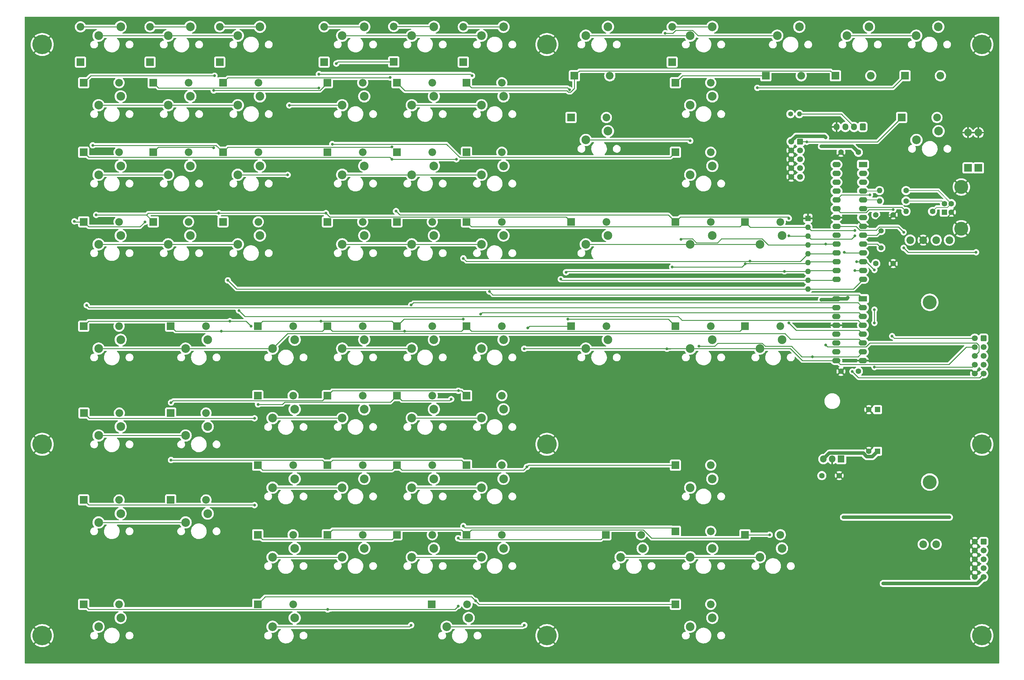
<source format=gbr>
%TF.GenerationSoftware,KiCad,Pcbnew,7.0.5*%
%TF.CreationDate,2023-09-10T17:56:05+02:00*%
%TF.ProjectId,CMD_Board,434d445f-426f-4617-9264-2e6b69636164,rev?*%
%TF.SameCoordinates,Original*%
%TF.FileFunction,Copper,L1,Top*%
%TF.FilePolarity,Positive*%
%FSLAX46Y46*%
G04 Gerber Fmt 4.6, Leading zero omitted, Abs format (unit mm)*
G04 Created by KiCad (PCBNEW 7.0.5) date 2023-09-10 17:56:05*
%MOMM*%
%LPD*%
G01*
G04 APERTURE LIST*
G04 Aperture macros list*
%AMRoundRect*
0 Rectangle with rounded corners*
0 $1 Rounding radius*
0 $2 $3 $4 $5 $6 $7 $8 $9 X,Y pos of 4 corners*
0 Add a 4 corners polygon primitive as box body*
4,1,4,$2,$3,$4,$5,$6,$7,$8,$9,$2,$3,0*
0 Add four circle primitives for the rounded corners*
1,1,$1+$1,$2,$3*
1,1,$1+$1,$4,$5*
1,1,$1+$1,$6,$7*
1,1,$1+$1,$8,$9*
0 Add four rect primitives between the rounded corners*
20,1,$1+$1,$2,$3,$4,$5,0*
20,1,$1+$1,$4,$5,$6,$7,0*
20,1,$1+$1,$6,$7,$8,$9,0*
20,1,$1+$1,$8,$9,$2,$3,0*%
G04 Aperture macros list end*
%TA.AperFunction,ComponentPad*%
%ADD10R,2.200000X2.200000*%
%TD*%
%TA.AperFunction,ComponentPad*%
%ADD11O,2.200000X2.200000*%
%TD*%
%TA.AperFunction,ComponentPad*%
%ADD12C,2.500000*%
%TD*%
%TA.AperFunction,ComponentPad*%
%ADD13C,5.600000*%
%TD*%
%TA.AperFunction,ComponentPad*%
%ADD14C,2.200000*%
%TD*%
%TA.AperFunction,ComponentPad*%
%ADD15C,4.000000*%
%TD*%
%TA.AperFunction,ComponentPad*%
%ADD16RoundRect,0.250000X0.600000X0.600000X-0.600000X0.600000X-0.600000X-0.600000X0.600000X-0.600000X0*%
%TD*%
%TA.AperFunction,ComponentPad*%
%ADD17C,1.700000*%
%TD*%
%TA.AperFunction,ComponentPad*%
%ADD18R,1.600000X1.600000*%
%TD*%
%TA.AperFunction,ComponentPad*%
%ADD19C,1.600000*%
%TD*%
%TA.AperFunction,ComponentPad*%
%ADD20C,1.400000*%
%TD*%
%TA.AperFunction,ComponentPad*%
%ADD21O,1.400000X1.400000*%
%TD*%
%TA.AperFunction,ComponentPad*%
%ADD22O,1.600000X1.600000*%
%TD*%
%TA.AperFunction,ComponentPad*%
%ADD23C,1.500000*%
%TD*%
%TA.AperFunction,ComponentPad*%
%ADD24R,1.905000X2.000000*%
%TD*%
%TA.AperFunction,ComponentPad*%
%ADD25O,1.905000X2.000000*%
%TD*%
%TA.AperFunction,ComponentPad*%
%ADD26RoundRect,0.250000X0.600000X0.725000X-0.600000X0.725000X-0.600000X-0.725000X0.600000X-0.725000X0*%
%TD*%
%TA.AperFunction,ComponentPad*%
%ADD27O,1.700000X1.950000*%
%TD*%
%TA.AperFunction,ComponentPad*%
%ADD28R,2.400000X1.600000*%
%TD*%
%TA.AperFunction,ComponentPad*%
%ADD29O,2.400000X1.600000*%
%TD*%
%TA.AperFunction,ViaPad*%
%ADD30C,0.800000*%
%TD*%
%TA.AperFunction,Conductor*%
%ADD31C,0.250000*%
%TD*%
%TA.AperFunction,Conductor*%
%ADD32C,1.000000*%
%TD*%
%TA.AperFunction,Conductor*%
%ADD33C,0.200000*%
%TD*%
G04 APERTURE END LIST*
D10*
%TO.P,D58,1,K*%
%TO.N,MATRIX_8*%
X106920000Y-181000000D03*
D11*
%TO.P,D58,2,A*%
%TO.N,Net-(D58-A)*%
X117080000Y-181000000D03*
%TD*%
D10*
%TO.P,D70,1,K*%
%TO.N,MATRIX_7*%
X246920000Y-161000000D03*
D11*
%TO.P,D70,2,A*%
%TO.N,Net-(D70-A)*%
X257080000Y-161000000D03*
%TD*%
D12*
%TO.P,SW14,1,1*%
%TO.N,MATRIX_E*%
X151190000Y-17460000D03*
%TO.P,SW14,2,2*%
%TO.N,Net-(D15-A)*%
X157540000Y-14920000D03*
%TD*%
%TO.P,SW11,1,1*%
%TO.N,MATRIX_E*%
X81190000Y-77460000D03*
%TO.P,SW11,2,2*%
%TO.N,Net-(D12-A)*%
X87540000Y-74920000D03*
%TD*%
%TO.P,SW25,1,1*%
%TO.N,MATRIX_F*%
X201190000Y-17460000D03*
%TO.P,SW25,2,2*%
%TO.N,Net-(D27-A)*%
X207540000Y-14920000D03*
%TD*%
D13*
%TO.P,H2,1,1*%
%TO.N,GND*%
X315000000Y-135000000D03*
%TD*%
D12*
%TO.P,SW56,1,1*%
%TO.N,MATRIX_D*%
X111190000Y-187460000D03*
%TO.P,SW56,2,2*%
%TO.N,Net-(D58-A)*%
X117540000Y-184920000D03*
%TD*%
D10*
%TO.P,D71,1,K*%
%TO.N,MATRIX_8*%
X226920000Y-181000000D03*
D11*
%TO.P,D71,2,A*%
%TO.N,Net-(D71-A)*%
X237080000Y-181000000D03*
%TD*%
D10*
%TO.P,D44,1,K*%
%TO.N,MATRIX_2*%
X106920000Y-141000000D03*
D11*
%TO.P,D44,2,A*%
%TO.N,Net-(D44-A)*%
X117080000Y-141000000D03*
%TD*%
D10*
%TO.P,D42,1,K*%
%TO.N,MATRIX_8*%
X106920000Y-101000000D03*
D11*
%TO.P,D42,2,A*%
%TO.N,Net-(D42-A)*%
X117080000Y-101000000D03*
%TD*%
D12*
%TO.P,SW54,1,1*%
%TO.N,MATRIX_D*%
X171190000Y-147460000D03*
%TO.P,SW54,2,2*%
%TO.N,Net-(D56-A)*%
X177540000Y-144920000D03*
%TD*%
%TO.P,SW6,1,1*%
%TO.N,MATRIX_A*%
X101190000Y-37460000D03*
%TO.P,SW6,2,2*%
%TO.N,Net-(D7-A)*%
X107540000Y-34920000D03*
%TD*%
D10*
%TO.P,D14,1,K*%
%TO.N,ICSP_MISO*%
X126000000Y-25080000D03*
D11*
%TO.P,D14,2,A*%
%TO.N,Net-(D14-A)*%
X126000000Y-14920000D03*
%TD*%
D12*
%TO.P,SW52,1,1*%
%TO.N,MATRIX_D*%
X171190000Y-107460000D03*
%TO.P,SW52,2,2*%
%TO.N,Net-(D54-A)*%
X177540000Y-104920000D03*
%TD*%
%TO.P,SW20,1,1*%
%TO.N,MATRIX_B*%
X151190000Y-57460000D03*
%TO.P,SW20,2,2*%
%TO.N,Net-(D22-A)*%
X157540000Y-54920000D03*
%TD*%
%TO.P,SW12,1,1*%
%TO.N,MATRIX_E*%
X101190000Y-77460000D03*
%TO.P,SW12,2,2*%
%TO.N,Net-(D13-A)*%
X107540000Y-74920000D03*
%TD*%
%TO.P,SW35,1,1*%
%TO.N,MATRIX_G*%
X61190000Y-157460000D03*
%TO.P,SW35,2,2*%
%TO.N,Net-(D37-A)*%
X67540000Y-154920000D03*
%TD*%
D10*
%TO.P,D21,1,K*%
%TO.N,MATRIX_3*%
X126920000Y-51000000D03*
D11*
%TO.P,D21,2,A*%
%TO.N,Net-(D21-A)*%
X137080000Y-51000000D03*
%TD*%
D12*
%TO.P,SW19,1,1*%
%TO.N,MATRIX_B*%
X131190000Y-57460000D03*
%TO.P,SW19,2,2*%
%TO.N,Net-(D21-A)*%
X137540000Y-54920000D03*
%TD*%
D10*
%TO.P,D40,1,K*%
%TO.N,ICSP_SCK*%
X81920000Y-151000000D03*
D11*
%TO.P,D40,2,A*%
%TO.N,Net-(D40-A)*%
X92080000Y-151000000D03*
%TD*%
D12*
%TO.P,SW28,1,1*%
%TO.N,MATRIX_F*%
X231190000Y-17460000D03*
%TO.P,SW28,2,2*%
%TO.N,Net-(D30-A)*%
X237540000Y-14920000D03*
%TD*%
%TO.P,SW26,1,1*%
%TO.N,MATRIX_F*%
X201190000Y-47460000D03*
%TO.P,SW26,2,2*%
%TO.N,Net-(D28-A)*%
X207540000Y-44920000D03*
%TD*%
%TO.P,SW13,1,1*%
%TO.N,MATRIX_E*%
X131190000Y-17460000D03*
%TO.P,SW13,2,2*%
%TO.N,Net-(D14-A)*%
X137540000Y-14920000D03*
%TD*%
D10*
%TO.P,D68,1,K*%
%TO.N,ICSP_MISO*%
X206920000Y-161000000D03*
D11*
%TO.P,D68,2,A*%
%TO.N,Net-(D68-A)*%
X217080000Y-161000000D03*
%TD*%
D10*
%TO.P,D17,1,K*%
%TO.N,MATRIX_8*%
X126920000Y-31000000D03*
D11*
%TO.P,D17,2,A*%
%TO.N,Net-(D17-A)*%
X137080000Y-31000000D03*
%TD*%
D10*
%TO.P,D56,1,K*%
%TO.N,ICSP_SCK*%
X166920000Y-141000000D03*
D11*
%TO.P,D56,2,A*%
%TO.N,Net-(D56-A)*%
X177080000Y-141000000D03*
%TD*%
D12*
%TO.P,SW32,1,1*%
%TO.N,MATRIX_F*%
X251190000Y-77460000D03*
%TO.P,SW32,2,2*%
%TO.N,Net-(D34-A)*%
X257540000Y-74920000D03*
%TD*%
%TO.P,SW1,1,1*%
%TO.N,MATRIX_A*%
X61190000Y-17460000D03*
%TO.P,SW1,2,2*%
%TO.N,Net-(D2-A)*%
X67540000Y-14920000D03*
%TD*%
D10*
%TO.P,D49,1,K*%
%TO.N,MATRIX_7*%
X126920000Y-161000000D03*
D11*
%TO.P,D49,2,A*%
%TO.N,Net-(D49-A)*%
X137080000Y-161000000D03*
%TD*%
D12*
%TO.P,SW3,1,1*%
%TO.N,MATRIX_A*%
X101190000Y-17460000D03*
%TO.P,SW3,2,2*%
%TO.N,Net-(D4-A)*%
X107540000Y-14920000D03*
%TD*%
D10*
%TO.P,D60,1,K*%
%TO.N,MATRIX_2*%
X196920000Y-101000000D03*
D11*
%TO.P,D60,2,A*%
%TO.N,Net-(D60-A)*%
X207080000Y-101000000D03*
%TD*%
D12*
%TO.P,SW24,1,1*%
%TO.N,MATRIX_B*%
X171190000Y-77460000D03*
%TO.P,SW24,2,2*%
%TO.N,Net-(D26-A)*%
X177540000Y-74920000D03*
%TD*%
D10*
%TO.P,D29,1,K*%
%TO.N,MATRIX_3*%
X196920000Y-71000000D03*
D11*
%TO.P,D29,2,A*%
%TO.N,Net-(D29-A)*%
X207080000Y-71000000D03*
%TD*%
D12*
%TO.P,SW60,1,1*%
%TO.N,MATRIX_I*%
X251190000Y-107460000D03*
%TO.P,SW60,2,2*%
%TO.N,Net-(D62-A)*%
X257540000Y-104920000D03*
%TD*%
D10*
%TO.P,D23,1,K*%
%TO.N,ICSP_MISO*%
X166920000Y-51000000D03*
D11*
%TO.P,D23,2,A*%
%TO.N,Net-(D23-A)*%
X177080000Y-51000000D03*
%TD*%
D10*
%TO.P,D52,1,K*%
%TO.N,MATRIX_2*%
X146920000Y-141000000D03*
D11*
%TO.P,D52,2,A*%
%TO.N,Net-(D52-A)*%
X157080000Y-141000000D03*
%TD*%
D12*
%TO.P,SW68,1,1*%
%TO.N,MATRIX_H*%
X251190000Y-167460000D03*
%TO.P,SW68,2,2*%
%TO.N,Net-(D70-A)*%
X257540000Y-164920000D03*
%TD*%
D10*
%TO.P,D30,1,K*%
%TO.N,ICSP_MOSI*%
X226000000Y-25080000D03*
D11*
%TO.P,D30,2,A*%
%TO.N,Net-(D30-A)*%
X226000000Y-14920000D03*
%TD*%
D12*
%TO.P,SW69,1,1*%
%TO.N,MATRIX_H*%
X231190000Y-187460000D03*
%TO.P,SW69,2,2*%
%TO.N,Net-(D71-A)*%
X237540000Y-184920000D03*
%TD*%
D13*
%TO.P,H5,1,1*%
%TO.N,GND*%
X190000000Y-190000000D03*
%TD*%
D10*
%TO.P,D27,1,K*%
%TO.N,MATRIX_1*%
X197920000Y-29000000D03*
D11*
%TO.P,D27,2,A*%
%TO.N,Net-(D27-A)*%
X208080000Y-29000000D03*
%TD*%
D10*
%TO.P,D31,1,K*%
%TO.N,ICSP_MISO*%
X226920000Y-31000000D03*
D11*
%TO.P,D31,2,A*%
%TO.N,Net-(D31-A)*%
X237080000Y-31000000D03*
%TD*%
D12*
%TO.P,SW57,1,1*%
%TO.N,MATRIX_I*%
X161190000Y-187460000D03*
%TO.P,SW57,2,2*%
%TO.N,Net-(D59-A)*%
X167540000Y-184920000D03*
%TD*%
D10*
%TO.P,D62,1,K*%
%TO.N,ICSP_MOSI*%
X246920000Y-101000000D03*
D11*
%TO.P,D62,2,A*%
%TO.N,Net-(D62-A)*%
X257080000Y-101000000D03*
%TD*%
D12*
%TO.P,SW4,1,1*%
%TO.N,MATRIX_A*%
X61190000Y-37460000D03*
%TO.P,SW4,2,2*%
%TO.N,Net-(D5-A)*%
X67540000Y-34920000D03*
%TD*%
%TO.P,SW51,1,1*%
%TO.N,MATRIX_D*%
X151190000Y-167460000D03*
%TO.P,SW51,2,2*%
%TO.N,Net-(D53-A)*%
X157540000Y-164920000D03*
%TD*%
%TO.P,SW34,1,1*%
%TO.N,MATRIX_G*%
X61190000Y-132460000D03*
%TO.P,SW34,2,2*%
%TO.N,Net-(D36-A)*%
X67540000Y-129920000D03*
%TD*%
D10*
%TO.P,D67,1,K*%
%TO.N,ICSP_MOSI*%
X291920000Y-41000000D03*
D11*
%TO.P,D67,2,A*%
%TO.N,Net-(D67-A)*%
X302080000Y-41000000D03*
%TD*%
D12*
%TO.P,SW66,1,1*%
%TO.N,MATRIX_H*%
X211190000Y-167460000D03*
%TO.P,SW66,2,2*%
%TO.N,Net-(D68-A)*%
X217540000Y-164920000D03*
%TD*%
D10*
%TO.P,D22,1,K*%
%TO.N,ICSP_MOSI*%
X146920000Y-51000000D03*
D11*
%TO.P,D22,2,A*%
%TO.N,Net-(D22-A)*%
X157080000Y-51000000D03*
%TD*%
D12*
%TO.P,SW16,1,1*%
%TO.N,MATRIX_E*%
X131190000Y-37460000D03*
%TO.P,SW16,2,2*%
%TO.N,Net-(D17-A)*%
X137540000Y-34920000D03*
%TD*%
D10*
%TO.P,D9,1,K*%
%TO.N,MATRIX_8*%
X76920000Y-51000000D03*
D11*
%TO.P,D9,2,A*%
%TO.N,Net-(D9-A)*%
X87080000Y-51000000D03*
%TD*%
D12*
%TO.P,SW22,1,1*%
%TO.N,MATRIX_B*%
X131190000Y-77460000D03*
%TO.P,SW22,2,2*%
%TO.N,Net-(D24-A)*%
X137540000Y-74920000D03*
%TD*%
%TO.P,SW17,1,1*%
%TO.N,MATRIX_B*%
X151190000Y-37460000D03*
%TO.P,SW17,2,2*%
%TO.N,Net-(D19-A)*%
X157540000Y-34920000D03*
%TD*%
D13*
%TO.P,H3,1,1*%
%TO.N,GND*%
X190000000Y-135000000D03*
%TD*%
D12*
%TO.P,SW50,1,1*%
%TO.N,MATRIX_D*%
X151190000Y-147460000D03*
%TO.P,SW50,2,2*%
%TO.N,Net-(D52-A)*%
X157540000Y-144920000D03*
%TD*%
%TO.P,SW42,1,1*%
%TO.N,MATRIX_C*%
X111190000Y-147460000D03*
%TO.P,SW42,2,2*%
%TO.N,Net-(D44-A)*%
X117540000Y-144920000D03*
%TD*%
%TO.P,SW65,1,1*%
%TO.N,MATRIX_H*%
X296190000Y-47460000D03*
%TO.P,SW65,2,2*%
%TO.N,Net-(D67-A)*%
X302540000Y-44920000D03*
%TD*%
D10*
%TO.P,D69,1,K*%
%TO.N,ICSP_SCK*%
X226920000Y-160000000D03*
D11*
%TO.P,D69,2,A*%
%TO.N,Net-(D69-A)*%
X237080000Y-160000000D03*
%TD*%
D12*
%TO.P,SW33,1,1*%
%TO.N,MATRIX_G*%
X61190000Y-107460000D03*
%TO.P,SW33,2,2*%
%TO.N,Net-(D35-A)*%
X67540000Y-104920000D03*
%TD*%
D10*
%TO.P,D6,1,K*%
%TO.N,ICSP_MISO*%
X76920000Y-31000000D03*
D11*
%TO.P,D6,2,A*%
%TO.N,Net-(D6-A)*%
X87080000Y-31000000D03*
%TD*%
D12*
%TO.P,SW53,1,1*%
%TO.N,MATRIX_D*%
X171190000Y-127460000D03*
%TO.P,SW53,2,2*%
%TO.N,Net-(D55-A)*%
X177540000Y-124920000D03*
%TD*%
%TO.P,SW23,1,1*%
%TO.N,MATRIX_B*%
X151190000Y-77460000D03*
%TO.P,SW23,2,2*%
%TO.N,Net-(D25-A)*%
X157540000Y-74920000D03*
%TD*%
D10*
%TO.P,D59,1,K*%
%TO.N,MATRIX_1*%
X156920000Y-181000000D03*
D11*
%TO.P,D59,2,A*%
%TO.N,Net-(D59-A)*%
X167080000Y-181000000D03*
%TD*%
D10*
%TO.P,D13,1,K*%
%TO.N,ICSP_MOSI*%
X96920000Y-71000000D03*
D11*
%TO.P,D13,2,A*%
%TO.N,Net-(D13-A)*%
X107080000Y-71000000D03*
%TD*%
D12*
%TO.P,SW58,1,1*%
%TO.N,MATRIX_I*%
X201190000Y-107460000D03*
%TO.P,SW58,2,2*%
%TO.N,Net-(D60-A)*%
X207540000Y-104920000D03*
%TD*%
%TO.P,SW29,1,1*%
%TO.N,MATRIX_F*%
X231190000Y-37460000D03*
%TO.P,SW29,2,2*%
%TO.N,Net-(D31-A)*%
X237540000Y-34920000D03*
%TD*%
%TO.P,SW36,1,1*%
%TO.N,MATRIX_G*%
X86190000Y-107460000D03*
%TO.P,SW36,2,2*%
%TO.N,Net-(D38-A)*%
X92540000Y-104920000D03*
%TD*%
%TO.P,SW49,1,1*%
%TO.N,MATRIX_D*%
X151190000Y-127460000D03*
%TO.P,SW49,2,2*%
%TO.N,Net-(D51-A)*%
X157540000Y-124920000D03*
%TD*%
%TO.P,SW45,1,1*%
%TO.N,MATRIX_C*%
X131190000Y-127460000D03*
%TO.P,SW45,2,2*%
%TO.N,Net-(D47-A)*%
X137540000Y-124920000D03*
%TD*%
D10*
%TO.P,D51,1,K*%
%TO.N,MATRIX_1*%
X146920000Y-121000000D03*
D11*
%TO.P,D51,2,A*%
%TO.N,Net-(D51-A)*%
X157080000Y-121000000D03*
%TD*%
D12*
%TO.P,SW37,1,1*%
%TO.N,MATRIX_G*%
X86190000Y-132460000D03*
%TO.P,SW37,2,2*%
%TO.N,Net-(D39-A)*%
X92540000Y-129920000D03*
%TD*%
D10*
%TO.P,D8,1,K*%
%TO.N,MATRIX_7*%
X56920000Y-51000000D03*
D11*
%TO.P,D8,2,A*%
%TO.N,Net-(D8-A)*%
X67080000Y-51000000D03*
%TD*%
D12*
%TO.P,SW9,1,1*%
%TO.N,MATRIX_E*%
X101190000Y-57460000D03*
%TO.P,SW9,2,2*%
%TO.N,Net-(D10-A)*%
X107540000Y-54920000D03*
%TD*%
%TO.P,SW55,1,1*%
%TO.N,MATRIX_D*%
X171190000Y-167460000D03*
%TO.P,SW55,2,2*%
%TO.N,Net-(D57-A)*%
X177540000Y-164920000D03*
%TD*%
D10*
%TO.P,D45,1,K*%
%TO.N,MATRIX_3*%
X106920000Y-161000000D03*
D11*
%TO.P,D45,2,A*%
%TO.N,Net-(D45-A)*%
X117080000Y-161000000D03*
%TD*%
D10*
%TO.P,D63,1,K*%
%TO.N,ICSP_MISO*%
X252920000Y-29000000D03*
D11*
%TO.P,D63,2,A*%
%TO.N,Net-(D63-A)*%
X263080000Y-29000000D03*
%TD*%
D10*
%TO.P,D47,1,K*%
%TO.N,ICSP_MISO*%
X126920000Y-121000000D03*
D11*
%TO.P,D47,2,A*%
%TO.N,Net-(D47-A)*%
X137080000Y-121000000D03*
%TD*%
D10*
%TO.P,D5,1,K*%
%TO.N,ICSP_MOSI*%
X56920000Y-31000000D03*
D11*
%TO.P,D5,2,A*%
%TO.N,Net-(D5-A)*%
X67080000Y-31000000D03*
%TD*%
D10*
%TO.P,D53,1,K*%
%TO.N,MATRIX_3*%
X146920000Y-161000000D03*
D11*
%TO.P,D53,2,A*%
%TO.N,Net-(D53-A)*%
X157080000Y-161000000D03*
%TD*%
D12*
%TO.P,SW15,1,1*%
%TO.N,MATRIX_E*%
X171190000Y-17460000D03*
%TO.P,SW15,2,2*%
%TO.N,Net-(D16-A)*%
X177540000Y-14920000D03*
%TD*%
D10*
%TO.P,D7,1,K*%
%TO.N,ICSP_SCK*%
X96920000Y-31000000D03*
D11*
%TO.P,D7,2,A*%
%TO.N,Net-(D7-A)*%
X107080000Y-31000000D03*
%TD*%
D10*
%TO.P,D26,1,K*%
%TO.N,MATRIX_8*%
X166920000Y-71000000D03*
D11*
%TO.P,D26,2,A*%
%TO.N,Net-(D26-A)*%
X177080000Y-71000000D03*
%TD*%
D12*
%TO.P,SW63,1,1*%
%TO.N,MATRIX_H*%
X231190000Y-147460000D03*
%TO.P,SW63,2,2*%
%TO.N,Net-(D65-A)*%
X237540000Y-144920000D03*
%TD*%
%TO.P,SW8,1,1*%
%TO.N,MATRIX_A*%
X81190000Y-57460000D03*
%TO.P,SW8,2,2*%
%TO.N,Net-(D9-A)*%
X87540000Y-54920000D03*
%TD*%
%TO.P,SW18,1,1*%
%TO.N,MATRIX_B*%
X171190000Y-37460000D03*
%TO.P,SW18,2,2*%
%TO.N,Net-(D20-A)*%
X177540000Y-34920000D03*
%TD*%
D13*
%TO.P,H2,1,1*%
%TO.N,GND*%
X190000000Y-20000000D03*
%TD*%
D10*
%TO.P,D32,1,K*%
%TO.N,ICSP_SCK*%
X226920000Y-51000000D03*
D11*
%TO.P,D32,2,A*%
%TO.N,Net-(D32-A)*%
X237080000Y-51000000D03*
%TD*%
D13*
%TO.P,H1,1,1*%
%TO.N,GND*%
X45000000Y-135000000D03*
%TD*%
D10*
%TO.P,D41,1,K*%
%TO.N,MATRIX_7*%
X56920000Y-181000000D03*
D11*
%TO.P,D41,2,A*%
%TO.N,Net-(D41-A)*%
X67080000Y-181000000D03*
%TD*%
D12*
%TO.P,SW62,1,1*%
%TO.N,MATRIX_H*%
X276190000Y-17460000D03*
%TO.P,SW62,2,2*%
%TO.N,Net-(D64-A)*%
X282540000Y-14920000D03*
%TD*%
%TO.P,SW47,1,1*%
%TO.N,MATRIX_C*%
X131190000Y-167460000D03*
%TO.P,SW47,2,2*%
%TO.N,Net-(D49-A)*%
X137540000Y-164920000D03*
%TD*%
D10*
%TO.P,D66,1,K*%
%TO.N,MATRIX_3*%
X292920000Y-29000000D03*
D11*
%TO.P,D66,2,A*%
%TO.N,Net-(D66-A)*%
X303080000Y-29000000D03*
%TD*%
D13*
%TO.P,H4,1,1*%
%TO.N,GND*%
X45000000Y-20000000D03*
%TD*%
D10*
%TO.P,D28,1,K*%
%TO.N,MATRIX_2*%
X196920000Y-41000000D03*
D11*
%TO.P,D28,2,A*%
%TO.N,Net-(D28-A)*%
X207080000Y-41000000D03*
%TD*%
D12*
%TO.P,SW61,1,1*%
%TO.N,MATRIX_I*%
X256190000Y-17460000D03*
%TO.P,SW61,2,2*%
%TO.N,Net-(D63-A)*%
X262540000Y-14920000D03*
%TD*%
D10*
%TO.P,D57,1,K*%
%TO.N,MATRIX_7*%
X166920000Y-161000000D03*
D11*
%TO.P,D57,2,A*%
%TO.N,Net-(D57-A)*%
X177080000Y-161000000D03*
%TD*%
D10*
%TO.P,D46,1,K*%
%TO.N,ICSP_MOSI*%
X126920000Y-101000000D03*
D11*
%TO.P,D46,2,A*%
%TO.N,Net-(D46-A)*%
X137080000Y-101000000D03*
%TD*%
D10*
%TO.P,D64,1,K*%
%TO.N,MATRIX_1*%
X272920000Y-29000000D03*
D11*
%TO.P,D64,2,A*%
%TO.N,Net-(D64-A)*%
X283080000Y-29000000D03*
%TD*%
D10*
%TO.P,D4,1,K*%
%TO.N,MATRIX_3*%
X96000000Y-25080000D03*
D11*
%TO.P,D4,2,A*%
%TO.N,Net-(D4-A)*%
X96000000Y-14920000D03*
%TD*%
D12*
%TO.P,SW43,1,1*%
%TO.N,MATRIX_C*%
X111190000Y-167460000D03*
%TO.P,SW43,2,2*%
%TO.N,Net-(D45-A)*%
X117540000Y-164920000D03*
%TD*%
D10*
%TO.P,D65,1,K*%
%TO.N,MATRIX_2*%
X226920000Y-141000000D03*
D11*
%TO.P,D65,2,A*%
%TO.N,Net-(D65-A)*%
X237080000Y-141000000D03*
%TD*%
D10*
%TO.P,D24,1,K*%
%TO.N,ICSP_SCK*%
X126920000Y-71000000D03*
D11*
%TO.P,D24,2,A*%
%TO.N,Net-(D24-A)*%
X137080000Y-71000000D03*
%TD*%
D12*
%TO.P,SW27,1,1*%
%TO.N,MATRIX_F*%
X201190000Y-77460000D03*
%TO.P,SW27,2,2*%
%TO.N,Net-(D29-A)*%
X207540000Y-74920000D03*
%TD*%
D10*
%TO.P,D35,1,K*%
%TO.N,MATRIX_1*%
X56920000Y-101000000D03*
D11*
%TO.P,D35,2,A*%
%TO.N,Net-(D35-A)*%
X67080000Y-101000000D03*
%TD*%
D12*
%TO.P,SW40,1,1*%
%TO.N,MATRIX_G*%
X111190000Y-107460000D03*
%TO.P,SW40,2,2*%
%TO.N,Net-(D42-A)*%
X117540000Y-104920000D03*
%TD*%
D13*
%TO.P,H6,1,1*%
%TO.N,GND*%
X45000000Y-190000000D03*
%TD*%
D10*
%TO.P,D43,1,K*%
%TO.N,MATRIX_1*%
X106920000Y-121000000D03*
D11*
%TO.P,D43,2,A*%
%TO.N,Net-(D43-A)*%
X117080000Y-121000000D03*
%TD*%
D10*
%TO.P,D12,1,K*%
%TO.N,MATRIX_3*%
X76920000Y-71000000D03*
D11*
%TO.P,D12,2,A*%
%TO.N,Net-(D12-A)*%
X87080000Y-71000000D03*
%TD*%
D12*
%TO.P,SW31,1,1*%
%TO.N,MATRIX_F*%
X231190000Y-77460000D03*
%TO.P,SW31,2,2*%
%TO.N,Net-(D33-A)*%
X237540000Y-74920000D03*
%TD*%
D13*
%TO.P,H2,1,1*%
%TO.N,GND*%
X315000000Y-190000000D03*
%TD*%
D12*
%TO.P,SW64,1,1*%
%TO.N,MATRIX_H*%
X296110000Y-17460000D03*
%TO.P,SW64,2,2*%
%TO.N,Net-(D66-A)*%
X302460000Y-14920000D03*
%TD*%
D10*
%TO.P,D20,1,K*%
%TO.N,MATRIX_2*%
X166920000Y-31000000D03*
D11*
%TO.P,D20,2,A*%
%TO.N,Net-(D20-A)*%
X177080000Y-31000000D03*
%TD*%
D13*
%TO.P,H2,1,1*%
%TO.N,GND*%
X315000000Y-20000000D03*
%TD*%
D10*
%TO.P,D33,1,K*%
%TO.N,MATRIX_7*%
X226920000Y-71000000D03*
D11*
%TO.P,D33,2,A*%
%TO.N,Net-(D33-A)*%
X237080000Y-71000000D03*
%TD*%
D10*
%TO.P,D34,1,K*%
%TO.N,MATRIX_8*%
X246920000Y-71000000D03*
D11*
%TO.P,D34,2,A*%
%TO.N,Net-(D34-A)*%
X257080000Y-71000000D03*
%TD*%
D10*
%TO.P,D55,1,K*%
%TO.N,ICSP_MISO*%
X166920000Y-121000000D03*
D11*
%TO.P,D55,2,A*%
%TO.N,Net-(D55-A)*%
X177080000Y-121000000D03*
%TD*%
D12*
%TO.P,SW10,1,1*%
%TO.N,MATRIX_E*%
X61190000Y-77460000D03*
%TO.P,SW10,2,2*%
%TO.N,Net-(D11-A)*%
X67540000Y-74920000D03*
%TD*%
D10*
%TO.P,D2,1,K*%
%TO.N,MATRIX_1*%
X56000000Y-25080000D03*
D11*
%TO.P,D2,2,A*%
%TO.N,Net-(D2-A)*%
X56000000Y-14920000D03*
%TD*%
D10*
%TO.P,D15,1,K*%
%TO.N,ICSP_SCK*%
X146000000Y-25000000D03*
D11*
%TO.P,D15,2,A*%
%TO.N,Net-(D15-A)*%
X146000000Y-14840000D03*
%TD*%
D10*
%TO.P,D36,1,K*%
%TO.N,MATRIX_2*%
X57000000Y-126000000D03*
D11*
%TO.P,D36,2,A*%
%TO.N,Net-(D36-A)*%
X67160000Y-126000000D03*
%TD*%
D10*
%TO.P,D10,1,K*%
%TO.N,MATRIX_1*%
X96920000Y-51000000D03*
D11*
%TO.P,D10,2,A*%
%TO.N,Net-(D10-A)*%
X107080000Y-51000000D03*
%TD*%
D12*
%TO.P,SW7,1,1*%
%TO.N,MATRIX_A*%
X61190000Y-57460000D03*
%TO.P,SW7,2,2*%
%TO.N,Net-(D8-A)*%
X67540000Y-54920000D03*
%TD*%
%TO.P,SW38,1,1*%
%TO.N,MATRIX_G*%
X86190000Y-157460000D03*
%TO.P,SW38,2,2*%
%TO.N,Net-(D40-A)*%
X92540000Y-154920000D03*
%TD*%
D10*
%TO.P,D50,1,K*%
%TO.N,MATRIX_8*%
X146920000Y-101000000D03*
D11*
%TO.P,D50,2,A*%
%TO.N,Net-(D50-A)*%
X157080000Y-101000000D03*
%TD*%
D10*
%TO.P,D19,1,K*%
%TO.N,MATRIX_1*%
X146920000Y-31000000D03*
D11*
%TO.P,D19,2,A*%
%TO.N,Net-(D19-A)*%
X157080000Y-31000000D03*
%TD*%
D12*
%TO.P,SW30,1,1*%
%TO.N,MATRIX_F*%
X231190000Y-57460000D03*
%TO.P,SW30,2,2*%
%TO.N,Net-(D32-A)*%
X237540000Y-54920000D03*
%TD*%
%TO.P,SW21,1,1*%
%TO.N,MATRIX_B*%
X171190000Y-57460000D03*
%TO.P,SW21,2,2*%
%TO.N,Net-(D23-A)*%
X177540000Y-54920000D03*
%TD*%
D10*
%TO.P,D38,1,K*%
%TO.N,ICSP_MOSI*%
X81920000Y-101000000D03*
D11*
%TO.P,D38,2,A*%
%TO.N,Net-(D38-A)*%
X92080000Y-101000000D03*
%TD*%
D10*
%TO.P,D48,1,K*%
%TO.N,ICSP_SCK*%
X126920000Y-141000000D03*
D11*
%TO.P,D48,2,A*%
%TO.N,Net-(D48-A)*%
X137080000Y-141000000D03*
%TD*%
D12*
%TO.P,SW67,1,1*%
%TO.N,MATRIX_H*%
X231190000Y-167460000D03*
%TO.P,SW67,2,2*%
%TO.N,Net-(D69-A)*%
X237540000Y-164920000D03*
%TD*%
D10*
%TO.P,D3,1,K*%
%TO.N,MATRIX_2*%
X76000000Y-25080000D03*
D11*
%TO.P,D3,2,A*%
%TO.N,Net-(D3-A)*%
X76000000Y-14920000D03*
%TD*%
D10*
%TO.P,D54,1,K*%
%TO.N,ICSP_MOSI*%
X166920000Y-101000000D03*
D11*
%TO.P,D54,2,A*%
%TO.N,Net-(D54-A)*%
X177080000Y-101000000D03*
%TD*%
D10*
%TO.P,D11,1,K*%
%TO.N,MATRIX_2*%
X56920000Y-71000000D03*
D11*
%TO.P,D11,2,A*%
%TO.N,Net-(D11-A)*%
X67080000Y-71000000D03*
%TD*%
D10*
%TO.P,D37,1,K*%
%TO.N,MATRIX_3*%
X56920000Y-151000000D03*
D11*
%TO.P,D37,2,A*%
%TO.N,Net-(D37-A)*%
X67080000Y-151000000D03*
%TD*%
D12*
%TO.P,SW46,1,1*%
%TO.N,MATRIX_C*%
X131190000Y-147460000D03*
%TO.P,SW46,2,2*%
%TO.N,Net-(D48-A)*%
X137540000Y-144920000D03*
%TD*%
%TO.P,SW41,1,1*%
%TO.N,MATRIX_C*%
X111190000Y-127460000D03*
%TO.P,SW41,2,2*%
%TO.N,Net-(D43-A)*%
X117540000Y-124920000D03*
%TD*%
%TO.P,SW5,1,1*%
%TO.N,MATRIX_A*%
X81190000Y-37460000D03*
%TO.P,SW5,2,2*%
%TO.N,Net-(D6-A)*%
X87540000Y-34920000D03*
%TD*%
D10*
%TO.P,D25,1,K*%
%TO.N,MATRIX_7*%
X146920000Y-71000000D03*
D11*
%TO.P,D25,2,A*%
%TO.N,Net-(D25-A)*%
X157080000Y-71000000D03*
%TD*%
D10*
%TO.P,D61,1,K*%
%TO.N,MATRIX_3*%
X226920000Y-101000000D03*
D11*
%TO.P,D61,2,A*%
%TO.N,Net-(D61-A)*%
X237080000Y-101000000D03*
%TD*%
D14*
%TO.P,RV1,1,1*%
%TO.N,GND*%
X298120000Y-76250000D03*
%TO.P,RV1,2,2*%
%TO.N,ANALOG_1*%
X294370000Y-76250000D03*
%TO.P,RV1,3,3*%
%TO.N,+5VA*%
X298120000Y-163750000D03*
%TO.P,RV1,4*%
%TO.N,N/C*%
X301880000Y-76250000D03*
%TO.P,RV1,5*%
X305630000Y-76250000D03*
%TO.P,RV1,6*%
X301880000Y-163750000D03*
D15*
%TO.P,RV1,G*%
X300000000Y-94150000D03*
X300000000Y-145850000D03*
%TD*%
D12*
%TO.P,SW44,1,1*%
%TO.N,MATRIX_C*%
X131190000Y-107460000D03*
%TO.P,SW44,2,2*%
%TO.N,Net-(D46-A)*%
X137540000Y-104920000D03*
%TD*%
D10*
%TO.P,D39,1,K*%
%TO.N,ICSP_MISO*%
X81920000Y-126000000D03*
D11*
%TO.P,D39,2,A*%
%TO.N,Net-(D39-A)*%
X92080000Y-126000000D03*
%TD*%
D12*
%TO.P,SW39,1,1*%
%TO.N,MATRIX_G*%
X61190000Y-187460000D03*
%TO.P,SW39,2,2*%
%TO.N,Net-(D41-A)*%
X67540000Y-184920000D03*
%TD*%
%TO.P,SW48,1,1*%
%TO.N,MATRIX_C*%
X151190000Y-107460000D03*
%TO.P,SW48,2,2*%
%TO.N,Net-(D50-A)*%
X157540000Y-104920000D03*
%TD*%
D10*
%TO.P,D16,1,K*%
%TO.N,MATRIX_7*%
X166000000Y-25080000D03*
D11*
%TO.P,D16,2,A*%
%TO.N,Net-(D16-A)*%
X166000000Y-14920000D03*
%TD*%
D12*
%TO.P,SW59,1,1*%
%TO.N,MATRIX_I*%
X231190000Y-107460000D03*
%TO.P,SW59,2,2*%
%TO.N,Net-(D61-A)*%
X237540000Y-104920000D03*
%TD*%
%TO.P,SW2,1,1*%
%TO.N,MATRIX_A*%
X81190000Y-17460000D03*
%TO.P,SW2,2,2*%
%TO.N,Net-(D3-A)*%
X87540000Y-14920000D03*
%TD*%
D16*
%TO.P,J4,1,Pin_1*%
%TO.N,+12V*%
X315500000Y-163000000D03*
D17*
%TO.P,J4,2,Pin_2*%
%TO.N,GND*%
X312960000Y-163000000D03*
%TO.P,J4,3,Pin_3*%
%TO.N,+12V*%
X315500000Y-165540000D03*
%TO.P,J4,4,Pin_4*%
%TO.N,GND*%
X312960000Y-165540000D03*
%TO.P,J4,5,Pin_5*%
%TO.N,+5V*%
X315500000Y-168080000D03*
%TO.P,J4,6,Pin_6*%
%TO.N,GND*%
X312960000Y-168080000D03*
%TO.P,J4,7,Pin_7*%
%TO.N,+5V*%
X315500000Y-170620000D03*
%TO.P,J4,8,Pin_8*%
%TO.N,GND*%
X312960000Y-170620000D03*
%TO.P,J4,9,Pin_9*%
%TO.N,+5V*%
X315500000Y-173160000D03*
%TO.P,J4,10,Pin_10*%
%TO.N,GND*%
X312960000Y-173160000D03*
%TD*%
D16*
%TO.P,J5,1,Pin_1*%
%TO.N,+5VA*%
X315500000Y-104500000D03*
D17*
%TO.P,J5,2,Pin_2*%
%TO.N,ANALOG_2*%
X312960000Y-104500000D03*
%TO.P,J5,3,Pin_3*%
%TO.N,unconnected-(J5-Pin_3-Pad3)*%
X315500000Y-107040000D03*
%TO.P,J5,4,Pin_4*%
%TO.N,MATRIX_I*%
X312960000Y-107040000D03*
%TO.P,J5,5,Pin_5*%
%TO.N,unconnected-(J5-Pin_5-Pad5)*%
X315500000Y-109580000D03*
%TO.P,J5,6,Pin_6*%
%TO.N,ICSP_SCK*%
X312960000Y-109580000D03*
%TO.P,J5,7,Pin_7*%
%TO.N,unconnected-(J5-Pin_7-Pad7)*%
X315500000Y-112120000D03*
%TO.P,J5,8,Pin_8*%
%TO.N,MATRIX_7*%
X312960000Y-112120000D03*
%TO.P,J5,9,Pin_9*%
%TO.N,MATRIX_8*%
X315500000Y-114660000D03*
%TO.P,J5,10,Pin_10*%
%TO.N,GND*%
X312960000Y-114660000D03*
%TD*%
D10*
%TO.P,D18,1,K*%
%TO.N,/#USB_D+*%
X314000000Y-55500000D03*
D11*
%TO.P,D18,2,A*%
%TO.N,GND*%
X314000000Y-45340000D03*
%TD*%
D18*
%TO.P,J1,1,VBUS*%
%TO.N,unconnected-(J1-VBUS-Pad1)*%
X304212500Y-68250000D03*
D19*
%TO.P,J1,2,D-*%
%TO.N,/#USB_D-*%
X304212500Y-65750000D03*
%TO.P,J1,3,D+*%
%TO.N,/#USB_D+*%
X306212500Y-65750000D03*
%TO.P,J1,4,GND*%
%TO.N,GND*%
X306212500Y-68250000D03*
D15*
%TO.P,J1,5,Shield*%
X309072500Y-61000000D03*
X309072500Y-73000000D03*
%TD*%
D20*
%TO.P,R4,1*%
%TO.N,+5V*%
X260000000Y-40000000D03*
D21*
%TO.P,R4,2*%
%TO.N,~{RESET}*%
X262540000Y-40000000D03*
%TD*%
D19*
%TO.P,C1,1*%
%TO.N,+5V*%
X279500000Y-51000000D03*
%TO.P,C1,2*%
%TO.N,GND*%
X274500000Y-51000000D03*
%TD*%
D16*
%TO.P,J2,1,Pin_1*%
%TO.N,ICSP_MOSI*%
X262752500Y-47920000D03*
D17*
%TO.P,J2,2,Pin_2*%
%TO.N,+5V*%
X260212500Y-47920000D03*
%TO.P,J2,3,Pin_3*%
%TO.N,unconnected-(J2-Pin_3-Pad3)*%
X262752500Y-50460000D03*
%TO.P,J2,4,Pin_4*%
%TO.N,GND*%
X260212500Y-50460000D03*
%TO.P,J2,5,Pin_5*%
%TO.N,~{RESET}*%
X262752500Y-53000000D03*
%TO.P,J2,6,Pin_6*%
%TO.N,GND*%
X260212500Y-53000000D03*
%TO.P,J2,7,Pin_7*%
%TO.N,ICSP_SCK*%
X262752500Y-55540000D03*
%TO.P,J2,8,Pin_8*%
%TO.N,GND*%
X260212500Y-55540000D03*
%TO.P,J2,9,Pin_9*%
%TO.N,ICSP_MISO*%
X262752500Y-58080000D03*
%TO.P,J2,10,Pin_10*%
%TO.N,GND*%
X260212500Y-58080000D03*
%TD*%
D19*
%TO.P,R3,1*%
%TO.N,/#USB_D-*%
X293190000Y-65000000D03*
D22*
%TO.P,R3,2*%
%TO.N,USB_D-*%
X285570000Y-65000000D03*
%TD*%
D18*
%TO.P,C6,1*%
%TO.N,+5VA*%
X285000000Y-137000000D03*
D19*
%TO.P,C6,2*%
%TO.N,GND*%
X282500000Y-137000000D03*
%TD*%
D23*
%TO.P,Y1,1,1*%
%TO.N,Net-(U3-PB7{slash}XTAL2)*%
X286000000Y-78450000D03*
%TO.P,Y1,2,2*%
%TO.N,Net-(U3-PB6{slash}XTAL1)*%
X286000000Y-73550000D03*
%TD*%
D19*
%TO.P,R1,1*%
%TO.N,/#USB_D+*%
X300810000Y-68000000D03*
D22*
%TO.P,R1,2*%
%TO.N,USB_INT*%
X293190000Y-68000000D03*
%TD*%
D10*
%TO.P,D1,1,K*%
%TO.N,/#USB_D-*%
X311000000Y-55500000D03*
D11*
%TO.P,D1,2,A*%
%TO.N,GND*%
X311000000Y-45340000D03*
%TD*%
D19*
%TO.P,C3,1*%
%TO.N,GND*%
X289500000Y-69000000D03*
%TO.P,C3,2*%
%TO.N,Net-(U3-PB6{slash}XTAL1)*%
X284500000Y-69000000D03*
%TD*%
D24*
%TO.P,U2,1,IN*%
%TO.N,+12V*%
X274540000Y-139230000D03*
D25*
%TO.P,U2,2,GND*%
%TO.N,GND*%
X272000000Y-139230000D03*
%TO.P,U2,3,OUT*%
%TO.N,+5VA*%
X269460000Y-139230000D03*
%TD*%
D26*
%TO.P,J3,1,Pin_1*%
%TO.N,RS232_RX*%
X280750000Y-43700000D03*
D27*
%TO.P,J3,2,Pin_2*%
%TO.N,~{RESET}*%
X278250000Y-43700000D03*
%TO.P,J3,3,Pin_3*%
%TO.N,RS232_TX*%
X275750000Y-43700000D03*
%TO.P,J3,4,Pin_4*%
%TO.N,GND*%
X273250000Y-43700000D03*
%TD*%
D18*
%TO.P,RN1,1,common*%
%TO.N,GND*%
X265000000Y-70000000D03*
D22*
%TO.P,RN1,2,R1*%
%TO.N,MATRIX_8*%
X265000000Y-72540000D03*
%TO.P,RN1,3,R2*%
%TO.N,MATRIX_7*%
X265000000Y-75080000D03*
%TO.P,RN1,4,R3*%
%TO.N,ICSP_SCK*%
X265000000Y-77620000D03*
%TO.P,RN1,5,R4*%
%TO.N,ICSP_MISO*%
X265000000Y-80160000D03*
%TO.P,RN1,6,R5*%
%TO.N,ICSP_MOSI*%
X265000000Y-82700000D03*
%TO.P,RN1,7,R6*%
%TO.N,MATRIX_3*%
X265000000Y-85240000D03*
%TO.P,RN1,8,R7*%
%TO.N,MATRIX_2*%
X265000000Y-87780000D03*
%TO.P,RN1,9,R8*%
%TO.N,MATRIX_1*%
X265000000Y-90320000D03*
%TD*%
D28*
%TO.P,U3,1,PC6/~{RESET}*%
%TO.N,~{RESET}*%
X280825000Y-54500000D03*
D29*
%TO.P,U3,2,PD0*%
%TO.N,RS232_RX*%
X280825000Y-57040000D03*
%TO.P,U3,3,PD1*%
%TO.N,RS232_TX*%
X280825000Y-59580000D03*
%TO.P,U3,4,PD2*%
%TO.N,USB_D+*%
X280825000Y-62120000D03*
%TO.P,U3,5,PD3*%
%TO.N,USB_D-*%
X280825000Y-64660000D03*
%TO.P,U3,6,PD4*%
%TO.N,USB_INT*%
X280825000Y-67200000D03*
%TO.P,U3,7,VCC*%
%TO.N,+5V*%
X280825000Y-69740000D03*
%TO.P,U3,8,GND*%
%TO.N,GND*%
X280825000Y-72280000D03*
%TO.P,U3,9,PB6/XTAL1*%
%TO.N,Net-(U3-PB6{slash}XTAL1)*%
X280825000Y-74820000D03*
%TO.P,U3,10,PB7/XTAL2*%
%TO.N,Net-(U3-PB7{slash}XTAL2)*%
X280825000Y-77360000D03*
%TO.P,U3,11,PD5*%
%TO.N,SER_CLK*%
X280825000Y-79900000D03*
%TO.P,U3,12,PD6*%
%TO.N,MATRIX_7*%
X280825000Y-82440000D03*
%TO.P,U3,13,PD7*%
%TO.N,MATRIX_8*%
X280825000Y-84980000D03*
%TO.P,U3,14,PB0*%
%TO.N,MATRIX_1*%
X280825000Y-87520000D03*
%TO.P,U3,15,PB1*%
%TO.N,MATRIX_2*%
X273205000Y-87520000D03*
%TO.P,U3,16,PB2*%
%TO.N,MATRIX_3*%
X273205000Y-84980000D03*
%TO.P,U3,17,PB3*%
%TO.N,ICSP_MOSI*%
X273205000Y-82440000D03*
%TO.P,U3,18,PB4*%
%TO.N,ICSP_MISO*%
X273205000Y-79900000D03*
%TO.P,U3,19,PB5*%
%TO.N,ICSP_SCK*%
X273205000Y-77360000D03*
%TO.P,U3,20,AVCC*%
%TO.N,+5VA*%
X273205000Y-74820000D03*
%TO.P,U3,21,AREF*%
X273205000Y-72280000D03*
%TO.P,U3,22,AGND*%
%TO.N,GND*%
X273205000Y-69740000D03*
%TO.P,U3,23,PC0*%
%TO.N,ANALOG_1*%
X273205000Y-67200000D03*
%TO.P,U3,24,PC1*%
%TO.N,ANALOG_2*%
X273205000Y-64660000D03*
%TO.P,U3,25,PC2*%
%TO.N,ANALOG_3*%
X273205000Y-62120000D03*
%TO.P,U3,26,PC3*%
%TO.N,ANALOG_4*%
X273205000Y-59580000D03*
%TO.P,U3,27,PC4*%
%TO.N,SER_LATCH*%
X273205000Y-57040000D03*
%TO.P,U3,28,PC5*%
%TO.N,SER_DATA*%
X273205000Y-54500000D03*
%TD*%
D18*
%TO.P,C7,1*%
%TO.N,+5V*%
X285000000Y-125000000D03*
D19*
%TO.P,C7,2*%
%TO.N,GND*%
X282500000Y-125000000D03*
%TD*%
%TO.P,R2,1*%
%TO.N,/#USB_D+*%
X293190000Y-62000000D03*
D22*
%TO.P,R2,2*%
%TO.N,USB_D+*%
X285570000Y-62000000D03*
%TD*%
D19*
%TO.P,C2,1*%
%TO.N,+5V*%
X279500000Y-114000000D03*
%TO.P,C2,2*%
%TO.N,GND*%
X274500000Y-114000000D03*
%TD*%
D28*
%TO.P,U1,1,QB*%
%TO.N,MATRIX_B*%
X280800000Y-93125000D03*
D29*
%TO.P,U1,2,QC*%
%TO.N,MATRIX_C*%
X280800000Y-95665000D03*
%TO.P,U1,3,QD*%
%TO.N,MATRIX_D*%
X280800000Y-98205000D03*
%TO.P,U1,4,QE*%
%TO.N,MATRIX_E*%
X280800000Y-100745000D03*
%TO.P,U1,5,QF*%
%TO.N,MATRIX_F*%
X280800000Y-103285000D03*
%TO.P,U1,6,QG*%
%TO.N,MATRIX_G*%
X280800000Y-105825000D03*
%TO.P,U1,7,QH*%
%TO.N,MATRIX_H*%
X280800000Y-108365000D03*
%TO.P,U1,8,GND*%
%TO.N,GND*%
X280800000Y-110905000D03*
%TO.P,U1,9,QH'*%
%TO.N,MATRIX_I*%
X273180000Y-110905000D03*
%TO.P,U1,10,~{SRCLR}*%
%TO.N,+5V*%
X273180000Y-108365000D03*
%TO.P,U1,11,SRCLK*%
%TO.N,SER_CLK*%
X273180000Y-105825000D03*
%TO.P,U1,12,RCLK*%
%TO.N,SER_LATCH*%
X273180000Y-103285000D03*
%TO.P,U1,13,~{OE}*%
%TO.N,GND*%
X273180000Y-100745000D03*
%TO.P,U1,14,SER*%
%TO.N,SER_DATA*%
X273180000Y-98205000D03*
%TO.P,U1,15,QA*%
%TO.N,MATRIX_A*%
X273180000Y-95665000D03*
%TO.P,U1,16,VCC*%
%TO.N,+5V*%
X273180000Y-93125000D03*
%TD*%
D19*
%TO.P,C5,1*%
%TO.N,+5VA*%
X269000000Y-144000000D03*
%TO.P,C5,2*%
%TO.N,GND*%
X274000000Y-144000000D03*
%TD*%
%TO.P,C4,1*%
%TO.N,GND*%
X289500000Y-83000000D03*
%TO.P,C4,2*%
%TO.N,Net-(U3-PB7{slash}XTAL2)*%
X284500000Y-83000000D03*
%TD*%
D30*
%TO.N,MATRIX_1*%
X145445494Y-49431868D03*
X98924511Y-99575489D03*
X162500000Y-122000000D03*
X98344511Y-87844511D03*
X105000000Y-101000000D03*
X59500000Y-49000000D03*
X107000000Y-123500000D03*
%TO.N,MATRIX_2*%
X196500000Y-33000000D03*
X54240000Y-70880000D03*
X194000000Y-87500000D03*
X184500000Y-101500000D03*
X74500000Y-71000000D03*
X106000000Y-127500000D03*
X184224500Y-141500000D03*
%TO.N,MATRIX_A*%
X57775500Y-95000000D03*
%TO.N,MATRIX_3*%
X250472299Y-32472299D03*
X195500000Y-85500000D03*
X95724500Y-68500000D03*
X196000000Y-99000000D03*
X126500000Y-68500000D03*
X60500000Y-69000000D03*
X106000000Y-152500000D03*
X258260000Y-85240000D03*
%TO.N,+5VA*%
X292500000Y-78500000D03*
X313320000Y-79770000D03*
X292500000Y-74000000D03*
%TO.N,MATRIX_B*%
X173500000Y-91044500D03*
%TO.N,MATRIX_7*%
X259500000Y-75000000D03*
X278500000Y-75000000D03*
X164000000Y-53000000D03*
X284110000Y-100090000D03*
X127000000Y-182500000D03*
X259500000Y-70000000D03*
X284110000Y-96280000D03*
X284110000Y-112790000D03*
X146645020Y-67920000D03*
X164500000Y-181500000D03*
X284110000Y-84850000D03*
X279000000Y-82500000D03*
X254000000Y-161000000D03*
X145500000Y-53000000D03*
%TO.N,MATRIX_8*%
X278500000Y-73500000D03*
X125075489Y-99575489D03*
X94275500Y-33224500D03*
X278500000Y-85000000D03*
X94275500Y-49724500D03*
X166000000Y-99000000D03*
X169500000Y-180000000D03*
X277760000Y-114060000D03*
%TO.N,ICSP_MOSI*%
X94500000Y-29000000D03*
X96424511Y-102424511D03*
X247000000Y-83099021D03*
X264651511Y-48000000D03*
X149075489Y-102424511D03*
X226000000Y-84000000D03*
%TO.N,GND*%
X298080000Y-69610000D03*
X270140000Y-72150000D03*
%TO.N,+5V*%
X270140000Y-46750000D03*
X268870000Y-49290000D03*
X276490000Y-92724500D03*
X286650000Y-175020000D03*
X268870000Y-93525020D03*
%TO.N,ANALOG_1*%
X289500000Y-67500000D03*
%TO.N,ICSP_MISO*%
X168500000Y-29000000D03*
X124500000Y-32500000D03*
X124500000Y-28500000D03*
X248374521Y-82275500D03*
X164575489Y-119575489D03*
X82000000Y-123000000D03*
X164500000Y-162000000D03*
X166000000Y-81500000D03*
%TO.N,ICSP_SCK*%
X228500000Y-76000000D03*
X129500000Y-25500000D03*
X270140000Y-106440000D03*
X166000000Y-158500000D03*
X145000000Y-29500000D03*
X270140000Y-77360000D03*
X128344511Y-48655489D03*
X82000000Y-139500000D03*
%TO.N,MATRIX_C*%
X151000000Y-94940500D03*
%TO.N,+12V*%
X305700000Y-155970000D03*
X275220000Y-155970000D03*
%TO.N,MATRIX_E*%
X101500000Y-96500000D03*
X116000000Y-37500000D03*
X115500000Y-57500000D03*
%TO.N,MATRIX_F*%
X259500000Y-100054020D03*
X231190000Y-47690000D03*
%TO.N,MATRIX_D*%
X171000000Y-97500000D03*
X151000000Y-187000000D03*
%TO.N,MATRIX_I*%
X224500000Y-107500000D03*
X183500000Y-107500000D03*
X224000000Y-16735500D03*
X183500000Y-187000000D03*
%TO.N,MATRIX_H*%
X266280480Y-109780480D03*
X233692185Y-106735500D03*
%TO.N,SER_CLK*%
X275454020Y-79770000D03*
%TO.N,ANALOG_2*%
X282840000Y-63260000D03*
X289190000Y-103900000D03*
%TD*%
D31*
%TO.N,Net-(U3-PB6{slash}XTAL1)*%
X284730000Y-74820000D02*
X286000000Y-73550000D01*
X280825000Y-74820000D02*
X284730000Y-74820000D01*
%TO.N,MATRIX_1*%
X98924511Y-99575489D02*
X103575489Y-99575489D01*
X148344511Y-122424511D02*
X146920000Y-121000000D01*
X100820000Y-90320000D02*
X98344511Y-87844511D01*
X149220305Y-33300305D02*
X146920000Y-31000000D01*
X197920000Y-32605305D02*
X196800305Y-33725000D01*
X199344511Y-27575489D02*
X197920000Y-29000000D01*
X278025000Y-90320000D02*
X280825000Y-87520000D01*
X196199695Y-33725000D02*
X195775000Y-33300305D01*
X94920000Y-49000000D02*
X96920000Y-51000000D01*
X103575489Y-99575489D02*
X105000000Y-101000000D01*
X114000000Y-123500000D02*
X107000000Y-123500000D01*
X271495489Y-27575489D02*
X199344511Y-27575489D01*
X265000000Y-90320000D02*
X278025000Y-90320000D01*
X196800305Y-33725000D02*
X196199695Y-33725000D01*
X58344511Y-99575489D02*
X98924511Y-99575489D01*
X197920000Y-29000000D02*
X197920000Y-32605305D01*
X114625969Y-122874031D02*
X114500000Y-123000000D01*
X265000000Y-90320000D02*
X100820000Y-90320000D01*
X146920000Y-121000000D02*
X145045969Y-122874031D01*
X145045969Y-122874031D02*
X114625969Y-122874031D01*
X162075489Y-122424511D02*
X148344511Y-122424511D01*
X96920000Y-51000000D02*
X98344511Y-49575489D01*
X98344511Y-49575489D02*
X145301873Y-49575489D01*
X59500000Y-49000000D02*
X94920000Y-49000000D01*
X162500000Y-122000000D02*
X162075489Y-122424511D01*
X272920000Y-29000000D02*
X271495489Y-27575489D01*
X56920000Y-101000000D02*
X58344511Y-99575489D01*
X114500000Y-123000000D02*
X114000000Y-123500000D01*
X195775000Y-33300305D02*
X149220305Y-33300305D01*
X145301873Y-49575489D02*
X145445494Y-49431868D01*
%TO.N,MATRIX_2*%
X58344511Y-72424511D02*
X56920000Y-71000000D01*
X265000000Y-87780000D02*
X194280000Y-87780000D01*
X272945000Y-87780000D02*
X273205000Y-87520000D01*
X183299989Y-142424511D02*
X184224500Y-141500000D01*
X145495489Y-142424511D02*
X108344511Y-142424511D01*
X146920000Y-141000000D02*
X148344511Y-142424511D01*
X54240000Y-70880000D02*
X54360000Y-71000000D01*
X73075489Y-72424511D02*
X58344511Y-72424511D01*
X265000000Y-87780000D02*
X272945000Y-87780000D01*
X74500000Y-71000000D02*
X73075489Y-72424511D01*
X148344511Y-142424511D02*
X183299989Y-142424511D01*
X195924511Y-32424511D02*
X196500000Y-33000000D01*
X168344511Y-32424511D02*
X195924511Y-32424511D01*
X146920000Y-141000000D02*
X145495489Y-142424511D01*
X226920000Y-141000000D02*
X184724500Y-141000000D01*
X194280000Y-87780000D02*
X194000000Y-87500000D01*
X184724500Y-141000000D02*
X184224500Y-141500000D01*
X166920000Y-31000000D02*
X168344511Y-32424511D01*
X185000000Y-101000000D02*
X196920000Y-101000000D01*
X184500000Y-101500000D02*
X185000000Y-101000000D01*
X58500000Y-127500000D02*
X106000000Y-127500000D01*
X57000000Y-126000000D02*
X58500000Y-127500000D01*
X54360000Y-71000000D02*
X56920000Y-71000000D01*
X108344511Y-142424511D02*
X106920000Y-141000000D01*
%TO.N,MATRIX_A*%
X273180000Y-95665000D02*
X58440500Y-95665000D01*
X61190000Y-57460000D02*
X81190000Y-57460000D01*
X58440500Y-95665000D02*
X57775500Y-95000000D01*
X61190000Y-17460000D02*
X81190000Y-17460000D01*
X81190000Y-37460000D02*
X101190000Y-37460000D01*
X61190000Y-37460000D02*
X81190000Y-37460000D01*
X81190000Y-17460000D02*
X101190000Y-17460000D01*
%TO.N,Net-(U3-PB7{slash}XTAL2)*%
X280825000Y-77360000D02*
X284910000Y-77360000D01*
X284910000Y-77360000D02*
X286000000Y-78450000D01*
%TO.N,Net-(D2-A)*%
X56000000Y-14920000D02*
X67540000Y-14920000D01*
%TO.N,Net-(D3-A)*%
X76000000Y-14920000D02*
X87540000Y-14920000D01*
%TO.N,MATRIX_3*%
X224920000Y-99000000D02*
X196000000Y-99000000D01*
X226920000Y-101000000D02*
X224920000Y-99000000D01*
X195760000Y-85240000D02*
X195500000Y-85500000D01*
X95724500Y-68500000D02*
X126500000Y-68500000D01*
X106920000Y-161000000D02*
X108344511Y-162424511D01*
X74920000Y-69000000D02*
X76920000Y-71000000D01*
X58344511Y-152424511D02*
X105924511Y-152424511D01*
X108344511Y-162424511D02*
X145495489Y-162424511D01*
X95724500Y-68500000D02*
X75420000Y-68500000D01*
X56920000Y-151000000D02*
X58344511Y-152424511D01*
X196920000Y-71000000D02*
X195495489Y-69575489D01*
X60500000Y-69000000D02*
X74920000Y-69000000D01*
X75420000Y-68500000D02*
X74920000Y-69000000D01*
X265260000Y-84980000D02*
X265000000Y-85240000D01*
X289447701Y-32472299D02*
X250472299Y-32472299D01*
X258260000Y-85240000D02*
X195760000Y-85240000D01*
X105924511Y-152424511D02*
X106000000Y-152500000D01*
X292920000Y-29000000D02*
X289447701Y-32472299D01*
X195495489Y-69575489D02*
X127575489Y-69575489D01*
X127575489Y-69575489D02*
X126500000Y-68500000D01*
X145495489Y-162424511D02*
X146920000Y-161000000D01*
X273205000Y-84980000D02*
X265260000Y-84980000D01*
X265000000Y-85240000D02*
X258260000Y-85240000D01*
%TO.N,Net-(D4-A)*%
X96000000Y-14920000D02*
X107540000Y-14920000D01*
%TO.N,+5VA*%
X313320000Y-79770000D02*
X293770000Y-79770000D01*
X279959209Y-73404520D02*
X284625891Y-73404520D01*
D32*
X283500000Y-138500000D02*
X285000000Y-137000000D01*
D31*
X293770000Y-79770000D02*
X292500000Y-78500000D01*
D32*
X269460000Y-139230000D02*
X271160000Y-137530000D01*
D31*
X285554922Y-72475489D02*
X290975489Y-72475489D01*
X290975489Y-72475489D02*
X292500000Y-74000000D01*
D32*
X271160000Y-137530000D02*
X280908679Y-137530000D01*
D31*
X273205000Y-72280000D02*
X278834689Y-72280000D01*
X278834689Y-72280000D02*
X279959209Y-73404520D01*
D32*
X281878679Y-138500000D02*
X283500000Y-138500000D01*
D31*
X284625891Y-73404520D02*
X285554922Y-72475489D01*
D32*
X280908679Y-137530000D02*
X281878679Y-138500000D01*
D33*
%TO.N,/#USB_D-*%
X293190000Y-65000000D02*
X303462500Y-65000000D01*
X303462500Y-65000000D02*
X304212500Y-65750000D01*
D31*
%TO.N,MATRIX_B*%
X131190000Y-77460000D02*
X171190000Y-77460000D01*
X174455500Y-92000000D02*
X173500000Y-91044500D01*
X279675000Y-92000000D02*
X251500000Y-92000000D01*
X280800000Y-93125000D02*
X279675000Y-92000000D01*
X151190000Y-57460000D02*
X171190000Y-57460000D01*
X131190000Y-57460000D02*
X151190000Y-57460000D01*
X251500000Y-92000000D02*
X174455500Y-92000000D01*
X151190000Y-37460000D02*
X171190000Y-37460000D01*
%TO.N,MATRIX_7*%
X58344511Y-182424511D02*
X127924511Y-182424511D01*
X246920000Y-161000000D02*
X245920000Y-162000000D01*
X265864520Y-75944520D02*
X277555480Y-75944520D01*
X127849022Y-182500000D02*
X127924511Y-182424511D01*
X220094564Y-162000000D02*
X217670053Y-159575489D01*
X259580000Y-75080000D02*
X265000000Y-75080000D01*
X226920000Y-71000000D02*
X228344511Y-69575489D01*
X163575489Y-182424511D02*
X164500000Y-181500000D01*
X128344511Y-159575489D02*
X165495489Y-159575489D01*
X277555480Y-75944520D02*
X278500000Y-75000000D01*
X265000000Y-75080000D02*
X265864520Y-75944520D01*
X56920000Y-51000000D02*
X58344511Y-52424511D01*
X144924511Y-52424511D02*
X145500000Y-53000000D01*
X165495489Y-159575489D02*
X166920000Y-161000000D01*
X281700000Y-82440000D02*
X280825000Y-82440000D01*
X312960000Y-112120000D02*
X312290000Y-112790000D01*
X126920000Y-161000000D02*
X128344511Y-159575489D01*
X245920000Y-162000000D02*
X220094564Y-162000000D01*
X56920000Y-181000000D02*
X58344511Y-182424511D01*
X284110000Y-100090000D02*
X284110000Y-96280000D01*
X217670053Y-159575489D02*
X168344511Y-159575489D01*
X127000000Y-182500000D02*
X127849022Y-182500000D01*
X168344511Y-159575489D02*
X166920000Y-161000000D01*
X284110000Y-84850000D02*
X281700000Y-82440000D01*
X254000000Y-161000000D02*
X246920000Y-161000000D01*
X127924511Y-182424511D02*
X163575489Y-182424511D01*
X228344511Y-69575489D02*
X259424511Y-69575489D01*
X226920000Y-71000000D02*
X224920000Y-69000000D01*
X259424511Y-69924511D02*
X259500000Y-70000000D01*
X280765000Y-82500000D02*
X280825000Y-82440000D01*
X224920000Y-69000000D02*
X147725020Y-69000000D01*
X259424511Y-69575489D02*
X259424511Y-69924511D01*
X259500000Y-75000000D02*
X259580000Y-75080000D01*
X58344511Y-52424511D02*
X144924511Y-52424511D01*
X164000000Y-53000000D02*
X145500000Y-53000000D01*
X312290000Y-112790000D02*
X284110000Y-112790000D01*
X147725020Y-69000000D02*
X146645020Y-67920000D01*
X279000000Y-82500000D02*
X280765000Y-82500000D01*
X259424511Y-69575489D02*
X259495489Y-69575489D01*
%TO.N,MATRIX_8*%
X168344511Y-72424511D02*
X166920000Y-71000000D01*
X248460000Y-72540000D02*
X246920000Y-71000000D01*
X265960000Y-73500000D02*
X278500000Y-73500000D01*
X280805000Y-85000000D02*
X280825000Y-84980000D01*
X94275500Y-33224500D02*
X124800114Y-33224500D01*
X126920000Y-31104614D02*
X126920000Y-31000000D01*
X265000000Y-72540000D02*
X248460000Y-72540000D01*
X125075489Y-99575489D02*
X108344511Y-99575489D01*
X76920000Y-51000000D02*
X78344511Y-49575489D01*
X246920000Y-71000000D02*
X245495489Y-72424511D01*
X279535000Y-115835000D02*
X277760000Y-114060000D01*
X148920000Y-99000000D02*
X146920000Y-101000000D01*
X145495489Y-99575489D02*
X125075489Y-99575489D01*
X168330000Y-178830000D02*
X169500000Y-180000000D01*
X314325000Y-115835000D02*
X279535000Y-115835000D01*
X278500000Y-85000000D02*
X280805000Y-85000000D01*
X78344511Y-49575489D02*
X94126489Y-49575489D01*
X108344511Y-99575489D02*
X106920000Y-101000000D01*
X146920000Y-101000000D02*
X145495489Y-99575489D01*
X265000000Y-72540000D02*
X265960000Y-73500000D01*
X106920000Y-181000000D02*
X109090000Y-178830000D01*
X94126489Y-49575489D02*
X94275500Y-49724500D01*
X315500000Y-114660000D02*
X314325000Y-115835000D01*
X226920000Y-181000000D02*
X170500000Y-181000000D01*
X166000000Y-99000000D02*
X148920000Y-99000000D01*
X170500000Y-181000000D02*
X169500000Y-180000000D01*
X109090000Y-178830000D02*
X168330000Y-178830000D01*
X245495489Y-72424511D02*
X168344511Y-72424511D01*
X124800114Y-33224500D02*
X126920000Y-31104614D01*
%TO.N,ICSP_MOSI*%
X96424511Y-102424511D02*
X125495489Y-102424511D01*
X246920000Y-101000000D02*
X245495489Y-102424511D01*
X264700000Y-83000000D02*
X258500000Y-83000000D01*
X291920000Y-41000000D02*
X284920000Y-48000000D01*
X149075489Y-102424511D02*
X165495489Y-102424511D01*
X265000000Y-82700000D02*
X264700000Y-83000000D01*
X265260000Y-82440000D02*
X265000000Y-82700000D01*
X81920000Y-101000000D02*
X83344511Y-102424511D01*
X126920000Y-101000000D02*
X128344511Y-102424511D01*
X128344511Y-102424511D02*
X149075489Y-102424511D01*
X94500000Y-29000000D02*
X58920000Y-29000000D01*
X258500000Y-83000000D02*
X247099021Y-83000000D01*
X245495489Y-102424511D02*
X168344511Y-102424511D01*
X264571511Y-47920000D02*
X264651511Y-48000000D01*
X273205000Y-82440000D02*
X265260000Y-82440000D01*
X83344511Y-102424511D02*
X96424511Y-102424511D01*
X247099021Y-83000000D02*
X247000000Y-83099021D01*
X226000000Y-84000000D02*
X246099021Y-84000000D01*
X165495489Y-102424511D02*
X166920000Y-101000000D01*
X125495489Y-102424511D02*
X126920000Y-101000000D01*
X168344511Y-102424511D02*
X166920000Y-101000000D01*
X246099021Y-84000000D02*
X247000000Y-83099021D01*
X58920000Y-29000000D02*
X56920000Y-31000000D01*
X262752500Y-47920000D02*
X264571511Y-47920000D01*
X284920000Y-48000000D02*
X264651511Y-48000000D01*
%TO.N,GND*%
X305102500Y-69610000D02*
X306212500Y-68500000D01*
X306212500Y-68500000D02*
X306212500Y-68250000D01*
X298080000Y-69610000D02*
X305102500Y-69610000D01*
X280825000Y-72280000D02*
X282810991Y-72280000D01*
X270140000Y-72150000D02*
X270140000Y-70000000D01*
X265000000Y-70000000D02*
X270140000Y-70000000D01*
X290110000Y-69610000D02*
X289500000Y-69000000D01*
X282810991Y-72280000D02*
X286090991Y-69000000D01*
X273205000Y-69740000D02*
X278285000Y-69740000D01*
X270140000Y-70000000D02*
X272945000Y-70000000D01*
X286090991Y-69000000D02*
X289500000Y-69000000D01*
X272945000Y-70000000D02*
X273205000Y-69740000D01*
X298080000Y-69610000D02*
X290110000Y-69610000D01*
X278285000Y-69740000D02*
X280825000Y-72280000D01*
D32*
%TO.N,+5V*%
X268870000Y-49290000D02*
X277790000Y-49290000D01*
X315500000Y-173160000D02*
X313640000Y-175020000D01*
X273180000Y-93240000D02*
X272995480Y-93424520D01*
X261630000Y-46370000D02*
X260212500Y-47787500D01*
X260212500Y-47787500D02*
X260212500Y-47920000D01*
X273180000Y-93125000D02*
X273180000Y-93240000D01*
X269760000Y-46370000D02*
X261630000Y-46370000D01*
X270140000Y-46750000D02*
X269760000Y-46370000D01*
X276190000Y-93125000D02*
X276490000Y-92825000D01*
X313640000Y-175020000D02*
X286650000Y-175020000D01*
X273180000Y-93125000D02*
X276190000Y-93125000D01*
X277790000Y-49290000D02*
X279500000Y-51000000D01*
X272995480Y-93424520D02*
X268870000Y-93424520D01*
D31*
%TO.N,ANALOG_1*%
X282515311Y-67500000D02*
X281690791Y-68324520D01*
X281690791Y-68324520D02*
X274329520Y-68324520D01*
X274329520Y-68324520D02*
X273205000Y-67200000D01*
X289500000Y-67500000D02*
X282515311Y-67500000D01*
%TO.N,ICSP_MISO*%
X272945000Y-80160000D02*
X273205000Y-79900000D01*
X166874521Y-82374521D02*
X166000000Y-81500000D01*
X126920000Y-121000000D02*
X125495489Y-122424511D01*
X82575489Y-122424511D02*
X82000000Y-123000000D01*
X78420000Y-32500000D02*
X124500000Y-32500000D01*
X228920000Y-29000000D02*
X226920000Y-31000000D01*
X168000000Y-28500000D02*
X124500000Y-28500000D01*
X165495489Y-119575489D02*
X164575489Y-119575489D01*
X76920000Y-31000000D02*
X78420000Y-32500000D01*
X252920000Y-29000000D02*
X228920000Y-29000000D01*
X205495489Y-162424511D02*
X164924511Y-162424511D01*
X206920000Y-161000000D02*
X205495489Y-162424511D01*
X166920000Y-121000000D02*
X165495489Y-119575489D01*
X262785479Y-82374521D02*
X166874521Y-82374521D01*
X265000000Y-80160000D02*
X272945000Y-80160000D01*
X164575489Y-119575489D02*
X128344511Y-119575489D01*
X265000000Y-80160000D02*
X262785479Y-82374521D01*
X168500000Y-29000000D02*
X168000000Y-28500000D01*
X128344511Y-119575489D02*
X126920000Y-121000000D01*
X125495489Y-122424511D02*
X82575489Y-122424511D01*
X164924511Y-162424511D02*
X164500000Y-162000000D01*
%TO.N,ICSP_SCK*%
X130000000Y-25000000D02*
X146000000Y-25000000D01*
X313446701Y-105865000D02*
X282830990Y-105865000D01*
X166500000Y-159000000D02*
X166000000Y-158500000D01*
X126920000Y-141000000D02*
X128420000Y-139500000D01*
X82075489Y-139575489D02*
X82000000Y-139500000D01*
X125495489Y-139575489D02*
X82075489Y-139575489D01*
X240124991Y-75885489D02*
X239000000Y-77010480D01*
X239000000Y-77010480D02*
X232967176Y-77010480D01*
X231842185Y-75885489D02*
X228614511Y-75885489D01*
X98344511Y-29575489D02*
X144924511Y-29575489D01*
X265260000Y-77360000D02*
X265000000Y-77620000D01*
X270140000Y-77360000D02*
X265260000Y-77360000D01*
X161155489Y-48655489D02*
X128344511Y-48655489D01*
X96920000Y-31000000D02*
X98344511Y-29575489D01*
X128420000Y-139500000D02*
X165420000Y-139500000D01*
X273205000Y-77360000D02*
X270140000Y-77360000D01*
X281745990Y-106950000D02*
X270650000Y-106950000D01*
X232967176Y-77010480D02*
X231842185Y-75885489D01*
X226920000Y-51000000D02*
X225495489Y-52424511D01*
X129500000Y-25500000D02*
X130000000Y-25000000D01*
X212000000Y-159000000D02*
X166500000Y-159000000D01*
X165420000Y-139500000D02*
X166920000Y-141000000D01*
X314135000Y-106553299D02*
X313446701Y-105865000D01*
X270650000Y-106950000D02*
X270140000Y-106440000D01*
X144924511Y-29575489D02*
X145000000Y-29500000D01*
X164924511Y-52424511D02*
X161155489Y-48655489D01*
X126920000Y-141000000D02*
X125495489Y-139575489D01*
X225920000Y-159000000D02*
X212000000Y-159000000D01*
X282830990Y-105865000D02*
X281745990Y-106950000D01*
X314135000Y-108405000D02*
X314135000Y-106553299D01*
X312960000Y-109580000D02*
X314135000Y-108405000D01*
X226920000Y-160000000D02*
X225920000Y-159000000D01*
X225495489Y-52424511D02*
X164924511Y-52424511D01*
X251842185Y-75885489D02*
X240124991Y-75885489D01*
X265000000Y-77620000D02*
X253576696Y-77620000D01*
X228614511Y-75885489D02*
X228500000Y-76000000D01*
X253576696Y-77620000D02*
X251842185Y-75885489D01*
D33*
%TO.N,/#USB_D+*%
X302462500Y-62000000D02*
X306212500Y-65750000D01*
X301960489Y-66849511D02*
X305112989Y-66849511D01*
X300810000Y-68000000D02*
X301960489Y-66849511D01*
X305112989Y-66849511D02*
X306212500Y-65750000D01*
X293190000Y-62000000D02*
X302462500Y-62000000D01*
D31*
%TO.N,Net-(D14-A)*%
X126000000Y-14920000D02*
X137540000Y-14920000D01*
%TO.N,Net-(D15-A)*%
X157460000Y-14840000D02*
X157540000Y-14920000D01*
X146000000Y-14840000D02*
X157460000Y-14840000D01*
%TO.N,Net-(D16-A)*%
X166000000Y-14920000D02*
X177540000Y-14920000D01*
%TO.N,MATRIX_C*%
X279384520Y-94249520D02*
X151690980Y-94249520D01*
X151690980Y-94249520D02*
X151000000Y-94940500D01*
X111190000Y-167460000D02*
X131190000Y-167460000D01*
X111190000Y-147460000D02*
X131190000Y-147460000D01*
X111190000Y-127460000D02*
X131190000Y-127460000D01*
X131190000Y-107460000D02*
X151190000Y-107460000D01*
X280800000Y-95665000D02*
X279384520Y-94249520D01*
%TO.N,Net-(D30-A)*%
X226000000Y-14920000D02*
X237540000Y-14920000D01*
%TO.N,~{RESET}*%
X262540000Y-40000000D02*
X274550000Y-40000000D01*
X274550000Y-40000000D02*
X278250000Y-43700000D01*
D32*
%TO.N,+12V*%
X305700000Y-155970000D02*
X275220000Y-155970000D01*
D33*
%TO.N,USB_D+*%
X285450000Y-62120000D02*
X285570000Y-62000000D01*
X280825000Y-62120000D02*
X285450000Y-62120000D01*
%TO.N,USB_D-*%
X285230000Y-64660000D02*
X285570000Y-65000000D01*
X280825000Y-64660000D02*
X285230000Y-64660000D01*
D31*
%TO.N,MATRIX_E*%
X103224511Y-98224511D02*
X101500000Y-96500000D01*
X101190000Y-77460000D02*
X81190000Y-77460000D01*
X115460000Y-57460000D02*
X101190000Y-57460000D01*
X228500000Y-99000000D02*
X227724511Y-98224511D01*
X279384520Y-99329520D02*
X228829520Y-99329520D01*
X116040000Y-37460000D02*
X116000000Y-37500000D01*
X131190000Y-17460000D02*
X151190000Y-17460000D01*
X280800000Y-100745000D02*
X279384520Y-99329520D01*
X151190000Y-17460000D02*
X171190000Y-17460000D01*
X227724511Y-98224511D02*
X103224511Y-98224511D01*
X131190000Y-37460000D02*
X116040000Y-37460000D01*
X228829520Y-99329520D02*
X228500000Y-99000000D01*
X81190000Y-77460000D02*
X61190000Y-77460000D01*
X115500000Y-57500000D02*
X115460000Y-57460000D01*
%TO.N,MATRIX_F*%
X251190000Y-77460000D02*
X231190000Y-77460000D01*
X201190000Y-17460000D02*
X231190000Y-17460000D01*
X231190000Y-77460000D02*
X201190000Y-77460000D01*
X279675480Y-102160480D02*
X261606460Y-102160480D01*
X230960000Y-47460000D02*
X231190000Y-47690000D01*
X201190000Y-47460000D02*
X230960000Y-47460000D01*
X280800000Y-103285000D02*
X279675480Y-102160480D01*
X261606460Y-102160480D02*
X259500000Y-100054020D01*
%TO.N,MATRIX_G*%
X258434758Y-103149022D02*
X115500978Y-103149022D01*
X280800000Y-105825000D02*
X279675480Y-104700480D01*
X259986216Y-104700480D02*
X258434758Y-103149022D01*
X115500978Y-103149022D02*
X111190000Y-107460000D01*
X111190000Y-107460000D02*
X61190000Y-107460000D01*
X61190000Y-157460000D02*
X86190000Y-157460000D01*
X61190000Y-132460000D02*
X86190000Y-132460000D01*
X279675480Y-104700480D02*
X259986216Y-104700480D01*
%TO.N,MATRIX_D*%
X151190000Y-147460000D02*
X171190000Y-147460000D01*
X171419520Y-97080480D02*
X171000000Y-97500000D01*
X150540000Y-187460000D02*
X151000000Y-187000000D01*
X171190000Y-127460000D02*
X151190000Y-127460000D01*
X280800000Y-98205000D02*
X279675480Y-97080480D01*
X279675480Y-97080480D02*
X171419520Y-97080480D01*
X171190000Y-167460000D02*
X151190000Y-167460000D01*
X111190000Y-187460000D02*
X150540000Y-187460000D01*
%TO.N,MATRIX_I*%
X256190000Y-17460000D02*
X233416696Y-17460000D01*
X263405000Y-110905000D02*
X273180000Y-110905000D01*
X227049075Y-15885489D02*
X226199064Y-16735500D01*
X225500000Y-107500000D02*
X225540000Y-107460000D01*
X225540000Y-107460000D02*
X251190000Y-107460000D01*
X274304520Y-112029520D02*
X305470480Y-112029520D01*
X224500000Y-107500000D02*
X225500000Y-107500000D01*
X183540000Y-107460000D02*
X201190000Y-107460000D01*
X273180000Y-110905000D02*
X274304520Y-112029520D01*
X310500000Y-107000000D02*
X310540000Y-107040000D01*
X183500000Y-107500000D02*
X183540000Y-107460000D01*
X305470480Y-112029520D02*
X310500000Y-107000000D01*
X161190000Y-187460000D02*
X183040000Y-187460000D01*
X201190000Y-107460000D02*
X225540000Y-107460000D01*
X226199064Y-16735500D02*
X224000000Y-16735500D01*
X231842185Y-15885489D02*
X227049075Y-15885489D01*
X233416696Y-17460000D02*
X231842185Y-15885489D01*
X259960000Y-107460000D02*
X263405000Y-110905000D01*
X183040000Y-187460000D02*
X183500000Y-187000000D01*
X310540000Y-107040000D02*
X312960000Y-107040000D01*
X251190000Y-107460000D02*
X259960000Y-107460000D01*
%TO.N,MATRIX_H*%
X251842185Y-105885489D02*
X239124991Y-105885489D01*
X276190000Y-17460000D02*
X296110000Y-17460000D01*
X211190000Y-167460000D02*
X251190000Y-167460000D01*
X233764500Y-106807815D02*
X233692185Y-106735500D01*
X279384520Y-109780480D02*
X263219520Y-109780480D01*
X263219520Y-109780480D02*
X260246855Y-106807815D01*
X252764511Y-106807815D02*
X251842185Y-105885489D01*
X239124991Y-105885489D02*
X238202665Y-106807815D01*
X280800000Y-108365000D02*
X279384520Y-109780480D01*
X238202665Y-106807815D02*
X233764500Y-106807815D01*
X260246855Y-106807815D02*
X252764511Y-106807815D01*
%TO.N,SER_CLK*%
X280825000Y-79900000D02*
X275584020Y-79900000D01*
X275584020Y-79900000D02*
X275454020Y-79770000D01*
%TO.N,USB_INT*%
X280825000Y-67200000D02*
X281250000Y-66775000D01*
X281250000Y-66775000D02*
X291965000Y-66775000D01*
X291965000Y-66775000D02*
X293190000Y-68000000D01*
%TO.N,ANALOG_2*%
X289790000Y-104500000D02*
X289190000Y-103900000D01*
X282840000Y-63260000D02*
X274605000Y-63260000D01*
X274605000Y-63260000D02*
X273205000Y-64660000D01*
X312960000Y-104500000D02*
X289790000Y-104500000D01*
%TD*%
%TA.AperFunction,Conductor*%
%TO.N,GND*%
G36*
X314074925Y-171381373D02*
G01*
X314124868Y-171310048D01*
X314179445Y-171266424D01*
X314248944Y-171259231D01*
X314311298Y-171290753D01*
X314330251Y-171313350D01*
X314424276Y-171457265D01*
X314424284Y-171457276D01*
X314526244Y-171568032D01*
X314576760Y-171622906D01*
X314754424Y-171761189D01*
X314754429Y-171761191D01*
X314754431Y-171761193D01*
X314790930Y-171780946D01*
X314840520Y-171830165D01*
X314855628Y-171898382D01*
X314831457Y-171963937D01*
X314790930Y-171999054D01*
X314754431Y-172018806D01*
X314754422Y-172018812D01*
X314576761Y-172157092D01*
X314576756Y-172157097D01*
X314424284Y-172322723D01*
X314424280Y-172322729D01*
X314330250Y-172466651D01*
X314277103Y-172512007D01*
X314207872Y-172521430D01*
X314144536Y-172491927D01*
X314124866Y-172469951D01*
X314074924Y-172398626D01*
X313443076Y-173030474D01*
X313419493Y-172950156D01*
X313341761Y-172829202D01*
X313233100Y-172735048D01*
X313102315Y-172675320D01*
X313092533Y-172673913D01*
X313721373Y-172045073D01*
X313644969Y-171991576D01*
X313601344Y-171936999D01*
X313594150Y-171867501D01*
X313625672Y-171805146D01*
X313644968Y-171788425D01*
X313721373Y-171734925D01*
X313092533Y-171106086D01*
X313102315Y-171104680D01*
X313233100Y-171044952D01*
X313341761Y-170950798D01*
X313419493Y-170829844D01*
X313443076Y-170749524D01*
X314074925Y-171381373D01*
G37*
%TD.AperFunction*%
%TA.AperFunction,Conductor*%
G36*
X314074925Y-168841373D02*
G01*
X314124868Y-168770048D01*
X314179445Y-168726424D01*
X314248944Y-168719231D01*
X314311298Y-168750753D01*
X314330251Y-168773350D01*
X314424276Y-168917265D01*
X314424284Y-168917276D01*
X314576756Y-169082902D01*
X314576761Y-169082907D01*
X314613207Y-169111274D01*
X314754424Y-169221189D01*
X314754429Y-169221191D01*
X314754431Y-169221193D01*
X314790930Y-169240946D01*
X314840520Y-169290165D01*
X314855628Y-169358382D01*
X314831457Y-169423937D01*
X314790930Y-169459054D01*
X314754431Y-169478806D01*
X314754422Y-169478812D01*
X314576761Y-169617092D01*
X314576756Y-169617097D01*
X314424284Y-169782723D01*
X314424280Y-169782729D01*
X314330250Y-169926651D01*
X314277103Y-169972007D01*
X314207872Y-169981430D01*
X314144536Y-169951927D01*
X314124866Y-169929951D01*
X314074924Y-169858626D01*
X313443076Y-170490475D01*
X313419493Y-170410156D01*
X313341761Y-170289202D01*
X313233100Y-170195048D01*
X313102315Y-170135320D01*
X313092533Y-170133913D01*
X313721373Y-169505073D01*
X313644969Y-169451576D01*
X313601344Y-169396999D01*
X313594150Y-169327501D01*
X313625672Y-169265146D01*
X313644968Y-169248425D01*
X313721373Y-169194925D01*
X313092533Y-168566086D01*
X313102315Y-168564680D01*
X313233100Y-168504952D01*
X313341761Y-168410798D01*
X313419493Y-168289844D01*
X313443076Y-168209524D01*
X314074925Y-168841373D01*
G37*
%TD.AperFunction*%
%TA.AperFunction,Conductor*%
G36*
X314074925Y-166301373D02*
G01*
X314124868Y-166230048D01*
X314179445Y-166186424D01*
X314248944Y-166179231D01*
X314311298Y-166210753D01*
X314330251Y-166233350D01*
X314424276Y-166377265D01*
X314424284Y-166377276D01*
X314576756Y-166542902D01*
X314576761Y-166542907D01*
X314629569Y-166584009D01*
X314754424Y-166681189D01*
X314754429Y-166681191D01*
X314754431Y-166681193D01*
X314790930Y-166700946D01*
X314840520Y-166750165D01*
X314855628Y-166818382D01*
X314831457Y-166883937D01*
X314790930Y-166919054D01*
X314754431Y-166938806D01*
X314754422Y-166938812D01*
X314576761Y-167077092D01*
X314576756Y-167077097D01*
X314424284Y-167242723D01*
X314424280Y-167242729D01*
X314330250Y-167386651D01*
X314277103Y-167432007D01*
X314207872Y-167441430D01*
X314144536Y-167411927D01*
X314124866Y-167389951D01*
X314074924Y-167318626D01*
X313443076Y-167950475D01*
X313419493Y-167870156D01*
X313341761Y-167749202D01*
X313233100Y-167655048D01*
X313102315Y-167595320D01*
X313092533Y-167593913D01*
X313721373Y-166965073D01*
X313644969Y-166911576D01*
X313601344Y-166856999D01*
X313594150Y-166787501D01*
X313625672Y-166725146D01*
X313644968Y-166708425D01*
X313721373Y-166654925D01*
X313092533Y-166026086D01*
X313102315Y-166024680D01*
X313233100Y-165964952D01*
X313341761Y-165870798D01*
X313419493Y-165749844D01*
X313443076Y-165669524D01*
X314074925Y-166301373D01*
G37*
%TD.AperFunction*%
%TA.AperFunction,Conductor*%
G36*
X314082298Y-163768746D02*
G01*
X314123001Y-163776926D01*
X314173184Y-163825541D01*
X314183015Y-163847684D01*
X314207885Y-163922738D01*
X314300970Y-164073652D01*
X314426348Y-164199030D01*
X314577262Y-164292115D01*
X314577356Y-164292146D01*
X314577408Y-164292182D01*
X314583805Y-164295165D01*
X314583295Y-164296257D01*
X314634799Y-164331914D01*
X314661625Y-164396429D01*
X314649313Y-164465205D01*
X314614519Y-164507704D01*
X314576758Y-164537095D01*
X314576756Y-164537097D01*
X314424284Y-164702723D01*
X314424280Y-164702729D01*
X314330250Y-164846651D01*
X314277103Y-164892007D01*
X314207872Y-164901430D01*
X314144536Y-164871927D01*
X314124866Y-164849951D01*
X314074924Y-164778626D01*
X313443076Y-165410475D01*
X313419493Y-165330156D01*
X313341761Y-165209202D01*
X313233100Y-165115048D01*
X313102315Y-165055320D01*
X313092533Y-165053913D01*
X313721373Y-164425073D01*
X313644969Y-164371576D01*
X313601344Y-164316999D01*
X313594150Y-164247501D01*
X313625672Y-164185146D01*
X313644968Y-164168425D01*
X313721373Y-164114925D01*
X313092533Y-163486086D01*
X313102315Y-163484680D01*
X313233100Y-163424952D01*
X313341761Y-163330798D01*
X313419493Y-163209844D01*
X313443076Y-163129524D01*
X314082298Y-163768746D01*
G37*
%TD.AperFunction*%
%TA.AperFunction,Conductor*%
G36*
X283139535Y-112682705D02*
G01*
X283185290Y-112735509D01*
X283195739Y-112783544D01*
X283195817Y-112783536D01*
X283195890Y-112784237D01*
X283196496Y-112787020D01*
X283196496Y-112789996D01*
X283196496Y-112790000D01*
X283216458Y-112979928D01*
X283216459Y-112979931D01*
X283275470Y-113161549D01*
X283275473Y-113161556D01*
X283370960Y-113326944D01*
X283498747Y-113468866D01*
X283653248Y-113581118D01*
X283827712Y-113658794D01*
X284014513Y-113698500D01*
X284205487Y-113698500D01*
X284392288Y-113658794D01*
X284566752Y-113581118D01*
X284721253Y-113468866D01*
X284725159Y-113464527D01*
X284784646Y-113427879D01*
X284817309Y-113423500D01*
X312073940Y-113423500D01*
X312140979Y-113443185D01*
X312186734Y-113495989D01*
X312194473Y-113540920D01*
X312827466Y-114173913D01*
X312817685Y-114175320D01*
X312686900Y-114235048D01*
X312578239Y-114329202D01*
X312500507Y-114450156D01*
X312476923Y-114530476D01*
X311845072Y-113898625D01*
X311786401Y-113982419D01*
X311686570Y-114196507D01*
X311686566Y-114196516D01*
X311625432Y-114424673D01*
X311625430Y-114424684D01*
X311604843Y-114659998D01*
X311604843Y-114660001D01*
X311625430Y-114895315D01*
X311625432Y-114895326D01*
X311665646Y-115045407D01*
X311663983Y-115115257D01*
X311624820Y-115173119D01*
X311560592Y-115200623D01*
X311545871Y-115201500D01*
X280448360Y-115201500D01*
X280381321Y-115181815D01*
X280335566Y-115129011D01*
X280325622Y-115059853D01*
X280354647Y-114996297D01*
X280360679Y-114989819D01*
X280424627Y-114925871D01*
X280506198Y-114844300D01*
X280637523Y-114656749D01*
X280734284Y-114449243D01*
X280793543Y-114228087D01*
X280813498Y-114000000D01*
X280793543Y-113771913D01*
X280734284Y-113550757D01*
X280721367Y-113523057D01*
X280655188Y-113381134D01*
X280637523Y-113343251D01*
X280506198Y-113155700D01*
X280344300Y-112993802D01*
X280194046Y-112888592D01*
X280150423Y-112834018D01*
X280143231Y-112764519D01*
X280174753Y-112702165D01*
X280234983Y-112666751D01*
X280265172Y-112663020D01*
X283072496Y-112663020D01*
X283139535Y-112682705D01*
G37*
%TD.AperFunction*%
%TA.AperFunction,Conductor*%
G36*
X314311905Y-112793515D02*
G01*
X314333804Y-112818787D01*
X314424278Y-112957268D01*
X314424283Y-112957273D01*
X314424284Y-112957276D01*
X314576756Y-113122902D01*
X314576760Y-113122906D01*
X314754424Y-113261189D01*
X314754429Y-113261191D01*
X314754431Y-113261193D01*
X314790930Y-113280946D01*
X314840520Y-113330165D01*
X314855628Y-113398382D01*
X314831457Y-113463937D01*
X314790930Y-113499054D01*
X314754431Y-113518806D01*
X314754422Y-113518812D01*
X314576761Y-113657092D01*
X314576756Y-113657097D01*
X314424284Y-113822723D01*
X314424280Y-113822729D01*
X314330250Y-113966651D01*
X314277103Y-114012007D01*
X314207872Y-114021430D01*
X314144536Y-113991927D01*
X314124866Y-113969951D01*
X314074924Y-113898626D01*
X313443076Y-114530474D01*
X313419493Y-114450156D01*
X313341761Y-114329202D01*
X313233100Y-114235048D01*
X313102315Y-114175320D01*
X313092533Y-114173913D01*
X313721373Y-113545073D01*
X313721373Y-113545072D01*
X313650199Y-113495236D01*
X313606574Y-113440659D01*
X313599380Y-113371161D01*
X313630903Y-113308806D01*
X313662305Y-113284606D01*
X313680929Y-113274527D01*
X313705576Y-113261189D01*
X313883240Y-113122906D01*
X314035722Y-112957268D01*
X314126193Y-112818790D01*
X314179338Y-112773437D01*
X314248569Y-112764013D01*
X314311905Y-112793515D01*
G37*
%TD.AperFunction*%
%TA.AperFunction,Conductor*%
G36*
X279091148Y-110433665D02*
G01*
X279136903Y-110486469D01*
X279146847Y-110555627D01*
X279143884Y-110570074D01*
X279121128Y-110654999D01*
X279121128Y-110655000D01*
X280484314Y-110655000D01*
X280472359Y-110666955D01*
X280414835Y-110779852D01*
X280395014Y-110905000D01*
X280414835Y-111030148D01*
X280472359Y-111143045D01*
X280484314Y-111155000D01*
X279121128Y-111155000D01*
X279143884Y-111239926D01*
X279142221Y-111309776D01*
X279103059Y-111367639D01*
X279038830Y-111395143D01*
X279024109Y-111396020D01*
X274964690Y-111396020D01*
X274897651Y-111376335D01*
X274851896Y-111323531D01*
X274841952Y-111254373D01*
X274844915Y-111239926D01*
X274867671Y-111155000D01*
X274873543Y-111133087D01*
X274893498Y-110905000D01*
X274889419Y-110858382D01*
X274882549Y-110779852D01*
X274873543Y-110676913D01*
X274844915Y-110570072D01*
X274846578Y-110500224D01*
X274885740Y-110442361D01*
X274949969Y-110414857D01*
X274964690Y-110413980D01*
X279024109Y-110413980D01*
X279091148Y-110433665D01*
G37*
%TD.AperFunction*%
%TA.AperFunction,Conductor*%
G36*
X309873271Y-106518185D02*
G01*
X309919026Y-106570989D01*
X309928970Y-106640147D01*
X309899945Y-106703703D01*
X309893913Y-106710181D01*
X305244394Y-111359701D01*
X305183071Y-111393186D01*
X305156713Y-111396020D01*
X282575891Y-111396020D01*
X282508852Y-111376335D01*
X282463097Y-111323531D01*
X282453153Y-111254373D01*
X282456116Y-111239926D01*
X282478872Y-111155000D01*
X281115686Y-111155000D01*
X281127641Y-111143045D01*
X281185165Y-111030148D01*
X281204986Y-110905000D01*
X281185165Y-110779852D01*
X281127641Y-110666955D01*
X281115686Y-110655000D01*
X282478872Y-110655000D01*
X282478872Y-110654999D01*
X282426269Y-110458682D01*
X282426265Y-110458673D01*
X282330134Y-110252517D01*
X282199657Y-110066179D01*
X282038820Y-109905342D01*
X281852481Y-109774865D01*
X281852479Y-109774864D01*
X281803599Y-109752071D01*
X281751159Y-109705899D01*
X281732007Y-109638706D01*
X281752223Y-109571824D01*
X281803599Y-109527307D01*
X281856749Y-109502523D01*
X282044300Y-109371198D01*
X282206198Y-109209300D01*
X282337523Y-109021749D01*
X282434284Y-108814243D01*
X282493543Y-108593087D01*
X282513498Y-108365000D01*
X282509419Y-108318382D01*
X282503451Y-108250165D01*
X282493543Y-108136913D01*
X282434284Y-107915757D01*
X282416336Y-107877268D01*
X282375484Y-107789660D01*
X282337523Y-107708251D01*
X282210275Y-107526523D01*
X282187949Y-107460321D01*
X282204959Y-107392554D01*
X282224166Y-107367726D01*
X283057074Y-106534819D01*
X283118398Y-106501334D01*
X283144756Y-106498500D01*
X309806232Y-106498500D01*
X309873271Y-106518185D01*
G37*
%TD.AperFunction*%
%TA.AperFunction,Conductor*%
G36*
X271582650Y-99982705D02*
G01*
X271628405Y-100035509D01*
X271638349Y-100104667D01*
X271627993Y-100139425D01*
X271553734Y-100298673D01*
X271553730Y-100298682D01*
X271501127Y-100494999D01*
X271501128Y-100495000D01*
X272864314Y-100495000D01*
X272852359Y-100506955D01*
X272794835Y-100619852D01*
X272775014Y-100745000D01*
X272794835Y-100870148D01*
X272852359Y-100983045D01*
X272864314Y-100995000D01*
X271501128Y-100995000D01*
X271553730Y-101191317D01*
X271553734Y-101191326D01*
X271627993Y-101350575D01*
X271638485Y-101419653D01*
X271609965Y-101483437D01*
X271551489Y-101521676D01*
X271515611Y-101526980D01*
X261920227Y-101526980D01*
X261853188Y-101507295D01*
X261832546Y-101490661D01*
X260516586Y-100174701D01*
X260483101Y-100113378D01*
X260488085Y-100043686D01*
X260529957Y-99987753D01*
X260595421Y-99963336D01*
X260604267Y-99963020D01*
X271515611Y-99963020D01*
X271582650Y-99982705D01*
G37*
%TD.AperFunction*%
%TA.AperFunction,Conductor*%
G36*
X279137793Y-99982705D02*
G01*
X279158435Y-99999339D01*
X279196270Y-100037174D01*
X279229755Y-100098497D01*
X279224771Y-100168189D01*
X279220974Y-100177253D01*
X279204380Y-100212841D01*
X279165715Y-100295759D01*
X279165714Y-100295761D01*
X279106457Y-100516910D01*
X279106456Y-100516918D01*
X279086502Y-100744998D01*
X279086502Y-100745001D01*
X279106456Y-100973081D01*
X279106457Y-100973089D01*
X279165714Y-101194238D01*
X279165715Y-101194240D01*
X279165716Y-101194243D01*
X279238615Y-101350577D01*
X279249107Y-101419653D01*
X279220587Y-101483437D01*
X279162111Y-101521676D01*
X279126233Y-101526980D01*
X274844389Y-101526980D01*
X274777350Y-101507295D01*
X274731595Y-101454491D01*
X274721651Y-101385333D01*
X274732007Y-101350575D01*
X274806265Y-101191326D01*
X274806269Y-101191317D01*
X274858872Y-100995000D01*
X273495686Y-100995000D01*
X273507641Y-100983045D01*
X273565165Y-100870148D01*
X273584986Y-100745000D01*
X273565165Y-100619852D01*
X273507641Y-100506955D01*
X273495686Y-100495000D01*
X274858872Y-100495000D01*
X274858872Y-100494999D01*
X274806269Y-100298682D01*
X274806265Y-100298673D01*
X274732007Y-100139425D01*
X274721515Y-100070347D01*
X274750035Y-100006563D01*
X274808511Y-99968324D01*
X274844389Y-99963020D01*
X279070754Y-99963020D01*
X279137793Y-99982705D01*
G37*
%TD.AperFunction*%
%TA.AperFunction,Conductor*%
G36*
X279218272Y-68977705D02*
G01*
X279264027Y-69030509D01*
X279273971Y-69099667D01*
X279263616Y-69134421D01*
X279190719Y-69290750D01*
X279190717Y-69290755D01*
X279190714Y-69290761D01*
X279131457Y-69511910D01*
X279131456Y-69511918D01*
X279111502Y-69739998D01*
X279111502Y-69740001D01*
X279131456Y-69968081D01*
X279131457Y-69968089D01*
X279190714Y-70189238D01*
X279190718Y-70189249D01*
X279265974Y-70350636D01*
X279287477Y-70396749D01*
X279418802Y-70584300D01*
X279580700Y-70746198D01*
X279755785Y-70868794D01*
X279768251Y-70877523D01*
X279821401Y-70902307D01*
X279873840Y-70948479D01*
X279892992Y-71015673D01*
X279872776Y-71082554D01*
X279821401Y-71127071D01*
X279772517Y-71149865D01*
X279586179Y-71280342D01*
X279425342Y-71441179D01*
X279294863Y-71627521D01*
X279294862Y-71627523D01*
X279283221Y-71652487D01*
X279237048Y-71704926D01*
X279169854Y-71724077D01*
X279121587Y-71713880D01*
X279116377Y-71711625D01*
X279111133Y-71709056D01*
X279069749Y-71686305D01*
X279069745Y-71686304D01*
X279049976Y-71681228D01*
X279031570Y-71674926D01*
X279012833Y-71666818D01*
X279012835Y-71666818D01*
X278966185Y-71659430D01*
X278960470Y-71658246D01*
X278938037Y-71652487D01*
X278914721Y-71646500D01*
X278914719Y-71646500D01*
X278894305Y-71646500D01*
X278874906Y-71644973D01*
X278854747Y-71641780D01*
X278854746Y-71641780D01*
X278807723Y-71646225D01*
X278801885Y-71646500D01*
X274823352Y-71646500D01*
X274756313Y-71626815D01*
X274721779Y-71593626D01*
X274611198Y-71435700D01*
X274449300Y-71273802D01*
X274261749Y-71142477D01*
X274208596Y-71117691D01*
X274156158Y-71071519D01*
X274137007Y-71004325D01*
X274157223Y-70937444D01*
X274208600Y-70892927D01*
X274257483Y-70870133D01*
X274443820Y-70739657D01*
X274604657Y-70578820D01*
X274735134Y-70392482D01*
X274831265Y-70186326D01*
X274831269Y-70186317D01*
X274883872Y-69990000D01*
X273520686Y-69990000D01*
X273532641Y-69978045D01*
X273590165Y-69865148D01*
X273609986Y-69740000D01*
X273590165Y-69614852D01*
X273532641Y-69501955D01*
X273520686Y-69490000D01*
X274883872Y-69490000D01*
X274883872Y-69489999D01*
X274831269Y-69293682D01*
X274831265Y-69293673D01*
X274757007Y-69134425D01*
X274746515Y-69065347D01*
X274775035Y-69001563D01*
X274833511Y-68963324D01*
X274869389Y-68958020D01*
X279151233Y-68958020D01*
X279218272Y-68977705D01*
G37*
%TD.AperFunction*%
%TA.AperFunction,Conductor*%
G36*
X261327425Y-56301372D02*
G01*
X261377368Y-56230048D01*
X261431945Y-56186424D01*
X261501444Y-56179231D01*
X261563798Y-56210753D01*
X261582751Y-56233350D01*
X261676776Y-56377265D01*
X261676784Y-56377276D01*
X261829256Y-56542902D01*
X261829261Y-56542907D01*
X261882069Y-56584009D01*
X262006924Y-56681189D01*
X262043430Y-56700945D01*
X262093019Y-56750162D01*
X262108129Y-56818378D01*
X262083959Y-56883934D01*
X262043432Y-56919052D01*
X262006932Y-56938805D01*
X262006922Y-56938812D01*
X261829261Y-57077092D01*
X261829256Y-57077097D01*
X261676784Y-57242723D01*
X261676780Y-57242729D01*
X261582750Y-57386651D01*
X261529603Y-57432007D01*
X261460372Y-57441430D01*
X261397036Y-57411927D01*
X261377366Y-57389951D01*
X261327424Y-57318626D01*
X260695576Y-57950475D01*
X260671993Y-57870156D01*
X260594261Y-57749202D01*
X260485600Y-57655048D01*
X260354815Y-57595320D01*
X260345032Y-57593913D01*
X260973873Y-56965073D01*
X260897469Y-56911576D01*
X260853844Y-56856999D01*
X260846650Y-56787501D01*
X260878172Y-56725146D01*
X260897468Y-56708425D01*
X260973873Y-56654925D01*
X260345033Y-56026086D01*
X260354815Y-56024680D01*
X260485600Y-55964952D01*
X260594261Y-55870798D01*
X260671993Y-55749844D01*
X260695577Y-55669523D01*
X261327425Y-56301372D01*
G37*
%TD.AperFunction*%
%TA.AperFunction,Conductor*%
G36*
X261327425Y-53761373D02*
G01*
X261377368Y-53690048D01*
X261431945Y-53646424D01*
X261501444Y-53639231D01*
X261563798Y-53670753D01*
X261582751Y-53693350D01*
X261676776Y-53837265D01*
X261676784Y-53837276D01*
X261829256Y-54002902D01*
X261829260Y-54002906D01*
X262006924Y-54141189D01*
X262043430Y-54160945D01*
X262093019Y-54210162D01*
X262108129Y-54278378D01*
X262083959Y-54343934D01*
X262043432Y-54379052D01*
X262006932Y-54398805D01*
X262006922Y-54398812D01*
X261829261Y-54537092D01*
X261829256Y-54537097D01*
X261676784Y-54702723D01*
X261676780Y-54702729D01*
X261582750Y-54846651D01*
X261529603Y-54892007D01*
X261460372Y-54901430D01*
X261397036Y-54871927D01*
X261377366Y-54849951D01*
X261327424Y-54778626D01*
X260695576Y-55410474D01*
X260671993Y-55330156D01*
X260594261Y-55209202D01*
X260485600Y-55115048D01*
X260354815Y-55055320D01*
X260345032Y-55053913D01*
X260973873Y-54425073D01*
X260973873Y-54425072D01*
X260897470Y-54371574D01*
X260853845Y-54316997D01*
X260846652Y-54247499D01*
X260878174Y-54185144D01*
X260897470Y-54168424D01*
X260973873Y-54114925D01*
X260345033Y-53486086D01*
X260354815Y-53484680D01*
X260485600Y-53424952D01*
X260594261Y-53330798D01*
X260671993Y-53209844D01*
X260695576Y-53129524D01*
X261327425Y-53761373D01*
G37*
%TD.AperFunction*%
%TA.AperFunction,Conductor*%
G36*
X261327425Y-51221373D02*
G01*
X261377368Y-51150048D01*
X261431945Y-51106424D01*
X261501444Y-51099231D01*
X261563798Y-51130753D01*
X261582751Y-51153350D01*
X261676776Y-51297265D01*
X261676784Y-51297276D01*
X261823128Y-51456245D01*
X261829260Y-51462906D01*
X262006924Y-51601189D01*
X262006929Y-51601191D01*
X262006931Y-51601193D01*
X262043430Y-51620946D01*
X262093020Y-51670165D01*
X262108128Y-51738382D01*
X262083957Y-51803937D01*
X262043430Y-51839054D01*
X262006931Y-51858806D01*
X262006922Y-51858812D01*
X261829261Y-51997092D01*
X261829256Y-51997097D01*
X261676784Y-52162723D01*
X261676780Y-52162729D01*
X261582750Y-52306651D01*
X261529603Y-52352007D01*
X261460372Y-52361430D01*
X261397036Y-52331927D01*
X261377366Y-52309951D01*
X261327424Y-52238626D01*
X260695576Y-52870475D01*
X260671993Y-52790156D01*
X260594261Y-52669202D01*
X260485600Y-52575048D01*
X260354815Y-52515320D01*
X260345031Y-52513913D01*
X260973873Y-51885073D01*
X260897469Y-51831576D01*
X260853844Y-51776999D01*
X260846650Y-51707501D01*
X260878172Y-51645146D01*
X260897468Y-51628425D01*
X260973873Y-51574925D01*
X260345033Y-50946086D01*
X260354815Y-50944680D01*
X260485600Y-50884952D01*
X260594261Y-50790798D01*
X260671993Y-50669844D01*
X260695576Y-50589524D01*
X261327425Y-51221373D01*
G37*
%TD.AperFunction*%
%TA.AperFunction,Conductor*%
G36*
X261381042Y-48763467D02*
G01*
X261438658Y-48802991D01*
X261456974Y-48836362D01*
X261457335Y-48836195D01*
X261459889Y-48841672D01*
X261460249Y-48842329D01*
X261460382Y-48842730D01*
X261460384Y-48842735D01*
X261460386Y-48842740D01*
X261479518Y-48873757D01*
X261553470Y-48993652D01*
X261678848Y-49119030D01*
X261829762Y-49212115D01*
X261829856Y-49212146D01*
X261829908Y-49212182D01*
X261836305Y-49215165D01*
X261835795Y-49216257D01*
X261887299Y-49251914D01*
X261914125Y-49316429D01*
X261901813Y-49385205D01*
X261867019Y-49427704D01*
X261829258Y-49457095D01*
X261829256Y-49457097D01*
X261676784Y-49622723D01*
X261676780Y-49622729D01*
X261582750Y-49766651D01*
X261529603Y-49812007D01*
X261460372Y-49821430D01*
X261397036Y-49791927D01*
X261377366Y-49769951D01*
X261327424Y-49698626D01*
X260695576Y-50330475D01*
X260671993Y-50250156D01*
X260594261Y-50129202D01*
X260485600Y-50035048D01*
X260354815Y-49975320D01*
X260345031Y-49973913D01*
X260973873Y-49345073D01*
X260973873Y-49345072D01*
X260902699Y-49295236D01*
X260859074Y-49240659D01*
X260851880Y-49171161D01*
X260883403Y-49108806D01*
X260914805Y-49084606D01*
X260958076Y-49061189D01*
X261135740Y-48922906D01*
X261251318Y-48797355D01*
X261311204Y-48761366D01*
X261381042Y-48763467D01*
G37*
%TD.AperFunction*%
%TA.AperFunction,Conductor*%
G36*
X313456441Y-45227047D02*
G01*
X313446123Y-45377886D01*
X313476884Y-45525915D01*
X313510090Y-45590000D01*
X311494852Y-45590000D01*
X311543559Y-45452953D01*
X311553877Y-45302114D01*
X311523116Y-45154085D01*
X311489910Y-45090000D01*
X313505148Y-45090000D01*
X313456441Y-45227047D01*
G37*
%TD.AperFunction*%
%TA.AperFunction,Conductor*%
G36*
X319942539Y-12020185D02*
G01*
X319988294Y-12072989D01*
X319999500Y-12124500D01*
X319999500Y-197875500D01*
X319979815Y-197942539D01*
X319927011Y-197988294D01*
X319875500Y-197999500D01*
X40124500Y-197999500D01*
X40057461Y-197979815D01*
X40011706Y-197927011D01*
X40000500Y-197875500D01*
X40000500Y-190000002D01*
X41695153Y-190000002D01*
X41714526Y-190357314D01*
X41714527Y-190357331D01*
X41772415Y-190710431D01*
X41772421Y-190710457D01*
X41868147Y-191055232D01*
X41868149Y-191055239D01*
X42000597Y-191387659D01*
X42000606Y-191387677D01*
X42168218Y-191703827D01*
X42369033Y-192000007D01*
X42496441Y-192150003D01*
X42496442Y-192150004D01*
X43702266Y-190944180D01*
X43865130Y-191134870D01*
X44055818Y-191297732D01*
X42847255Y-192506295D01*
X42847256Y-192506296D01*
X42860485Y-192518828D01*
X42860486Y-192518829D01*
X43145367Y-192735388D01*
X43145370Y-192735390D01*
X43451990Y-192919876D01*
X43776739Y-193070122D01*
X43776744Y-193070123D01*
X44115855Y-193184383D01*
X44465339Y-193261311D01*
X44821075Y-193299999D01*
X44821085Y-193300000D01*
X45178915Y-193300000D01*
X45178924Y-193299999D01*
X45534660Y-193261311D01*
X45884144Y-193184383D01*
X46223255Y-193070123D01*
X46223260Y-193070122D01*
X46548009Y-192919876D01*
X46854629Y-192735390D01*
X46854632Y-192735388D01*
X47139504Y-192518836D01*
X47152742Y-192506294D01*
X45944180Y-191297733D01*
X46134870Y-191134870D01*
X46297733Y-190944180D01*
X47503556Y-192150003D01*
X47630964Y-192000008D01*
X47630975Y-191999994D01*
X47831781Y-191703827D01*
X47999393Y-191387677D01*
X47999402Y-191387659D01*
X48131850Y-191055239D01*
X48131852Y-191055232D01*
X48227578Y-190710457D01*
X48227584Y-190710431D01*
X48285472Y-190357331D01*
X48285473Y-190357314D01*
X48304847Y-190000002D01*
X48304847Y-189999997D01*
X48301930Y-189946202D01*
X58790660Y-189946202D01*
X58800887Y-190160901D01*
X58826519Y-190266557D01*
X58851563Y-190369790D01*
X58940854Y-190565310D01*
X59057154Y-190728631D01*
X59065535Y-190740400D01*
X59065540Y-190740406D01*
X59221094Y-190888725D01*
X59221096Y-190888726D01*
X59221097Y-190888727D01*
X59401920Y-191004935D01*
X59601468Y-191084822D01*
X59706997Y-191105160D01*
X59812527Y-191125500D01*
X59812528Y-191125500D01*
X59973612Y-191125500D01*
X59973618Y-191125500D01*
X60133971Y-191110188D01*
X60340209Y-191049631D01*
X60531259Y-190951138D01*
X60700217Y-190818268D01*
X60840976Y-190655824D01*
X60948448Y-190469677D01*
X61018750Y-190266554D01*
X61046237Y-190075373D01*
X62745723Y-190075373D01*
X62775881Y-190375160D01*
X62775882Y-190375162D01*
X62845728Y-190668252D01*
X62845733Y-190668266D01*
X62954020Y-190949427D01*
X62954024Y-190949436D01*
X63098825Y-191213665D01*
X63098829Y-191213671D01*
X63227038Y-191387677D01*
X63277554Y-191456238D01*
X63277561Y-191456245D01*
X63487019Y-191672823D01*
X63723478Y-191859553D01*
X63723480Y-191859554D01*
X63723485Y-191859558D01*
X63982730Y-192013109D01*
X64260128Y-192130736D01*
X64550729Y-192210340D01*
X64849347Y-192250500D01*
X64849351Y-192250500D01*
X65075252Y-192250500D01*
X65239164Y-192239526D01*
X65300634Y-192235412D01*
X65595903Y-192175396D01*
X65880537Y-192076560D01*
X66149459Y-191940668D01*
X66397869Y-191770144D01*
X66621333Y-191568032D01*
X66815865Y-191337939D01*
X66977993Y-191083970D01*
X67104823Y-190810658D01*
X67194093Y-190522879D01*
X67244209Y-190225770D01*
X67253556Y-189946202D01*
X68950660Y-189946202D01*
X68960887Y-190160901D01*
X68986519Y-190266557D01*
X69011563Y-190369790D01*
X69100854Y-190565310D01*
X69217154Y-190728631D01*
X69225535Y-190740400D01*
X69225540Y-190740406D01*
X69381094Y-190888725D01*
X69381096Y-190888726D01*
X69381097Y-190888727D01*
X69561920Y-191004935D01*
X69761468Y-191084822D01*
X69866997Y-191105160D01*
X69972527Y-191125500D01*
X69972528Y-191125500D01*
X70133612Y-191125500D01*
X70133618Y-191125500D01*
X70293971Y-191110188D01*
X70500209Y-191049631D01*
X70691259Y-190951138D01*
X70860217Y-190818268D01*
X71000976Y-190655824D01*
X71108448Y-190469677D01*
X71178750Y-190266554D01*
X71209339Y-190053797D01*
X71199112Y-189839096D01*
X71148437Y-189630210D01*
X71059146Y-189434690D01*
X70934466Y-189259601D01*
X70934464Y-189259599D01*
X70934459Y-189259593D01*
X70778905Y-189111274D01*
X70598080Y-188995065D01*
X70398530Y-188915177D01*
X70187473Y-188874500D01*
X70187472Y-188874500D01*
X70026382Y-188874500D01*
X69866050Y-188889810D01*
X69866029Y-188889812D01*
X69866025Y-188889813D01*
X69659793Y-188950368D01*
X69468736Y-189048864D01*
X69299785Y-189181729D01*
X69299782Y-189181733D01*
X69159021Y-189344178D01*
X69051553Y-189530319D01*
X68981251Y-189733442D01*
X68981250Y-189733444D01*
X68950661Y-189946200D01*
X68950660Y-189946202D01*
X67253556Y-189946202D01*
X67254277Y-189924631D01*
X67224118Y-189624838D01*
X67154269Y-189331739D01*
X67045977Y-189050566D01*
X66901175Y-188786335D01*
X66722446Y-188543762D01*
X66512980Y-188327176D01*
X66336767Y-188188022D01*
X66276521Y-188140446D01*
X66276517Y-188140443D01*
X66276515Y-188140442D01*
X66017270Y-187986891D01*
X65739872Y-187869264D01*
X65739863Y-187869261D01*
X65449272Y-187789660D01*
X65374616Y-187779620D01*
X65150653Y-187749500D01*
X64924756Y-187749500D01*
X64924748Y-187749500D01*
X64699368Y-187764587D01*
X64699359Y-187764589D01*
X64404094Y-187824604D01*
X64119464Y-187923439D01*
X64119459Y-187923441D01*
X63850546Y-188059328D01*
X63602125Y-188229860D01*
X63378665Y-188431969D01*
X63184132Y-188662064D01*
X63022006Y-188916030D01*
X63022005Y-188916032D01*
X62898710Y-189181729D01*
X62895177Y-189189342D01*
X62886132Y-189218500D01*
X62805907Y-189477118D01*
X62796933Y-189530323D01*
X62755791Y-189774230D01*
X62750042Y-189946202D01*
X62745723Y-190075373D01*
X61046237Y-190075373D01*
X61049339Y-190053797D01*
X61039112Y-189839096D01*
X60988437Y-189630210D01*
X60899146Y-189434690D01*
X60877117Y-189403754D01*
X60854265Y-189337727D01*
X60870738Y-189269827D01*
X60921306Y-189221612D01*
X60989913Y-189208390D01*
X60996585Y-189209210D01*
X61058219Y-189218500D01*
X61058220Y-189218500D01*
X61321780Y-189218500D01*
X61321781Y-189218500D01*
X61321788Y-189218499D01*
X61582395Y-189179219D01*
X61582396Y-189179218D01*
X61582400Y-189179218D01*
X61834254Y-189101532D01*
X62071716Y-188987176D01*
X62289481Y-188838706D01*
X62482686Y-188659438D01*
X62647015Y-188453376D01*
X62778796Y-188225124D01*
X62875087Y-187979780D01*
X62933735Y-187722826D01*
X62947665Y-187536942D01*
X62953431Y-187460004D01*
X62953431Y-187459995D01*
X62933735Y-187197176D01*
X62933735Y-187197174D01*
X62875087Y-186940220D01*
X62778796Y-186694876D01*
X62647015Y-186466624D01*
X62482686Y-186260562D01*
X62482685Y-186260561D01*
X62482682Y-186260557D01*
X62289481Y-186081294D01*
X62289478Y-186081292D01*
X62071716Y-185932824D01*
X62071712Y-185932822D01*
X62071711Y-185932821D01*
X61940758Y-185869757D01*
X61834254Y-185818468D01*
X61834248Y-185818466D01*
X61834240Y-185818463D01*
X61582405Y-185740783D01*
X61582395Y-185740780D01*
X61321788Y-185701500D01*
X61321781Y-185701500D01*
X61058219Y-185701500D01*
X61058211Y-185701500D01*
X60797604Y-185740780D01*
X60797598Y-185740782D01*
X60545745Y-185818468D01*
X60308288Y-185932822D01*
X60308284Y-185932824D01*
X60090521Y-186081292D01*
X59897317Y-186260557D01*
X59732985Y-186466624D01*
X59601204Y-186694875D01*
X59504915Y-186940214D01*
X59504910Y-186940231D01*
X59446264Y-187197176D01*
X59426569Y-187459995D01*
X59426569Y-187460004D01*
X59446264Y-187722823D01*
X59496565Y-187943206D01*
X59504913Y-187979780D01*
X59601204Y-188225124D01*
X59732985Y-188453376D01*
X59843120Y-188591481D01*
X59897316Y-188659441D01*
X59901903Y-188663696D01*
X59937659Y-188723723D01*
X59935286Y-188793553D01*
X59895537Y-188851014D01*
X59831032Y-188877863D01*
X59829352Y-188878035D01*
X59706039Y-188889810D01*
X59706030Y-188889811D01*
X59706029Y-188889812D01*
X59706027Y-188889812D01*
X59706025Y-188889813D01*
X59499793Y-188950368D01*
X59308736Y-189048864D01*
X59139785Y-189181729D01*
X59139782Y-189181733D01*
X58999021Y-189344178D01*
X58891553Y-189530319D01*
X58821251Y-189733442D01*
X58821250Y-189733444D01*
X58790661Y-189946200D01*
X58790660Y-189946202D01*
X48301930Y-189946202D01*
X48285473Y-189642685D01*
X48285472Y-189642668D01*
X48227584Y-189289568D01*
X48227578Y-189289542D01*
X48131852Y-188944767D01*
X48131850Y-188944760D01*
X47999402Y-188612340D01*
X47999393Y-188612322D01*
X47831781Y-188296172D01*
X47630966Y-187999992D01*
X47503557Y-187849995D01*
X47503556Y-187849994D01*
X46297732Y-189055818D01*
X46134870Y-188865130D01*
X45944180Y-188702266D01*
X47152743Y-187493703D01*
X47152742Y-187493702D01*
X47139514Y-187481171D01*
X47139513Y-187481170D01*
X46854632Y-187264611D01*
X46854629Y-187264609D01*
X46548009Y-187080123D01*
X46223260Y-186929877D01*
X46223255Y-186929876D01*
X45884144Y-186815616D01*
X45534660Y-186738688D01*
X45178924Y-186700000D01*
X44821075Y-186700000D01*
X44465339Y-186738688D01*
X44115855Y-186815616D01*
X43776744Y-186929876D01*
X43776739Y-186929877D01*
X43451990Y-187080123D01*
X43145370Y-187264609D01*
X43145367Y-187264611D01*
X42860491Y-187481166D01*
X42847256Y-187493703D01*
X42847255Y-187493703D01*
X44055819Y-188702266D01*
X43865130Y-188865130D01*
X43702266Y-189055818D01*
X42496442Y-187849994D01*
X42496441Y-187849995D01*
X42369040Y-187999983D01*
X42369033Y-187999993D01*
X42168218Y-188296172D01*
X42000606Y-188612322D01*
X42000597Y-188612340D01*
X41868149Y-188944760D01*
X41868147Y-188944767D01*
X41772421Y-189289542D01*
X41772415Y-189289568D01*
X41714527Y-189642668D01*
X41714526Y-189642685D01*
X41695153Y-189999997D01*
X41695153Y-190000002D01*
X40000500Y-190000002D01*
X40000500Y-182148654D01*
X55311500Y-182148654D01*
X55318011Y-182209202D01*
X55318011Y-182209204D01*
X55353866Y-182305331D01*
X55369111Y-182346204D01*
X55456739Y-182463261D01*
X55573796Y-182550889D01*
X55710799Y-182601989D01*
X55738050Y-182604918D01*
X55771345Y-182608499D01*
X55771362Y-182608500D01*
X57581233Y-182608500D01*
X57648272Y-182628185D01*
X57668914Y-182644819D01*
X57837423Y-182813328D01*
X57847330Y-182825694D01*
X57847540Y-182825521D01*
X57852507Y-182831525D01*
X57852510Y-182831528D01*
X57852511Y-182831529D01*
X57902897Y-182878844D01*
X57904241Y-182880146D01*
X57914078Y-182889983D01*
X57924736Y-182900642D01*
X57930324Y-182904977D01*
X57934756Y-182908763D01*
X57956364Y-182929053D01*
X57969191Y-182941098D01*
X57987073Y-182950928D01*
X58003340Y-182961613D01*
X58019471Y-182974126D01*
X58041349Y-182983592D01*
X58062818Y-182992882D01*
X58068044Y-182995442D01*
X58109451Y-183018206D01*
X58129227Y-183023283D01*
X58147635Y-183029586D01*
X58166361Y-183037690D01*
X58166363Y-183037691D01*
X58166364Y-183037691D01*
X58166366Y-183037692D01*
X58207295Y-183044174D01*
X58213014Y-183045080D01*
X58218723Y-183046262D01*
X58264481Y-183058011D01*
X58284895Y-183058011D01*
X58304294Y-183059538D01*
X58304877Y-183059630D01*
X58324454Y-183062731D01*
X58371476Y-183058286D01*
X58377315Y-183058011D01*
X66810251Y-183058011D01*
X66877290Y-183077696D01*
X66923045Y-183130500D01*
X66932989Y-183199658D01*
X66903964Y-183263214D01*
X66864054Y-183293730D01*
X66784838Y-183331878D01*
X66658288Y-183392822D01*
X66658284Y-183392824D01*
X66440521Y-183541292D01*
X66247317Y-183720557D01*
X66082985Y-183926624D01*
X65951204Y-184154875D01*
X65854915Y-184400214D01*
X65854910Y-184400231D01*
X65796264Y-184657176D01*
X65776569Y-184919995D01*
X65776569Y-184920004D01*
X65796264Y-185182823D01*
X65796265Y-185182826D01*
X65854913Y-185439780D01*
X65951204Y-185685124D01*
X66082985Y-185913376D01*
X66215712Y-186079810D01*
X66247317Y-186119442D01*
X66343712Y-186208882D01*
X66440519Y-186298706D01*
X66658285Y-186447176D01*
X66895746Y-186561532D01*
X67147600Y-186639218D01*
X67147601Y-186639218D01*
X67147604Y-186639219D01*
X67408211Y-186678499D01*
X67408216Y-186678499D01*
X67408219Y-186678500D01*
X67408220Y-186678500D01*
X67671780Y-186678500D01*
X67671781Y-186678500D01*
X67671788Y-186678499D01*
X67932395Y-186639219D01*
X67932396Y-186639218D01*
X67932400Y-186639218D01*
X68184254Y-186561532D01*
X68421716Y-186447176D01*
X68639481Y-186298706D01*
X68832686Y-186119438D01*
X68997015Y-185913376D01*
X69128796Y-185685124D01*
X69225087Y-185439780D01*
X69283735Y-185182826D01*
X69303431Y-184920000D01*
X69283735Y-184657174D01*
X69225087Y-184400220D01*
X69128796Y-184154876D01*
X68997015Y-183926624D01*
X68832686Y-183720562D01*
X68832685Y-183720561D01*
X68832682Y-183720557D01*
X68639481Y-183541294D01*
X68444708Y-183408500D01*
X68421716Y-183392824D01*
X68421712Y-183392822D01*
X68421711Y-183392821D01*
X68300355Y-183334379D01*
X68215946Y-183293730D01*
X68164088Y-183246909D01*
X68145775Y-183179482D01*
X68166823Y-183112858D01*
X68220549Y-183068189D01*
X68269749Y-183058011D01*
X116810251Y-183058011D01*
X116877290Y-183077696D01*
X116923045Y-183130500D01*
X116932989Y-183199658D01*
X116903964Y-183263214D01*
X116864054Y-183293730D01*
X116784838Y-183331878D01*
X116658288Y-183392822D01*
X116658284Y-183392824D01*
X116440521Y-183541292D01*
X116247317Y-183720557D01*
X116082985Y-183926624D01*
X115951204Y-184154875D01*
X115854915Y-184400214D01*
X115854910Y-184400231D01*
X115796264Y-184657176D01*
X115776569Y-184919995D01*
X115776569Y-184920004D01*
X115796264Y-185182823D01*
X115796265Y-185182826D01*
X115854913Y-185439780D01*
X115951204Y-185685124D01*
X116082985Y-185913376D01*
X116215712Y-186079810D01*
X116247317Y-186119442D01*
X116343712Y-186208882D01*
X116440519Y-186298706D01*
X116658285Y-186447176D01*
X116895746Y-186561532D01*
X116968616Y-186584009D01*
X117026875Y-186622579D01*
X117055033Y-186686524D01*
X117044149Y-186755541D01*
X116997680Y-186807718D01*
X116932066Y-186826500D01*
X112914996Y-186826500D01*
X112847957Y-186806815D01*
X112802202Y-186754011D01*
X112799568Y-186747802D01*
X112795991Y-186738688D01*
X112778796Y-186694876D01*
X112647015Y-186466624D01*
X112482686Y-186260562D01*
X112482685Y-186260561D01*
X112482682Y-186260557D01*
X112289481Y-186081294D01*
X112289478Y-186081292D01*
X112071716Y-185932824D01*
X112071712Y-185932822D01*
X112071711Y-185932821D01*
X111940758Y-185869757D01*
X111834254Y-185818468D01*
X111834248Y-185818466D01*
X111834240Y-185818463D01*
X111582405Y-185740783D01*
X111582395Y-185740780D01*
X111321788Y-185701500D01*
X111321781Y-185701500D01*
X111058219Y-185701500D01*
X111058211Y-185701500D01*
X110797604Y-185740780D01*
X110797598Y-185740782D01*
X110545745Y-185818468D01*
X110308288Y-185932822D01*
X110308284Y-185932824D01*
X110090521Y-186081292D01*
X109897317Y-186260557D01*
X109732985Y-186466624D01*
X109601204Y-186694875D01*
X109504915Y-186940214D01*
X109504910Y-186940231D01*
X109446264Y-187197176D01*
X109426569Y-187459995D01*
X109426569Y-187460004D01*
X109446264Y-187722823D01*
X109496565Y-187943206D01*
X109504913Y-187979780D01*
X109601204Y-188225124D01*
X109732985Y-188453376D01*
X109843120Y-188591481D01*
X109897316Y-188659441D01*
X109901903Y-188663696D01*
X109937659Y-188723723D01*
X109935286Y-188793553D01*
X109895537Y-188851014D01*
X109831032Y-188877863D01*
X109829352Y-188878035D01*
X109706039Y-188889810D01*
X109706030Y-188889811D01*
X109706029Y-188889812D01*
X109706027Y-188889812D01*
X109706025Y-188889813D01*
X109499793Y-188950368D01*
X109308736Y-189048864D01*
X109139785Y-189181729D01*
X109139782Y-189181733D01*
X108999021Y-189344178D01*
X108891553Y-189530319D01*
X108821251Y-189733442D01*
X108821250Y-189733444D01*
X108790661Y-189946200D01*
X108790660Y-189946202D01*
X108800887Y-190160901D01*
X108826519Y-190266557D01*
X108851563Y-190369790D01*
X108940854Y-190565310D01*
X109057154Y-190728631D01*
X109065535Y-190740400D01*
X109065540Y-190740406D01*
X109221094Y-190888725D01*
X109221096Y-190888726D01*
X109221097Y-190888727D01*
X109401920Y-191004935D01*
X109601468Y-191084822D01*
X109706997Y-191105160D01*
X109812527Y-191125500D01*
X109812528Y-191125500D01*
X109973612Y-191125500D01*
X109973618Y-191125500D01*
X110133971Y-191110188D01*
X110340209Y-191049631D01*
X110531259Y-190951138D01*
X110700217Y-190818268D01*
X110840976Y-190655824D01*
X110948448Y-190469677D01*
X111018750Y-190266554D01*
X111049339Y-190053797D01*
X111039112Y-189839096D01*
X110988437Y-189630210D01*
X110899146Y-189434690D01*
X110877117Y-189403754D01*
X110854265Y-189337727D01*
X110870738Y-189269827D01*
X110921306Y-189221612D01*
X110989913Y-189208390D01*
X110996585Y-189209210D01*
X111058219Y-189218500D01*
X111058220Y-189218500D01*
X111321780Y-189218500D01*
X111321781Y-189218500D01*
X111321788Y-189218499D01*
X111582395Y-189179219D01*
X111582396Y-189179218D01*
X111582400Y-189179218D01*
X111834254Y-189101532D01*
X112071716Y-188987176D01*
X112289481Y-188838706D01*
X112482686Y-188659438D01*
X112647015Y-188453376D01*
X112778796Y-188225124D01*
X112799568Y-188172197D01*
X112842384Y-188116984D01*
X112908254Y-188093683D01*
X112914996Y-188093500D01*
X113430934Y-188093500D01*
X113497973Y-188113185D01*
X113543728Y-188165989D01*
X113553672Y-188235147D01*
X113524647Y-188298703D01*
X113514112Y-188309465D01*
X113378665Y-188431969D01*
X113184132Y-188662064D01*
X113022006Y-188916030D01*
X113022005Y-188916032D01*
X112898710Y-189181729D01*
X112895177Y-189189342D01*
X112886132Y-189218500D01*
X112805907Y-189477118D01*
X112796933Y-189530323D01*
X112755791Y-189774230D01*
X112750042Y-189946202D01*
X112745723Y-190075373D01*
X112775881Y-190375160D01*
X112775882Y-190375162D01*
X112845728Y-190668252D01*
X112845733Y-190668266D01*
X112954020Y-190949427D01*
X112954024Y-190949436D01*
X113098825Y-191213665D01*
X113098829Y-191213671D01*
X113227038Y-191387677D01*
X113277554Y-191456238D01*
X113277561Y-191456245D01*
X113487019Y-191672823D01*
X113723478Y-191859553D01*
X113723480Y-191859554D01*
X113723485Y-191859558D01*
X113982730Y-192013109D01*
X114260128Y-192130736D01*
X114550729Y-192210340D01*
X114849347Y-192250500D01*
X114849351Y-192250500D01*
X115075252Y-192250500D01*
X115239164Y-192239526D01*
X115300634Y-192235412D01*
X115595903Y-192175396D01*
X115880537Y-192076560D01*
X116149459Y-191940668D01*
X116397869Y-191770144D01*
X116621333Y-191568032D01*
X116815865Y-191337939D01*
X116977993Y-191083970D01*
X117104823Y-190810658D01*
X117194093Y-190522879D01*
X117244209Y-190225770D01*
X117253556Y-189946202D01*
X118950660Y-189946202D01*
X118960887Y-190160901D01*
X118986519Y-190266557D01*
X119011563Y-190369790D01*
X119100854Y-190565310D01*
X119217154Y-190728631D01*
X119225535Y-190740400D01*
X119225540Y-190740406D01*
X119381094Y-190888725D01*
X119381096Y-190888726D01*
X119381097Y-190888727D01*
X119561920Y-191004935D01*
X119761468Y-191084822D01*
X119866997Y-191105160D01*
X119972527Y-191125500D01*
X119972528Y-191125500D01*
X120133612Y-191125500D01*
X120133618Y-191125500D01*
X120293971Y-191110188D01*
X120500209Y-191049631D01*
X120691259Y-190951138D01*
X120860217Y-190818268D01*
X121000976Y-190655824D01*
X121108448Y-190469677D01*
X121178750Y-190266554D01*
X121209339Y-190053797D01*
X121204214Y-189946202D01*
X158790660Y-189946202D01*
X158800887Y-190160901D01*
X158826519Y-190266557D01*
X158851563Y-190369790D01*
X158940854Y-190565310D01*
X159057154Y-190728631D01*
X159065535Y-190740400D01*
X159065540Y-190740406D01*
X159221094Y-190888725D01*
X159221096Y-190888726D01*
X159221097Y-190888727D01*
X159401920Y-191004935D01*
X159601468Y-191084822D01*
X159706997Y-191105160D01*
X159812527Y-191125500D01*
X159812528Y-191125500D01*
X159973612Y-191125500D01*
X159973618Y-191125500D01*
X160133971Y-191110188D01*
X160340209Y-191049631D01*
X160531259Y-190951138D01*
X160700217Y-190818268D01*
X160840976Y-190655824D01*
X160948448Y-190469677D01*
X161018750Y-190266554D01*
X161049339Y-190053797D01*
X161039112Y-189839096D01*
X160988437Y-189630210D01*
X160899146Y-189434690D01*
X160877117Y-189403754D01*
X160854265Y-189337727D01*
X160870738Y-189269827D01*
X160921306Y-189221612D01*
X160989913Y-189208390D01*
X160996585Y-189209210D01*
X161058219Y-189218500D01*
X161058220Y-189218500D01*
X161321780Y-189218500D01*
X161321781Y-189218500D01*
X161321788Y-189218499D01*
X161582395Y-189179219D01*
X161582396Y-189179218D01*
X161582400Y-189179218D01*
X161834254Y-189101532D01*
X162071716Y-188987176D01*
X162289481Y-188838706D01*
X162482686Y-188659438D01*
X162647015Y-188453376D01*
X162778796Y-188225124D01*
X162799568Y-188172197D01*
X162842384Y-188116984D01*
X162908254Y-188093683D01*
X162914996Y-188093500D01*
X163430934Y-188093500D01*
X163497973Y-188113185D01*
X163543728Y-188165989D01*
X163553672Y-188235147D01*
X163524647Y-188298703D01*
X163514112Y-188309465D01*
X163378665Y-188431969D01*
X163184132Y-188662064D01*
X163022006Y-188916030D01*
X163022005Y-188916032D01*
X162898710Y-189181729D01*
X162895177Y-189189342D01*
X162886132Y-189218500D01*
X162805907Y-189477118D01*
X162796933Y-189530323D01*
X162755791Y-189774230D01*
X162750042Y-189946202D01*
X162745723Y-190075373D01*
X162775881Y-190375160D01*
X162775882Y-190375162D01*
X162845728Y-190668252D01*
X162845733Y-190668266D01*
X162954020Y-190949427D01*
X162954024Y-190949436D01*
X163098825Y-191213665D01*
X163098829Y-191213671D01*
X163227038Y-191387677D01*
X163277554Y-191456238D01*
X163277561Y-191456245D01*
X163487019Y-191672823D01*
X163723478Y-191859553D01*
X163723480Y-191859554D01*
X163723485Y-191859558D01*
X163982730Y-192013109D01*
X164260128Y-192130736D01*
X164550729Y-192210340D01*
X164849347Y-192250500D01*
X164849351Y-192250500D01*
X165075252Y-192250500D01*
X165239164Y-192239526D01*
X165300634Y-192235412D01*
X165595903Y-192175396D01*
X165880537Y-192076560D01*
X166149459Y-191940668D01*
X166397869Y-191770144D01*
X166621333Y-191568032D01*
X166815865Y-191337939D01*
X166977993Y-191083970D01*
X167104823Y-190810658D01*
X167194093Y-190522879D01*
X167244209Y-190225770D01*
X167253556Y-189946202D01*
X168950660Y-189946202D01*
X168960887Y-190160901D01*
X168986519Y-190266557D01*
X169011563Y-190369790D01*
X169100854Y-190565310D01*
X169217154Y-190728631D01*
X169225535Y-190740400D01*
X169225540Y-190740406D01*
X169381094Y-190888725D01*
X169381096Y-190888726D01*
X169381097Y-190888727D01*
X169561920Y-191004935D01*
X169761468Y-191084822D01*
X169866997Y-191105160D01*
X169972527Y-191125500D01*
X169972528Y-191125500D01*
X170133612Y-191125500D01*
X170133618Y-191125500D01*
X170293971Y-191110188D01*
X170500209Y-191049631D01*
X170691259Y-190951138D01*
X170860217Y-190818268D01*
X171000976Y-190655824D01*
X171108448Y-190469677D01*
X171178750Y-190266554D01*
X171209339Y-190053797D01*
X171206777Y-190000002D01*
X186695153Y-190000002D01*
X186714526Y-190357314D01*
X186714527Y-190357331D01*
X186772415Y-190710431D01*
X186772421Y-190710457D01*
X186868147Y-191055232D01*
X186868149Y-191055239D01*
X187000597Y-191387659D01*
X187000606Y-191387677D01*
X187168218Y-191703827D01*
X187369033Y-192000007D01*
X187496441Y-192150003D01*
X187496442Y-192150004D01*
X188702266Y-190944180D01*
X188865130Y-191134870D01*
X189055818Y-191297732D01*
X187847255Y-192506295D01*
X187847256Y-192506296D01*
X187860485Y-192518828D01*
X187860486Y-192518829D01*
X188145367Y-192735388D01*
X188145370Y-192735390D01*
X188451990Y-192919876D01*
X188776739Y-193070122D01*
X188776744Y-193070123D01*
X189115855Y-193184383D01*
X189465339Y-193261311D01*
X189821075Y-193299999D01*
X189821085Y-193300000D01*
X190178915Y-193300000D01*
X190178924Y-193299999D01*
X190534660Y-193261311D01*
X190884144Y-193184383D01*
X191223255Y-193070123D01*
X191223260Y-193070122D01*
X191548009Y-192919876D01*
X191854629Y-192735390D01*
X191854632Y-192735388D01*
X192139504Y-192518836D01*
X192152742Y-192506294D01*
X190944180Y-191297733D01*
X191134870Y-191134870D01*
X191297733Y-190944180D01*
X192503556Y-192150003D01*
X192630964Y-192000008D01*
X192630975Y-191999994D01*
X192831781Y-191703827D01*
X192999393Y-191387677D01*
X192999402Y-191387659D01*
X193131850Y-191055239D01*
X193131852Y-191055232D01*
X193227578Y-190710457D01*
X193227584Y-190710431D01*
X193285472Y-190357331D01*
X193285473Y-190357314D01*
X193304846Y-190000002D01*
X193304846Y-189999997D01*
X193301929Y-189946202D01*
X228790660Y-189946202D01*
X228800887Y-190160901D01*
X228826519Y-190266557D01*
X228851563Y-190369790D01*
X228940854Y-190565310D01*
X229057154Y-190728631D01*
X229065535Y-190740400D01*
X229065540Y-190740406D01*
X229221094Y-190888725D01*
X229221096Y-190888726D01*
X229221097Y-190888727D01*
X229401920Y-191004935D01*
X229601468Y-191084822D01*
X229706997Y-191105160D01*
X229812527Y-191125500D01*
X229812528Y-191125500D01*
X229973612Y-191125500D01*
X229973618Y-191125500D01*
X230133971Y-191110188D01*
X230340209Y-191049631D01*
X230531259Y-190951138D01*
X230700217Y-190818268D01*
X230840976Y-190655824D01*
X230948448Y-190469677D01*
X231018750Y-190266554D01*
X231046237Y-190075373D01*
X232745723Y-190075373D01*
X232775881Y-190375160D01*
X232775882Y-190375162D01*
X232845728Y-190668252D01*
X232845733Y-190668266D01*
X232954020Y-190949427D01*
X232954024Y-190949436D01*
X233098825Y-191213665D01*
X233098829Y-191213671D01*
X233227038Y-191387677D01*
X233277554Y-191456238D01*
X233277561Y-191456245D01*
X233487019Y-191672823D01*
X233723478Y-191859553D01*
X233723480Y-191859554D01*
X233723485Y-191859558D01*
X233982730Y-192013109D01*
X234260128Y-192130736D01*
X234550729Y-192210340D01*
X234849347Y-192250500D01*
X234849351Y-192250500D01*
X235075252Y-192250500D01*
X235239164Y-192239526D01*
X235300634Y-192235412D01*
X235595903Y-192175396D01*
X235880537Y-192076560D01*
X236149459Y-191940668D01*
X236397869Y-191770144D01*
X236621333Y-191568032D01*
X236815865Y-191337939D01*
X236977993Y-191083970D01*
X237104823Y-190810658D01*
X237194093Y-190522879D01*
X237244209Y-190225770D01*
X237253556Y-189946202D01*
X238950660Y-189946202D01*
X238960887Y-190160901D01*
X238986519Y-190266557D01*
X239011563Y-190369790D01*
X239100854Y-190565310D01*
X239217154Y-190728631D01*
X239225535Y-190740400D01*
X239225540Y-190740406D01*
X239381094Y-190888725D01*
X239381096Y-190888726D01*
X239381097Y-190888727D01*
X239561920Y-191004935D01*
X239761468Y-191084822D01*
X239866997Y-191105160D01*
X239972527Y-191125500D01*
X239972528Y-191125500D01*
X240133612Y-191125500D01*
X240133618Y-191125500D01*
X240293971Y-191110188D01*
X240500209Y-191049631D01*
X240691259Y-190951138D01*
X240860217Y-190818268D01*
X241000976Y-190655824D01*
X241108448Y-190469677D01*
X241178750Y-190266554D01*
X241209339Y-190053797D01*
X241206777Y-190000002D01*
X311695153Y-190000002D01*
X311714526Y-190357314D01*
X311714527Y-190357331D01*
X311772415Y-190710431D01*
X311772421Y-190710457D01*
X311868147Y-191055232D01*
X311868149Y-191055239D01*
X312000597Y-191387659D01*
X312000606Y-191387677D01*
X312168218Y-191703827D01*
X312369033Y-192000007D01*
X312496441Y-192150003D01*
X312496442Y-192150004D01*
X313702266Y-190944180D01*
X313865130Y-191134870D01*
X314055818Y-191297732D01*
X312847255Y-192506295D01*
X312847256Y-192506296D01*
X312860485Y-192518828D01*
X312860486Y-192518829D01*
X313145367Y-192735388D01*
X313145370Y-192735390D01*
X313451990Y-192919876D01*
X313776739Y-193070122D01*
X313776744Y-193070123D01*
X314115855Y-193184383D01*
X314465339Y-193261311D01*
X314821075Y-193299999D01*
X314821085Y-193300000D01*
X315178915Y-193300000D01*
X315178924Y-193299999D01*
X315534660Y-193261311D01*
X315884144Y-193184383D01*
X316223255Y-193070123D01*
X316223260Y-193070122D01*
X316548009Y-192919876D01*
X316854629Y-192735390D01*
X316854632Y-192735388D01*
X317139504Y-192518836D01*
X317152742Y-192506294D01*
X315944180Y-191297733D01*
X316134870Y-191134870D01*
X316297733Y-190944180D01*
X317503556Y-192150003D01*
X317630964Y-192000008D01*
X317630975Y-191999994D01*
X317831781Y-191703827D01*
X317999393Y-191387677D01*
X317999402Y-191387659D01*
X318131850Y-191055239D01*
X318131852Y-191055232D01*
X318227578Y-190710457D01*
X318227584Y-190710431D01*
X318285472Y-190357331D01*
X318285473Y-190357314D01*
X318304847Y-190000002D01*
X318304847Y-189999997D01*
X318285473Y-189642685D01*
X318285472Y-189642668D01*
X318227584Y-189289568D01*
X318227578Y-189289542D01*
X318131852Y-188944767D01*
X318131850Y-188944760D01*
X317999402Y-188612340D01*
X317999393Y-188612322D01*
X317831781Y-188296172D01*
X317630966Y-187999992D01*
X317503557Y-187849995D01*
X317503556Y-187849994D01*
X316297732Y-189055818D01*
X316134870Y-188865130D01*
X315944180Y-188702266D01*
X317152743Y-187493703D01*
X317152742Y-187493702D01*
X317139514Y-187481171D01*
X317139513Y-187481170D01*
X316854632Y-187264611D01*
X316854629Y-187264609D01*
X316548009Y-187080123D01*
X316223260Y-186929877D01*
X316223255Y-186929876D01*
X315884144Y-186815616D01*
X315534660Y-186738688D01*
X315178924Y-186700000D01*
X314821075Y-186700000D01*
X314465339Y-186738688D01*
X314115855Y-186815616D01*
X313776744Y-186929876D01*
X313776739Y-186929877D01*
X313451990Y-187080123D01*
X313145370Y-187264609D01*
X313145367Y-187264611D01*
X312860491Y-187481166D01*
X312847256Y-187493703D01*
X312847255Y-187493703D01*
X314055819Y-188702266D01*
X313865130Y-188865130D01*
X313702266Y-189055818D01*
X312496442Y-187849994D01*
X312496441Y-187849995D01*
X312369040Y-187999983D01*
X312369033Y-187999993D01*
X312168218Y-188296172D01*
X312000606Y-188612322D01*
X312000597Y-188612340D01*
X311868149Y-188944760D01*
X311868147Y-188944767D01*
X311772421Y-189289542D01*
X311772415Y-189289568D01*
X311714527Y-189642668D01*
X311714526Y-189642685D01*
X311695153Y-189999997D01*
X311695153Y-190000002D01*
X241206777Y-190000002D01*
X241199112Y-189839096D01*
X241148437Y-189630210D01*
X241059146Y-189434690D01*
X240934466Y-189259601D01*
X240934464Y-189259599D01*
X240934459Y-189259593D01*
X240778905Y-189111274D01*
X240598080Y-188995065D01*
X240398530Y-188915177D01*
X240187473Y-188874500D01*
X240187472Y-188874500D01*
X240026382Y-188874500D01*
X239866050Y-188889810D01*
X239866029Y-188889812D01*
X239866025Y-188889813D01*
X239659793Y-188950368D01*
X239468736Y-189048864D01*
X239299785Y-189181729D01*
X239299782Y-189181733D01*
X239159021Y-189344178D01*
X239051553Y-189530319D01*
X238981251Y-189733442D01*
X238981250Y-189733444D01*
X238950661Y-189946200D01*
X238950660Y-189946202D01*
X237253556Y-189946202D01*
X237254277Y-189924631D01*
X237224118Y-189624838D01*
X237154269Y-189331739D01*
X237045977Y-189050566D01*
X236901175Y-188786335D01*
X236722446Y-188543762D01*
X236512980Y-188327176D01*
X236336767Y-188188022D01*
X236276521Y-188140446D01*
X236276517Y-188140443D01*
X236276515Y-188140442D01*
X236017270Y-187986891D01*
X235739872Y-187869264D01*
X235739863Y-187869261D01*
X235449272Y-187789660D01*
X235374616Y-187779620D01*
X235150653Y-187749500D01*
X234924756Y-187749500D01*
X234924748Y-187749500D01*
X234699368Y-187764587D01*
X234699359Y-187764589D01*
X234404094Y-187824604D01*
X234119464Y-187923439D01*
X234119459Y-187923441D01*
X233850546Y-188059328D01*
X233602125Y-188229860D01*
X233378665Y-188431969D01*
X233184132Y-188662064D01*
X233022006Y-188916030D01*
X233022005Y-188916032D01*
X232898710Y-189181729D01*
X232895177Y-189189342D01*
X232886132Y-189218500D01*
X232805907Y-189477118D01*
X232796933Y-189530323D01*
X232755791Y-189774230D01*
X232750042Y-189946202D01*
X232745723Y-190075373D01*
X231046237Y-190075373D01*
X231049339Y-190053797D01*
X231039112Y-189839096D01*
X230988437Y-189630210D01*
X230899146Y-189434690D01*
X230877117Y-189403754D01*
X230854265Y-189337727D01*
X230870738Y-189269827D01*
X230921306Y-189221612D01*
X230989913Y-189208390D01*
X230996585Y-189209210D01*
X231058219Y-189218500D01*
X231058220Y-189218500D01*
X231321780Y-189218500D01*
X231321781Y-189218500D01*
X231321788Y-189218499D01*
X231582395Y-189179219D01*
X231582396Y-189179218D01*
X231582400Y-189179218D01*
X231834254Y-189101532D01*
X232071716Y-188987176D01*
X232289481Y-188838706D01*
X232482686Y-188659438D01*
X232647015Y-188453376D01*
X232778796Y-188225124D01*
X232875087Y-187979780D01*
X232933735Y-187722826D01*
X232947665Y-187536942D01*
X232953431Y-187460004D01*
X232953431Y-187459995D01*
X232933735Y-187197176D01*
X232933735Y-187197174D01*
X232875087Y-186940220D01*
X232778796Y-186694876D01*
X232647015Y-186466624D01*
X232482686Y-186260562D01*
X232482685Y-186260561D01*
X232482682Y-186260557D01*
X232289481Y-186081294D01*
X232289478Y-186081292D01*
X232071716Y-185932824D01*
X232071712Y-185932822D01*
X232071711Y-185932821D01*
X231940758Y-185869757D01*
X231834254Y-185818468D01*
X231834248Y-185818466D01*
X231834240Y-185818463D01*
X231582405Y-185740783D01*
X231582395Y-185740780D01*
X231321788Y-185701500D01*
X231321781Y-185701500D01*
X231058219Y-185701500D01*
X231058211Y-185701500D01*
X230797604Y-185740780D01*
X230797598Y-185740782D01*
X230545745Y-185818468D01*
X230308288Y-185932822D01*
X230308284Y-185932824D01*
X230090521Y-186081292D01*
X229897317Y-186260557D01*
X229732985Y-186466624D01*
X229601204Y-186694875D01*
X229504915Y-186940214D01*
X229504910Y-186940231D01*
X229446264Y-187197176D01*
X229426569Y-187459995D01*
X229426569Y-187460004D01*
X229446264Y-187722823D01*
X229496565Y-187943206D01*
X229504913Y-187979780D01*
X229601204Y-188225124D01*
X229732985Y-188453376D01*
X229843120Y-188591481D01*
X229897316Y-188659441D01*
X229901903Y-188663696D01*
X229937659Y-188723723D01*
X229935286Y-188793553D01*
X229895537Y-188851014D01*
X229831032Y-188877863D01*
X229829352Y-188878035D01*
X229706039Y-188889810D01*
X229706030Y-188889811D01*
X229706029Y-188889812D01*
X229706027Y-188889812D01*
X229706025Y-188889813D01*
X229499793Y-188950368D01*
X229308736Y-189048864D01*
X229139785Y-189181729D01*
X229139782Y-189181733D01*
X228999021Y-189344178D01*
X228891553Y-189530319D01*
X228821251Y-189733442D01*
X228821250Y-189733444D01*
X228790661Y-189946200D01*
X228790660Y-189946202D01*
X193301929Y-189946202D01*
X193285473Y-189642685D01*
X193285472Y-189642668D01*
X193227584Y-189289568D01*
X193227578Y-189289542D01*
X193131852Y-188944767D01*
X193131850Y-188944760D01*
X192999402Y-188612340D01*
X192999393Y-188612322D01*
X192831781Y-188296172D01*
X192630966Y-187999992D01*
X192503557Y-187849995D01*
X192503556Y-187849994D01*
X191297732Y-189055818D01*
X191134870Y-188865130D01*
X190944180Y-188702266D01*
X192152743Y-187493703D01*
X192152742Y-187493702D01*
X192139514Y-187481171D01*
X192139513Y-187481170D01*
X191854632Y-187264611D01*
X191854629Y-187264609D01*
X191548009Y-187080123D01*
X191223260Y-186929877D01*
X191223255Y-186929876D01*
X190884144Y-186815616D01*
X190534660Y-186738688D01*
X190178924Y-186700000D01*
X189821075Y-186700000D01*
X189465339Y-186738688D01*
X189115855Y-186815616D01*
X188776744Y-186929876D01*
X188776739Y-186929877D01*
X188451990Y-187080123D01*
X188145370Y-187264609D01*
X188145367Y-187264611D01*
X187860491Y-187481166D01*
X187847256Y-187493703D01*
X187847255Y-187493703D01*
X189055819Y-188702266D01*
X188865130Y-188865130D01*
X188702266Y-189055818D01*
X187496442Y-187849994D01*
X187496441Y-187849995D01*
X187369040Y-187999983D01*
X187369033Y-187999993D01*
X187168218Y-188296172D01*
X187000606Y-188612322D01*
X187000597Y-188612340D01*
X186868149Y-188944760D01*
X186868147Y-188944767D01*
X186772421Y-189289542D01*
X186772415Y-189289568D01*
X186714527Y-189642668D01*
X186714526Y-189642685D01*
X186695153Y-189999997D01*
X186695153Y-190000002D01*
X171206777Y-190000002D01*
X171199112Y-189839096D01*
X171148437Y-189630210D01*
X171059146Y-189434690D01*
X170934466Y-189259601D01*
X170934464Y-189259599D01*
X170934459Y-189259593D01*
X170778905Y-189111274D01*
X170598080Y-188995065D01*
X170398530Y-188915177D01*
X170187473Y-188874500D01*
X170187472Y-188874500D01*
X170026382Y-188874500D01*
X169866050Y-188889810D01*
X169866029Y-188889812D01*
X169866025Y-188889813D01*
X169659793Y-188950368D01*
X169468736Y-189048864D01*
X169299785Y-189181729D01*
X169299782Y-189181733D01*
X169159021Y-189344178D01*
X169051553Y-189530319D01*
X168981251Y-189733442D01*
X168981250Y-189733444D01*
X168950661Y-189946200D01*
X168950660Y-189946202D01*
X167253556Y-189946202D01*
X167254277Y-189924631D01*
X167224118Y-189624838D01*
X167154269Y-189331739D01*
X167045977Y-189050566D01*
X166901175Y-188786335D01*
X166722446Y-188543762D01*
X166512980Y-188327176D01*
X166497326Y-188314814D01*
X166456914Y-188257819D01*
X166453731Y-188188022D01*
X166488788Y-188127584D01*
X166550956Y-188095693D01*
X166574176Y-188093500D01*
X182956366Y-188093500D01*
X182972113Y-188095238D01*
X182972139Y-188094968D01*
X182979906Y-188095702D01*
X182979908Y-188095701D01*
X182979909Y-188095702D01*
X182989259Y-188095408D01*
X183048991Y-188093531D01*
X183050939Y-188093500D01*
X183079857Y-188093500D01*
X183081222Y-188093327D01*
X183086862Y-188092614D01*
X183092685Y-188092156D01*
X183118708Y-188091338D01*
X183139890Y-188090673D01*
X183149681Y-188087827D01*
X183159481Y-188084980D01*
X183178538Y-188081032D01*
X183198797Y-188078474D01*
X183242721Y-188061082D01*
X183248221Y-188059199D01*
X183293593Y-188046018D01*
X183311165Y-188035625D01*
X183328632Y-188027068D01*
X183347617Y-188019552D01*
X183385826Y-187991790D01*
X183390704Y-187988585D01*
X183431362Y-187964542D01*
X183445802Y-187950100D01*
X183460598Y-187937465D01*
X183464697Y-187934487D01*
X183467887Y-187932171D01*
X183533697Y-187908701D01*
X183540757Y-187908500D01*
X183595487Y-187908500D01*
X183782288Y-187868794D01*
X183956752Y-187791118D01*
X184111253Y-187678866D01*
X184239040Y-187536944D01*
X184334527Y-187371556D01*
X184393542Y-187189928D01*
X184413504Y-187000000D01*
X184393542Y-186810072D01*
X184334527Y-186628444D01*
X184239040Y-186463056D01*
X184111253Y-186321134D01*
X183956752Y-186208882D01*
X183782288Y-186131206D01*
X183782286Y-186131205D01*
X183595487Y-186091500D01*
X183404513Y-186091500D01*
X183217714Y-186131205D01*
X183043246Y-186208883D01*
X182888745Y-186321135D01*
X182760959Y-186463057D01*
X182665473Y-186628443D01*
X182665470Y-186628450D01*
X182628960Y-186740818D01*
X182589522Y-186798494D01*
X182525164Y-186825692D01*
X182511029Y-186826500D01*
X168147936Y-186826500D01*
X168080897Y-186806815D01*
X168035142Y-186754011D01*
X168025198Y-186684853D01*
X168054223Y-186621297D01*
X168111387Y-186584009D01*
X168161489Y-186568553D01*
X168184254Y-186561532D01*
X168421716Y-186447176D01*
X168639481Y-186298706D01*
X168832686Y-186119438D01*
X168997015Y-185913376D01*
X169128796Y-185685124D01*
X169225087Y-185439780D01*
X169283735Y-185182826D01*
X169303431Y-184920004D01*
X235776569Y-184920004D01*
X235796264Y-185182823D01*
X235796265Y-185182826D01*
X235854913Y-185439780D01*
X235951204Y-185685124D01*
X236082985Y-185913376D01*
X236215712Y-186079810D01*
X236247317Y-186119442D01*
X236343712Y-186208882D01*
X236440519Y-186298706D01*
X236658285Y-186447176D01*
X236895746Y-186561532D01*
X237147600Y-186639218D01*
X237147601Y-186639218D01*
X237147604Y-186639219D01*
X237408211Y-186678499D01*
X237408216Y-186678499D01*
X237408219Y-186678500D01*
X237408220Y-186678500D01*
X237671780Y-186678500D01*
X237671781Y-186678500D01*
X237671788Y-186678499D01*
X237932395Y-186639219D01*
X237932396Y-186639218D01*
X237932400Y-186639218D01*
X238184254Y-186561532D01*
X238421716Y-186447176D01*
X238639481Y-186298706D01*
X238832686Y-186119438D01*
X238997015Y-185913376D01*
X239128796Y-185685124D01*
X239225087Y-185439780D01*
X239283735Y-185182826D01*
X239303431Y-184920000D01*
X239283735Y-184657174D01*
X239225087Y-184400220D01*
X239128796Y-184154876D01*
X238997015Y-183926624D01*
X238832686Y-183720562D01*
X238832685Y-183720561D01*
X238832682Y-183720557D01*
X238639481Y-183541294D01*
X238444708Y-183408500D01*
X238421716Y-183392824D01*
X238421712Y-183392822D01*
X238421711Y-183392821D01*
X238290758Y-183329757D01*
X238184254Y-183278468D01*
X238184248Y-183278466D01*
X238184240Y-183278463D01*
X237932405Y-183200783D01*
X237932395Y-183200780D01*
X237671788Y-183161500D01*
X237671781Y-183161500D01*
X237408219Y-183161500D01*
X237408211Y-183161500D01*
X237147604Y-183200780D01*
X237147598Y-183200782D01*
X236895745Y-183278468D01*
X236658288Y-183392822D01*
X236658284Y-183392824D01*
X236440521Y-183541292D01*
X236247317Y-183720557D01*
X236082985Y-183926624D01*
X235951204Y-184154875D01*
X235854915Y-184400214D01*
X235854910Y-184400231D01*
X235796264Y-184657176D01*
X235776569Y-184919995D01*
X235776569Y-184920004D01*
X169303431Y-184920004D01*
X169303431Y-184920000D01*
X169283735Y-184657174D01*
X169225087Y-184400220D01*
X169128796Y-184154876D01*
X168997015Y-183926624D01*
X168832686Y-183720562D01*
X168832685Y-183720561D01*
X168832682Y-183720557D01*
X168639481Y-183541294D01*
X168444708Y-183408500D01*
X168421716Y-183392824D01*
X168421712Y-183392822D01*
X168421711Y-183392821D01*
X168290758Y-183329757D01*
X168184254Y-183278468D01*
X168184248Y-183278466D01*
X168184240Y-183278463D01*
X167932405Y-183200783D01*
X167932395Y-183200780D01*
X167671788Y-183161500D01*
X167671781Y-183161500D01*
X167408219Y-183161500D01*
X167408211Y-183161500D01*
X167147604Y-183200780D01*
X167147598Y-183200782D01*
X166895745Y-183278468D01*
X166658288Y-183392822D01*
X166658284Y-183392824D01*
X166440521Y-183541292D01*
X166247317Y-183720557D01*
X166082985Y-183926624D01*
X165951204Y-184154875D01*
X165854915Y-184400214D01*
X165854910Y-184400231D01*
X165796264Y-184657176D01*
X165776569Y-184919995D01*
X165776569Y-184920004D01*
X165796264Y-185182823D01*
X165796265Y-185182826D01*
X165854913Y-185439780D01*
X165951204Y-185685124D01*
X166082985Y-185913376D01*
X166215712Y-186079810D01*
X166247317Y-186119442D01*
X166343712Y-186208882D01*
X166440519Y-186298706D01*
X166658285Y-186447176D01*
X166895746Y-186561532D01*
X166968616Y-186584009D01*
X167026875Y-186622579D01*
X167055033Y-186686524D01*
X167044149Y-186755541D01*
X166997680Y-186807718D01*
X166932066Y-186826500D01*
X162914996Y-186826500D01*
X162847957Y-186806815D01*
X162802202Y-186754011D01*
X162799568Y-186747802D01*
X162795991Y-186738688D01*
X162778796Y-186694876D01*
X162647015Y-186466624D01*
X162482686Y-186260562D01*
X162482685Y-186260561D01*
X162482682Y-186260557D01*
X162289481Y-186081294D01*
X162289478Y-186081292D01*
X162071716Y-185932824D01*
X162071712Y-185932822D01*
X162071711Y-185932821D01*
X161940758Y-185869757D01*
X161834254Y-185818468D01*
X161834248Y-185818466D01*
X161834240Y-185818463D01*
X161582405Y-185740783D01*
X161582395Y-185740780D01*
X161321788Y-185701500D01*
X161321781Y-185701500D01*
X161058219Y-185701500D01*
X161058211Y-185701500D01*
X160797604Y-185740780D01*
X160797598Y-185740782D01*
X160545745Y-185818468D01*
X160308288Y-185932822D01*
X160308284Y-185932824D01*
X160090521Y-186081292D01*
X159897317Y-186260557D01*
X159732985Y-186466624D01*
X159601204Y-186694875D01*
X159504915Y-186940214D01*
X159504910Y-186940231D01*
X159446264Y-187197176D01*
X159426569Y-187459995D01*
X159426569Y-187460004D01*
X159446264Y-187722823D01*
X159496565Y-187943206D01*
X159504913Y-187979780D01*
X159601204Y-188225124D01*
X159732985Y-188453376D01*
X159843120Y-188591481D01*
X159897316Y-188659441D01*
X159901903Y-188663696D01*
X159937659Y-188723723D01*
X159935286Y-188793553D01*
X159895537Y-188851014D01*
X159831032Y-188877863D01*
X159829352Y-188878035D01*
X159706039Y-188889810D01*
X159706030Y-188889811D01*
X159706029Y-188889812D01*
X159706027Y-188889812D01*
X159706025Y-188889813D01*
X159499793Y-188950368D01*
X159308736Y-189048864D01*
X159139785Y-189181729D01*
X159139782Y-189181733D01*
X158999021Y-189344178D01*
X158891553Y-189530319D01*
X158821251Y-189733442D01*
X158821250Y-189733444D01*
X158790661Y-189946200D01*
X158790660Y-189946202D01*
X121204214Y-189946202D01*
X121199112Y-189839096D01*
X121148437Y-189630210D01*
X121059146Y-189434690D01*
X120934466Y-189259601D01*
X120934464Y-189259599D01*
X120934459Y-189259593D01*
X120778905Y-189111274D01*
X120598080Y-188995065D01*
X120398530Y-188915177D01*
X120187473Y-188874500D01*
X120187472Y-188874500D01*
X120026382Y-188874500D01*
X119866050Y-188889810D01*
X119866029Y-188889812D01*
X119866025Y-188889813D01*
X119659793Y-188950368D01*
X119468736Y-189048864D01*
X119299785Y-189181729D01*
X119299782Y-189181733D01*
X119159021Y-189344178D01*
X119051553Y-189530319D01*
X118981251Y-189733442D01*
X118981250Y-189733444D01*
X118950661Y-189946200D01*
X118950660Y-189946202D01*
X117253556Y-189946202D01*
X117254277Y-189924631D01*
X117224118Y-189624838D01*
X117154269Y-189331739D01*
X117045977Y-189050566D01*
X116901175Y-188786335D01*
X116722446Y-188543762D01*
X116512980Y-188327176D01*
X116497326Y-188314814D01*
X116456914Y-188257819D01*
X116453731Y-188188022D01*
X116488788Y-188127584D01*
X116550956Y-188095693D01*
X116574176Y-188093500D01*
X150456366Y-188093500D01*
X150472113Y-188095238D01*
X150472139Y-188094968D01*
X150479906Y-188095702D01*
X150479908Y-188095701D01*
X150479909Y-188095702D01*
X150489259Y-188095408D01*
X150548991Y-188093531D01*
X150550939Y-188093500D01*
X150579857Y-188093500D01*
X150581222Y-188093327D01*
X150586862Y-188092614D01*
X150592685Y-188092156D01*
X150618708Y-188091338D01*
X150639890Y-188090673D01*
X150649681Y-188087827D01*
X150659481Y-188084980D01*
X150678538Y-188081032D01*
X150698797Y-188078474D01*
X150742721Y-188061082D01*
X150748221Y-188059199D01*
X150793593Y-188046018D01*
X150811165Y-188035625D01*
X150828632Y-188027068D01*
X150847617Y-188019552D01*
X150885826Y-187991790D01*
X150890704Y-187988585D01*
X150931362Y-187964542D01*
X150945802Y-187950100D01*
X150960598Y-187937465D01*
X150964697Y-187934487D01*
X150967887Y-187932171D01*
X151033697Y-187908701D01*
X151040757Y-187908500D01*
X151095487Y-187908500D01*
X151282288Y-187868794D01*
X151456752Y-187791118D01*
X151611253Y-187678866D01*
X151739040Y-187536944D01*
X151834527Y-187371556D01*
X151893542Y-187189928D01*
X151913504Y-187000000D01*
X151893542Y-186810072D01*
X151834527Y-186628444D01*
X151739040Y-186463056D01*
X151611253Y-186321134D01*
X151456752Y-186208882D01*
X151282288Y-186131206D01*
X151282286Y-186131205D01*
X151095487Y-186091500D01*
X150904513Y-186091500D01*
X150717714Y-186131205D01*
X150543246Y-186208883D01*
X150388745Y-186321135D01*
X150260959Y-186463057D01*
X150165473Y-186628443D01*
X150165470Y-186628450D01*
X150128960Y-186740818D01*
X150089522Y-186798494D01*
X150025164Y-186825692D01*
X150011029Y-186826500D01*
X118147936Y-186826500D01*
X118080897Y-186806815D01*
X118035142Y-186754011D01*
X118025198Y-186684853D01*
X118054223Y-186621297D01*
X118111387Y-186584009D01*
X118161489Y-186568553D01*
X118184254Y-186561532D01*
X118421716Y-186447176D01*
X118639481Y-186298706D01*
X118832686Y-186119438D01*
X118997015Y-185913376D01*
X119128796Y-185685124D01*
X119225087Y-185439780D01*
X119283735Y-185182826D01*
X119303431Y-184920000D01*
X119283735Y-184657174D01*
X119225087Y-184400220D01*
X119128796Y-184154876D01*
X118997015Y-183926624D01*
X118832686Y-183720562D01*
X118832685Y-183720561D01*
X118832682Y-183720557D01*
X118639481Y-183541294D01*
X118444708Y-183408500D01*
X118421716Y-183392824D01*
X118421712Y-183392822D01*
X118421711Y-183392821D01*
X118300355Y-183334379D01*
X118215946Y-183293730D01*
X118164088Y-183246909D01*
X118145775Y-183179482D01*
X118166823Y-183112858D01*
X118220549Y-183068189D01*
X118269749Y-183058011D01*
X126224721Y-183058011D01*
X126291760Y-183077696D01*
X126316869Y-183099037D01*
X126388747Y-183178866D01*
X126543248Y-183291118D01*
X126717712Y-183368794D01*
X126904513Y-183408500D01*
X127095487Y-183408500D01*
X127282288Y-183368794D01*
X127456752Y-183291118D01*
X127611253Y-183178866D01*
X127615159Y-183174527D01*
X127674646Y-183137879D01*
X127707309Y-183133500D01*
X127765388Y-183133500D01*
X127781135Y-183135238D01*
X127781161Y-183134968D01*
X127788928Y-183135702D01*
X127788930Y-183135701D01*
X127788931Y-183135702D01*
X127798281Y-183135408D01*
X127858013Y-183133531D01*
X127859961Y-183133500D01*
X127888879Y-183133500D01*
X127890244Y-183133327D01*
X127895884Y-183132614D01*
X127901707Y-183132156D01*
X127927730Y-183131338D01*
X127948912Y-183130673D01*
X127958703Y-183127827D01*
X127968503Y-183124980D01*
X127987560Y-183121032D01*
X128007819Y-183118474D01*
X128051743Y-183101082D01*
X128057243Y-183099199D01*
X128102615Y-183086018D01*
X128120192Y-183075622D01*
X128137783Y-183067017D01*
X128138389Y-183066777D01*
X128138674Y-183066665D01*
X128184185Y-183058011D01*
X163491855Y-183058011D01*
X163507602Y-183059749D01*
X163507628Y-183059479D01*
X163515395Y-183060213D01*
X163515397Y-183060212D01*
X163515398Y-183060213D01*
X163524748Y-183059919D01*
X163584480Y-183058042D01*
X163586428Y-183058011D01*
X163615346Y-183058011D01*
X163616711Y-183057838D01*
X163622351Y-183057125D01*
X163628174Y-183056667D01*
X163654197Y-183055849D01*
X163675379Y-183055184D01*
X163685170Y-183052338D01*
X163694970Y-183049491D01*
X163714027Y-183045543D01*
X163734286Y-183042985D01*
X163778210Y-183025593D01*
X163783710Y-183023710D01*
X163829082Y-183010529D01*
X163846654Y-183000136D01*
X163864121Y-182991579D01*
X163883106Y-182984063D01*
X163921315Y-182956301D01*
X163926193Y-182953096D01*
X163966851Y-182929053D01*
X163981291Y-182914611D01*
X163996081Y-182901981D01*
X164012596Y-182889983D01*
X164042703Y-182853589D01*
X164046625Y-182849277D01*
X164451085Y-182444819D01*
X164512409Y-182411334D01*
X164538767Y-182408500D01*
X164595487Y-182408500D01*
X164782288Y-182368794D01*
X164956752Y-182291118D01*
X165111253Y-182178866D01*
X165239040Y-182036944D01*
X165334527Y-181871556D01*
X165391314Y-181696782D01*
X165430750Y-181639110D01*
X165495109Y-181611911D01*
X165563955Y-181623825D01*
X165615431Y-181671069D01*
X165623805Y-181687650D01*
X165642383Y-181732502D01*
X165774668Y-181948370D01*
X165774669Y-181948372D01*
X165774670Y-181948374D01*
X165774672Y-181948376D01*
X165939102Y-182140898D01*
X166131624Y-182305328D01*
X166131626Y-182305329D01*
X166131627Y-182305330D01*
X166131629Y-182305331D01*
X166347497Y-182437616D01*
X166581406Y-182534504D01*
X166581407Y-182534504D01*
X166581409Y-182534505D01*
X166827597Y-182593609D01*
X167080000Y-182613474D01*
X167332403Y-182593609D01*
X167578591Y-182534505D01*
X167812502Y-182437616D01*
X168028376Y-182305328D01*
X168220898Y-182140898D01*
X168385328Y-181948376D01*
X168517616Y-181732502D01*
X168614505Y-181498591D01*
X168673609Y-181252403D01*
X168693474Y-181000000D01*
X168675736Y-180774623D01*
X168690099Y-180706251D01*
X168739150Y-180656494D01*
X168807315Y-180641155D01*
X168872952Y-180665103D01*
X168883654Y-180674808D01*
X168883917Y-180674517D01*
X168888744Y-180678863D01*
X168888747Y-180678866D01*
X169043248Y-180791118D01*
X169217712Y-180868794D01*
X169404513Y-180908500D01*
X169461234Y-180908500D01*
X169528273Y-180928185D01*
X169548915Y-180944819D01*
X169992910Y-181388814D01*
X170002816Y-181401178D01*
X170003026Y-181401005D01*
X170007997Y-181407013D01*
X170008000Y-181407018D01*
X170058435Y-181454379D01*
X170059744Y-181455648D01*
X170070001Y-181465905D01*
X170080225Y-181476130D01*
X170080229Y-181476133D01*
X170080231Y-181476135D01*
X170085805Y-181480458D01*
X170090245Y-181484251D01*
X170107017Y-181500000D01*
X170124679Y-181516586D01*
X170124683Y-181516589D01*
X170142563Y-181526418D01*
X170158827Y-181537101D01*
X170174960Y-181549614D01*
X170218301Y-181568369D01*
X170223550Y-181570941D01*
X170243627Y-181581978D01*
X170264940Y-181593695D01*
X170284718Y-181598773D01*
X170303119Y-181605073D01*
X170321855Y-181613181D01*
X170366362Y-181620229D01*
X170368503Y-181620569D01*
X170374212Y-181621751D01*
X170419970Y-181633500D01*
X170440384Y-181633500D01*
X170459783Y-181635027D01*
X170479943Y-181638220D01*
X170526965Y-181633775D01*
X170532804Y-181633500D01*
X225187500Y-181633500D01*
X225254539Y-181653185D01*
X225300294Y-181705989D01*
X225311500Y-181757500D01*
X225311500Y-182148654D01*
X225318011Y-182209202D01*
X225318011Y-182209204D01*
X225353866Y-182305331D01*
X225369111Y-182346204D01*
X225456739Y-182463261D01*
X225573796Y-182550889D01*
X225710799Y-182601989D01*
X225738050Y-182604918D01*
X225771345Y-182608499D01*
X225771362Y-182608500D01*
X228068638Y-182608500D01*
X228068654Y-182608499D01*
X228095692Y-182605591D01*
X228129201Y-182601989D01*
X228266204Y-182550889D01*
X228383261Y-182463261D01*
X228470889Y-182346204D01*
X228521989Y-182209201D01*
X228525591Y-182175692D01*
X228528499Y-182148654D01*
X228528500Y-182148637D01*
X228528500Y-180999999D01*
X235466526Y-180999999D01*
X235486391Y-181252406D01*
X235545495Y-181498593D01*
X235642383Y-181732502D01*
X235774668Y-181948370D01*
X235774669Y-181948372D01*
X235774670Y-181948374D01*
X235774672Y-181948376D01*
X235939102Y-182140898D01*
X236131624Y-182305328D01*
X236131626Y-182305329D01*
X236131627Y-182305330D01*
X236131629Y-182305331D01*
X236347497Y-182437616D01*
X236581406Y-182534504D01*
X236581407Y-182534504D01*
X236581409Y-182534505D01*
X236827597Y-182593609D01*
X237080000Y-182613474D01*
X237332403Y-182593609D01*
X237578591Y-182534505D01*
X237812502Y-182437616D01*
X238028376Y-182305328D01*
X238220898Y-182140898D01*
X238385328Y-181948376D01*
X238517616Y-181732502D01*
X238614505Y-181498591D01*
X238673609Y-181252403D01*
X238693474Y-181000000D01*
X238673609Y-180747597D01*
X238614505Y-180501409D01*
X238614504Y-180501406D01*
X238517616Y-180267497D01*
X238385331Y-180051629D01*
X238385330Y-180051627D01*
X238385329Y-180051626D01*
X238385328Y-180051624D01*
X238220898Y-179859102D01*
X238028376Y-179694672D01*
X238028374Y-179694670D01*
X238028372Y-179694669D01*
X238028370Y-179694668D01*
X237812502Y-179562383D01*
X237578593Y-179465495D01*
X237332406Y-179406391D01*
X237143100Y-179391492D01*
X237080000Y-179386526D01*
X237079999Y-179386526D01*
X236827593Y-179406391D01*
X236581406Y-179465495D01*
X236347497Y-179562383D01*
X236131629Y-179694668D01*
X236131627Y-179694669D01*
X235939102Y-179859102D01*
X235774669Y-180051627D01*
X235774668Y-180051629D01*
X235642383Y-180267497D01*
X235545495Y-180501406D01*
X235486391Y-180747593D01*
X235466526Y-180999999D01*
X228528500Y-180999999D01*
X228528500Y-179851362D01*
X228528499Y-179851345D01*
X228524061Y-179810072D01*
X228521989Y-179790799D01*
X228470889Y-179653796D01*
X228383261Y-179536739D01*
X228266204Y-179449111D01*
X228266203Y-179449110D01*
X228129203Y-179398011D01*
X228068654Y-179391500D01*
X228068638Y-179391500D01*
X225771362Y-179391500D01*
X225771345Y-179391500D01*
X225710797Y-179398011D01*
X225710795Y-179398011D01*
X225573795Y-179449111D01*
X225456739Y-179536739D01*
X225369111Y-179653795D01*
X225318011Y-179790795D01*
X225318011Y-179790797D01*
X225311500Y-179851345D01*
X225311500Y-180242500D01*
X225291815Y-180309539D01*
X225239011Y-180355294D01*
X225187500Y-180366500D01*
X170813766Y-180366500D01*
X170746727Y-180346815D01*
X170726085Y-180330181D01*
X170446620Y-180050715D01*
X170413135Y-179989392D01*
X170410982Y-179976012D01*
X170393542Y-179810072D01*
X170334527Y-179628444D01*
X170239040Y-179463056D01*
X170111253Y-179321134D01*
X169956752Y-179208882D01*
X169782288Y-179131206D01*
X169782286Y-179131205D01*
X169595487Y-179091500D01*
X169538766Y-179091500D01*
X169471727Y-179071815D01*
X169451085Y-179055181D01*
X168837088Y-178441183D01*
X168827187Y-178428823D01*
X168826977Y-178428998D01*
X168822002Y-178422986D01*
X168822000Y-178422982D01*
X168771621Y-178375673D01*
X168770253Y-178374348D01*
X168749770Y-178353865D01*
X168749769Y-178353864D01*
X168749767Y-178353862D01*
X168747250Y-178351910D01*
X168744183Y-178349531D01*
X168739750Y-178345744D01*
X168733524Y-178339898D01*
X168705321Y-178313414D01*
X168705319Y-178313412D01*
X168687431Y-178303578D01*
X168671170Y-178292897D01*
X168655039Y-178280384D01*
X168611693Y-178261627D01*
X168606445Y-178259056D01*
X168579024Y-178243982D01*
X168565060Y-178236305D01*
X168561660Y-178235432D01*
X168545287Y-178231228D01*
X168526881Y-178224926D01*
X168508144Y-178216818D01*
X168508146Y-178216818D01*
X168461496Y-178209430D01*
X168455781Y-178208246D01*
X168435612Y-178203068D01*
X168410032Y-178196500D01*
X168410030Y-178196500D01*
X168389616Y-178196500D01*
X168370217Y-178194973D01*
X168350058Y-178191780D01*
X168350057Y-178191780D01*
X168303034Y-178196225D01*
X168297196Y-178196500D01*
X109173629Y-178196500D01*
X109157886Y-178194761D01*
X109157861Y-178195033D01*
X109150093Y-178194298D01*
X109081028Y-178196469D01*
X109079080Y-178196500D01*
X109050142Y-178196500D01*
X109043136Y-178197384D01*
X109037318Y-178197842D01*
X108990111Y-178199326D01*
X108990108Y-178199327D01*
X108970505Y-178205022D01*
X108951459Y-178208966D01*
X108931203Y-178211526D01*
X108931201Y-178211526D01*
X108887292Y-178228910D01*
X108881768Y-178230801D01*
X108836404Y-178243982D01*
X108836403Y-178243983D01*
X108818824Y-178254378D01*
X108801364Y-178262932D01*
X108782384Y-178270447D01*
X108782381Y-178270449D01*
X108744182Y-178298201D01*
X108739300Y-178301409D01*
X108698638Y-178325456D01*
X108684196Y-178339898D01*
X108669408Y-178352527D01*
X108652897Y-178364523D01*
X108652892Y-178364528D01*
X108622790Y-178400914D01*
X108618858Y-178405235D01*
X107668914Y-179355181D01*
X107607591Y-179388666D01*
X107581233Y-179391500D01*
X105771345Y-179391500D01*
X105710797Y-179398011D01*
X105710795Y-179398011D01*
X105573795Y-179449111D01*
X105456739Y-179536739D01*
X105369111Y-179653795D01*
X105318011Y-179790795D01*
X105318011Y-179790797D01*
X105311500Y-179851345D01*
X105311500Y-181667011D01*
X105291815Y-181734050D01*
X105239011Y-181779805D01*
X105187500Y-181791011D01*
X68678960Y-181791011D01*
X68611921Y-181771326D01*
X68566166Y-181718522D01*
X68556222Y-181649364D01*
X68564399Y-181619558D01*
X68614504Y-181498593D01*
X68614503Y-181498593D01*
X68614505Y-181498591D01*
X68673609Y-181252403D01*
X68693474Y-181000000D01*
X68673609Y-180747597D01*
X68614505Y-180501409D01*
X68614504Y-180501406D01*
X68517616Y-180267497D01*
X68385331Y-180051629D01*
X68385330Y-180051627D01*
X68385329Y-180051626D01*
X68385328Y-180051624D01*
X68220898Y-179859102D01*
X68028376Y-179694672D01*
X68028374Y-179694670D01*
X68028372Y-179694669D01*
X68028370Y-179694668D01*
X67812502Y-179562383D01*
X67578593Y-179465495D01*
X67332406Y-179406391D01*
X67143100Y-179391492D01*
X67080000Y-179386526D01*
X67079999Y-179386526D01*
X66827593Y-179406391D01*
X66581406Y-179465495D01*
X66347497Y-179562383D01*
X66131629Y-179694668D01*
X66131627Y-179694669D01*
X65939102Y-179859102D01*
X65774669Y-180051627D01*
X65774668Y-180051629D01*
X65642383Y-180267497D01*
X65545495Y-180501406D01*
X65486391Y-180747593D01*
X65466526Y-180999999D01*
X65486391Y-181252406D01*
X65545495Y-181498593D01*
X65595601Y-181619558D01*
X65603070Y-181689027D01*
X65571795Y-181751507D01*
X65511706Y-181787159D01*
X65481040Y-181791011D01*
X58658277Y-181791011D01*
X58591238Y-181771326D01*
X58570596Y-181754692D01*
X58564818Y-181748914D01*
X58531333Y-181687591D01*
X58528499Y-181661233D01*
X58528499Y-180791116D01*
X58528500Y-179851362D01*
X58528499Y-179851352D01*
X58528499Y-179851345D01*
X58524061Y-179810072D01*
X58521989Y-179790799D01*
X58470889Y-179653796D01*
X58383261Y-179536739D01*
X58266204Y-179449111D01*
X58266203Y-179449110D01*
X58129203Y-179398011D01*
X58068654Y-179391500D01*
X58068638Y-179391500D01*
X55771362Y-179391500D01*
X55771345Y-179391500D01*
X55710797Y-179398011D01*
X55710795Y-179398011D01*
X55573795Y-179449111D01*
X55456739Y-179536739D01*
X55369111Y-179653795D01*
X55318011Y-179790795D01*
X55318011Y-179790797D01*
X55311500Y-179851345D01*
X55311500Y-182148654D01*
X40000500Y-182148654D01*
X40000500Y-175019999D01*
X285636620Y-175019999D01*
X285656091Y-175217699D01*
X285713760Y-175407808D01*
X285807401Y-175582998D01*
X285807405Y-175583005D01*
X285933431Y-175736568D01*
X286086994Y-175862594D01*
X286087001Y-175862598D01*
X286262191Y-175956239D01*
X286262193Y-175956239D01*
X286262196Y-175956241D01*
X286452299Y-176013908D01*
X286452298Y-176013908D01*
X286489337Y-176017556D01*
X286600453Y-176028500D01*
X313587402Y-176028500D01*
X313593482Y-176028799D01*
X313607511Y-176030180D01*
X313640000Y-176033380D01*
X313837701Y-176013909D01*
X314027804Y-175956241D01*
X314079704Y-175928500D01*
X314203004Y-175862595D01*
X314356568Y-175736568D01*
X314386238Y-175700413D01*
X314390288Y-175695944D01*
X315531543Y-174554690D01*
X315592864Y-174521207D01*
X315608993Y-174518796D01*
X315612556Y-174518500D01*
X315612569Y-174518500D01*
X315834635Y-174481444D01*
X316047574Y-174408342D01*
X316245576Y-174301189D01*
X316423240Y-174162906D01*
X316522614Y-174054957D01*
X316575715Y-173997276D01*
X316575716Y-173997274D01*
X316575722Y-173997268D01*
X316698860Y-173808791D01*
X316789296Y-173602616D01*
X316844564Y-173384368D01*
X316863156Y-173160000D01*
X316844564Y-172935632D01*
X316789296Y-172717384D01*
X316698860Y-172511209D01*
X316686262Y-172491927D01*
X316575723Y-172322734D01*
X316575715Y-172322723D01*
X316423243Y-172157097D01*
X316423238Y-172157092D01*
X316245577Y-172018812D01*
X316245578Y-172018812D01*
X316245576Y-172018811D01*
X316209070Y-171999055D01*
X316159479Y-171949836D01*
X316144371Y-171881619D01*
X316168541Y-171816064D01*
X316209070Y-171780945D01*
X316209084Y-171780936D01*
X316245576Y-171761189D01*
X316423240Y-171622906D01*
X316575722Y-171457268D01*
X316698860Y-171268791D01*
X316789296Y-171062616D01*
X316844564Y-170844368D01*
X316847357Y-170810666D01*
X316863156Y-170620005D01*
X316863156Y-170619994D01*
X316844565Y-170395640D01*
X316844563Y-170395628D01*
X316789296Y-170177385D01*
X316780142Y-170156516D01*
X316698860Y-169971209D01*
X316686262Y-169951927D01*
X316575723Y-169782734D01*
X316575715Y-169782723D01*
X316423243Y-169617097D01*
X316423238Y-169617092D01*
X316245577Y-169478812D01*
X316245572Y-169478808D01*
X316209068Y-169459053D01*
X316159478Y-169409833D01*
X316144371Y-169341616D01*
X316168542Y-169276061D01*
X316209069Y-169240945D01*
X316245576Y-169221189D01*
X316423240Y-169082906D01*
X316575722Y-168917268D01*
X316698860Y-168728791D01*
X316789296Y-168522616D01*
X316844564Y-168304368D01*
X316844565Y-168304359D01*
X316863156Y-168080005D01*
X316863156Y-168079994D01*
X316844565Y-167855640D01*
X316844563Y-167855628D01*
X316789296Y-167637385D01*
X316780142Y-167616516D01*
X316698860Y-167431209D01*
X316686262Y-167411927D01*
X316575723Y-167242734D01*
X316575715Y-167242723D01*
X316423243Y-167077097D01*
X316423238Y-167077092D01*
X316247386Y-166940220D01*
X316245576Y-166938811D01*
X316209070Y-166919055D01*
X316159479Y-166869836D01*
X316144371Y-166801619D01*
X316168541Y-166736064D01*
X316209070Y-166700945D01*
X316209084Y-166700936D01*
X316245576Y-166681189D01*
X316423240Y-166542906D01*
X316575722Y-166377268D01*
X316698860Y-166188791D01*
X316789296Y-165982616D01*
X316844564Y-165764368D01*
X316845768Y-165749844D01*
X316863156Y-165540005D01*
X316863156Y-165539994D01*
X316844565Y-165315640D01*
X316844563Y-165315628D01*
X316789296Y-165097385D01*
X316780142Y-165076516D01*
X316698860Y-164891209D01*
X316686262Y-164871927D01*
X316575723Y-164702734D01*
X316575715Y-164702723D01*
X316423243Y-164537097D01*
X316423241Y-164537095D01*
X316423240Y-164537094D01*
X316417697Y-164532780D01*
X316385481Y-164507704D01*
X316344669Y-164450994D01*
X316340996Y-164381220D01*
X316375628Y-164320538D01*
X316416513Y-164295848D01*
X316416195Y-164295165D01*
X316422565Y-164292194D01*
X316422647Y-164292144D01*
X316422738Y-164292115D01*
X316573652Y-164199030D01*
X316699030Y-164073652D01*
X316792115Y-163922738D01*
X316847887Y-163754426D01*
X316858500Y-163650545D01*
X316858499Y-162349456D01*
X316847887Y-162245574D01*
X316792115Y-162077262D01*
X316699030Y-161926348D01*
X316573652Y-161800970D01*
X316462642Y-161732498D01*
X316422740Y-161707886D01*
X316422735Y-161707884D01*
X316254427Y-161652113D01*
X316150545Y-161641500D01*
X314849462Y-161641500D01*
X314849446Y-161641501D01*
X314745572Y-161652113D01*
X314577264Y-161707884D01*
X314577259Y-161707886D01*
X314426346Y-161800971D01*
X314300971Y-161926346D01*
X314207886Y-162077259D01*
X314207884Y-162077264D01*
X314183015Y-162152315D01*
X314143242Y-162209760D01*
X314078726Y-162236583D01*
X314076949Y-162236601D01*
X313443076Y-162870475D01*
X313419493Y-162790156D01*
X313341761Y-162669202D01*
X313233100Y-162575048D01*
X313102315Y-162515320D01*
X313092531Y-162513913D01*
X313721373Y-161885073D01*
X313721373Y-161885072D01*
X313637583Y-161826402D01*
X313637579Y-161826400D01*
X313423492Y-161726570D01*
X313423483Y-161726566D01*
X313195326Y-161665432D01*
X313195315Y-161665430D01*
X312960002Y-161644843D01*
X312959998Y-161644843D01*
X312724684Y-161665430D01*
X312724673Y-161665432D01*
X312496516Y-161726566D01*
X312496507Y-161726570D01*
X312282419Y-161826401D01*
X312198626Y-161885072D01*
X312198625Y-161885073D01*
X312827466Y-162513913D01*
X312817685Y-162515320D01*
X312686900Y-162575048D01*
X312578239Y-162669202D01*
X312500507Y-162790156D01*
X312476923Y-162870476D01*
X311845072Y-162238625D01*
X311786401Y-162322419D01*
X311686570Y-162536507D01*
X311686566Y-162536516D01*
X311625432Y-162764673D01*
X311625430Y-162764684D01*
X311604843Y-162999998D01*
X311604843Y-163000001D01*
X311625430Y-163235315D01*
X311625432Y-163235326D01*
X311686566Y-163463483D01*
X311686570Y-163463492D01*
X311786400Y-163677579D01*
X311786402Y-163677583D01*
X311845072Y-163761373D01*
X311845073Y-163761373D01*
X312476923Y-163129523D01*
X312500507Y-163209844D01*
X312578239Y-163330798D01*
X312686900Y-163424952D01*
X312817685Y-163484680D01*
X312827466Y-163486086D01*
X312198625Y-164114925D01*
X312275031Y-164168425D01*
X312318655Y-164223002D01*
X312325848Y-164292501D01*
X312294326Y-164354855D01*
X312275029Y-164371576D01*
X312198625Y-164425072D01*
X312827466Y-165053913D01*
X312817685Y-165055320D01*
X312686900Y-165115048D01*
X312578239Y-165209202D01*
X312500507Y-165330156D01*
X312476923Y-165410476D01*
X311845072Y-164778625D01*
X311786401Y-164862419D01*
X311686570Y-165076507D01*
X311686566Y-165076516D01*
X311625432Y-165304673D01*
X311625430Y-165304684D01*
X311604843Y-165539998D01*
X311604843Y-165540001D01*
X311625430Y-165775315D01*
X311625432Y-165775326D01*
X311686566Y-166003483D01*
X311686570Y-166003492D01*
X311786400Y-166217579D01*
X311786402Y-166217583D01*
X311845072Y-166301373D01*
X311845073Y-166301373D01*
X312476923Y-165669523D01*
X312500507Y-165749844D01*
X312578239Y-165870798D01*
X312686900Y-165964952D01*
X312817685Y-166024680D01*
X312827466Y-166026086D01*
X312198625Y-166654925D01*
X312275031Y-166708425D01*
X312318655Y-166763002D01*
X312325848Y-166832501D01*
X312294326Y-166894855D01*
X312275029Y-166911576D01*
X312198625Y-166965072D01*
X312827466Y-167593913D01*
X312817685Y-167595320D01*
X312686900Y-167655048D01*
X312578239Y-167749202D01*
X312500507Y-167870156D01*
X312476923Y-167950476D01*
X311845072Y-167318625D01*
X311786401Y-167402419D01*
X311686570Y-167616507D01*
X311686566Y-167616516D01*
X311625432Y-167844673D01*
X311625430Y-167844684D01*
X311604843Y-168079998D01*
X311604843Y-168080001D01*
X311625430Y-168315315D01*
X311625432Y-168315326D01*
X311686566Y-168543483D01*
X311686570Y-168543492D01*
X311786400Y-168757579D01*
X311786402Y-168757583D01*
X311845072Y-168841373D01*
X311845073Y-168841373D01*
X312476923Y-168209523D01*
X312500507Y-168289844D01*
X312578239Y-168410798D01*
X312686900Y-168504952D01*
X312817685Y-168564680D01*
X312827466Y-168566086D01*
X312198625Y-169194925D01*
X312275031Y-169248425D01*
X312318655Y-169303002D01*
X312325848Y-169372501D01*
X312294326Y-169434855D01*
X312275029Y-169451576D01*
X312198625Y-169505072D01*
X312827466Y-170133913D01*
X312817685Y-170135320D01*
X312686900Y-170195048D01*
X312578239Y-170289202D01*
X312500507Y-170410156D01*
X312476923Y-170490476D01*
X311845072Y-169858625D01*
X311786401Y-169942419D01*
X311686570Y-170156507D01*
X311686566Y-170156516D01*
X311625432Y-170384673D01*
X311625430Y-170384684D01*
X311604843Y-170619998D01*
X311604843Y-170620001D01*
X311625430Y-170855315D01*
X311625432Y-170855326D01*
X311686566Y-171083483D01*
X311686570Y-171083492D01*
X311786400Y-171297579D01*
X311786402Y-171297583D01*
X311845072Y-171381373D01*
X311845073Y-171381373D01*
X312476923Y-170749523D01*
X312500507Y-170829844D01*
X312578239Y-170950798D01*
X312686900Y-171044952D01*
X312817685Y-171104680D01*
X312827466Y-171106086D01*
X312198625Y-171734925D01*
X312275031Y-171788425D01*
X312318655Y-171843002D01*
X312325848Y-171912501D01*
X312294326Y-171974855D01*
X312275029Y-171991576D01*
X312198625Y-172045072D01*
X312827466Y-172673913D01*
X312817685Y-172675320D01*
X312686900Y-172735048D01*
X312578239Y-172829202D01*
X312500507Y-172950156D01*
X312476923Y-173030476D01*
X311845072Y-172398625D01*
X311786401Y-172482419D01*
X311686570Y-172696507D01*
X311686566Y-172696516D01*
X311625432Y-172924673D01*
X311625430Y-172924684D01*
X311604843Y-173159998D01*
X311604843Y-173160001D01*
X311625430Y-173395315D01*
X311625432Y-173395326D01*
X311686566Y-173623483D01*
X311686570Y-173623492D01*
X311785242Y-173835095D01*
X311795734Y-173904173D01*
X311767214Y-173967957D01*
X311708738Y-174006196D01*
X311672860Y-174011500D01*
X286600453Y-174011500D01*
X286563883Y-174015101D01*
X286452300Y-174026091D01*
X286262191Y-174083760D01*
X286087001Y-174177401D01*
X286086994Y-174177405D01*
X285933431Y-174303431D01*
X285807405Y-174456994D01*
X285807401Y-174457001D01*
X285713760Y-174632191D01*
X285656091Y-174822300D01*
X285636620Y-175019999D01*
X40000500Y-175019999D01*
X40000500Y-152148654D01*
X55311500Y-152148654D01*
X55318011Y-152209202D01*
X55318011Y-152209204D01*
X55355633Y-152310068D01*
X55369111Y-152346204D01*
X55456739Y-152463261D01*
X55573796Y-152550889D01*
X55710799Y-152601989D01*
X55738050Y-152604918D01*
X55771345Y-152608499D01*
X55771362Y-152608500D01*
X57581233Y-152608500D01*
X57648272Y-152628185D01*
X57668914Y-152644819D01*
X57837423Y-152813328D01*
X57847330Y-152825694D01*
X57847540Y-152825521D01*
X57852507Y-152831525D01*
X57852510Y-152831528D01*
X57852511Y-152831529D01*
X57902897Y-152878844D01*
X57904241Y-152880146D01*
X57914504Y-152890409D01*
X57924736Y-152900642D01*
X57930324Y-152904977D01*
X57934756Y-152908763D01*
X57966670Y-152938731D01*
X57969191Y-152941098D01*
X57987073Y-152950928D01*
X58003340Y-152961613D01*
X58019471Y-152974126D01*
X58041349Y-152983592D01*
X58062818Y-152992882D01*
X58068044Y-152995442D01*
X58109451Y-153018206D01*
X58129227Y-153023283D01*
X58147635Y-153029586D01*
X58166361Y-153037690D01*
X58166363Y-153037691D01*
X58166364Y-153037691D01*
X58166366Y-153037692D01*
X58207295Y-153044174D01*
X58213014Y-153045080D01*
X58218723Y-153046262D01*
X58264481Y-153058011D01*
X58284895Y-153058011D01*
X58304294Y-153059538D01*
X58324454Y-153062731D01*
X58371476Y-153058286D01*
X58377315Y-153058011D01*
X66810251Y-153058011D01*
X66877290Y-153077696D01*
X66923045Y-153130500D01*
X66932989Y-153199658D01*
X66903964Y-153263214D01*
X66864054Y-153293730D01*
X66784838Y-153331878D01*
X66658288Y-153392822D01*
X66658284Y-153392824D01*
X66440521Y-153541292D01*
X66247317Y-153720557D01*
X66082985Y-153926624D01*
X65951204Y-154154875D01*
X65854915Y-154400214D01*
X65854910Y-154400231D01*
X65796264Y-154657176D01*
X65776569Y-154919995D01*
X65776569Y-154920004D01*
X65796264Y-155182823D01*
X65796265Y-155182826D01*
X65854913Y-155439780D01*
X65951204Y-155685124D01*
X66082985Y-155913376D01*
X66215712Y-156079810D01*
X66247317Y-156119442D01*
X66360733Y-156224676D01*
X66440519Y-156298706D01*
X66658285Y-156447176D01*
X66895746Y-156561532D01*
X66968616Y-156584009D01*
X67026875Y-156622579D01*
X67055033Y-156686524D01*
X67044149Y-156755541D01*
X66997680Y-156807718D01*
X66932066Y-156826500D01*
X62914996Y-156826500D01*
X62847957Y-156806815D01*
X62802202Y-156754011D01*
X62799568Y-156747802D01*
X62778796Y-156694876D01*
X62647015Y-156466624D01*
X62482686Y-156260562D01*
X62482685Y-156260561D01*
X62482682Y-156260557D01*
X62289481Y-156081294D01*
X62126243Y-155970000D01*
X62071716Y-155932824D01*
X62071712Y-155932822D01*
X62071711Y-155932821D01*
X61940758Y-155869757D01*
X61834254Y-155818468D01*
X61834248Y-155818466D01*
X61834240Y-155818463D01*
X61582405Y-155740783D01*
X61582395Y-155740780D01*
X61321788Y-155701500D01*
X61321781Y-155701500D01*
X61058219Y-155701500D01*
X61058211Y-155701500D01*
X60797604Y-155740780D01*
X60797598Y-155740782D01*
X60545745Y-155818468D01*
X60308288Y-155932822D01*
X60308284Y-155932824D01*
X60090521Y-156081292D01*
X59897317Y-156260557D01*
X59732985Y-156466624D01*
X59601204Y-156694875D01*
X59504915Y-156940214D01*
X59504910Y-156940231D01*
X59446264Y-157197176D01*
X59426569Y-157459995D01*
X59426569Y-157460004D01*
X59446264Y-157722823D01*
X59492054Y-157923440D01*
X59504913Y-157979780D01*
X59601204Y-158225124D01*
X59732985Y-158453376D01*
X59805068Y-158543765D01*
X59897316Y-158659441D01*
X59901903Y-158663696D01*
X59937659Y-158723723D01*
X59935286Y-158793553D01*
X59895537Y-158851014D01*
X59831032Y-158877863D01*
X59829352Y-158878035D01*
X59706039Y-158889810D01*
X59706030Y-158889811D01*
X59706029Y-158889812D01*
X59706027Y-158889812D01*
X59706025Y-158889813D01*
X59499793Y-158950368D01*
X59308736Y-159048864D01*
X59139785Y-159181729D01*
X59139782Y-159181733D01*
X58999021Y-159344178D01*
X58891553Y-159530319D01*
X58821251Y-159733442D01*
X58821250Y-159733444D01*
X58790661Y-159946200D01*
X58790660Y-159946202D01*
X58800887Y-160160901D01*
X58851563Y-160369791D01*
X58851565Y-160369795D01*
X58894156Y-160463057D01*
X58940854Y-160565310D01*
X59059911Y-160732502D01*
X59065535Y-160740400D01*
X59065540Y-160740406D01*
X59221094Y-160888725D01*
X59221096Y-160888726D01*
X59221097Y-160888727D01*
X59401920Y-161004935D01*
X59601468Y-161084822D01*
X59706997Y-161105160D01*
X59812527Y-161125500D01*
X59812528Y-161125500D01*
X59973612Y-161125500D01*
X59973618Y-161125500D01*
X60133971Y-161110188D01*
X60340209Y-161049631D01*
X60531259Y-160951138D01*
X60700217Y-160818268D01*
X60840976Y-160655824D01*
X60856781Y-160628450D01*
X60917732Y-160522879D01*
X60948448Y-160469677D01*
X61018750Y-160266554D01*
X61049339Y-160053797D01*
X61039112Y-159839096D01*
X60988437Y-159630210D01*
X60899146Y-159434690D01*
X60892748Y-159425706D01*
X60877117Y-159403754D01*
X60854265Y-159337727D01*
X60870738Y-159269827D01*
X60921306Y-159221612D01*
X60989913Y-159208390D01*
X60996585Y-159209210D01*
X61058219Y-159218500D01*
X61058220Y-159218500D01*
X61321780Y-159218500D01*
X61321781Y-159218500D01*
X61321788Y-159218499D01*
X61582395Y-159179219D01*
X61582396Y-159179218D01*
X61582400Y-159179218D01*
X61834254Y-159101532D01*
X62071716Y-158987176D01*
X62289481Y-158838706D01*
X62482686Y-158659438D01*
X62647015Y-158453376D01*
X62778796Y-158225124D01*
X62799568Y-158172197D01*
X62842384Y-158116984D01*
X62908254Y-158093683D01*
X62914996Y-158093500D01*
X63430934Y-158093500D01*
X63497973Y-158113185D01*
X63543728Y-158165989D01*
X63553672Y-158235147D01*
X63524647Y-158298703D01*
X63514112Y-158309465D01*
X63378665Y-158431969D01*
X63184132Y-158662064D01*
X63022006Y-158916030D01*
X63022005Y-158916032D01*
X62898710Y-159181729D01*
X62895177Y-159189342D01*
X62886132Y-159218500D01*
X62805907Y-159477118D01*
X62762671Y-159733442D01*
X62755791Y-159774230D01*
X62750042Y-159946202D01*
X62745723Y-160075373D01*
X62775881Y-160375160D01*
X62775882Y-160375162D01*
X62845728Y-160668252D01*
X62845733Y-160668266D01*
X62954020Y-160949427D01*
X62954024Y-160949436D01*
X63098825Y-161213665D01*
X63098829Y-161213671D01*
X63215155Y-161371549D01*
X63277554Y-161456238D01*
X63487020Y-161672824D01*
X63531420Y-161707886D01*
X63723478Y-161859553D01*
X63723480Y-161859554D01*
X63723485Y-161859558D01*
X63982730Y-162013109D01*
X64260128Y-162130736D01*
X64550729Y-162210340D01*
X64849347Y-162250500D01*
X64849351Y-162250500D01*
X65075252Y-162250500D01*
X65239164Y-162239526D01*
X65300634Y-162235412D01*
X65595903Y-162175396D01*
X65880537Y-162076560D01*
X66149459Y-161940668D01*
X66397869Y-161770144D01*
X66621333Y-161568032D01*
X66815865Y-161337939D01*
X66977993Y-161083970D01*
X67104823Y-160810658D01*
X67194093Y-160522879D01*
X67244209Y-160225770D01*
X67253556Y-159946202D01*
X68950660Y-159946202D01*
X68960887Y-160160901D01*
X69011563Y-160369791D01*
X69011565Y-160369795D01*
X69054156Y-160463057D01*
X69100854Y-160565310D01*
X69219911Y-160732502D01*
X69225535Y-160740400D01*
X69225540Y-160740406D01*
X69381094Y-160888725D01*
X69381096Y-160888726D01*
X69381097Y-160888727D01*
X69561920Y-161004935D01*
X69761468Y-161084822D01*
X69866997Y-161105160D01*
X69972527Y-161125500D01*
X69972528Y-161125500D01*
X70133612Y-161125500D01*
X70133618Y-161125500D01*
X70293971Y-161110188D01*
X70500209Y-161049631D01*
X70691259Y-160951138D01*
X70860217Y-160818268D01*
X71000976Y-160655824D01*
X71016781Y-160628450D01*
X71077732Y-160522879D01*
X71108448Y-160469677D01*
X71178750Y-160266554D01*
X71209339Y-160053797D01*
X71199112Y-159839096D01*
X71148437Y-159630210D01*
X71059146Y-159434690D01*
X70934466Y-159259601D01*
X70934464Y-159259599D01*
X70934459Y-159259593D01*
X70778905Y-159111274D01*
X70598080Y-158995065D01*
X70398530Y-158915177D01*
X70187473Y-158874500D01*
X70187472Y-158874500D01*
X70026382Y-158874500D01*
X69866050Y-158889810D01*
X69866029Y-158889812D01*
X69866025Y-158889813D01*
X69659793Y-158950368D01*
X69468736Y-159048864D01*
X69299785Y-159181729D01*
X69299782Y-159181733D01*
X69159021Y-159344178D01*
X69051553Y-159530319D01*
X68981251Y-159733442D01*
X68981250Y-159733444D01*
X68950661Y-159946200D01*
X68950660Y-159946202D01*
X67253556Y-159946202D01*
X67254277Y-159924631D01*
X67224118Y-159624838D01*
X67154269Y-159331739D01*
X67045977Y-159050566D01*
X66901175Y-158786335D01*
X66722446Y-158543762D01*
X66512980Y-158327176D01*
X66497326Y-158314814D01*
X66456914Y-158257819D01*
X66453731Y-158188022D01*
X66488788Y-158127584D01*
X66550956Y-158095693D01*
X66574176Y-158093500D01*
X84465004Y-158093500D01*
X84532043Y-158113185D01*
X84577798Y-158165989D01*
X84580430Y-158172195D01*
X84601204Y-158225124D01*
X84732985Y-158453376D01*
X84805068Y-158543765D01*
X84897316Y-158659441D01*
X84901903Y-158663696D01*
X84937659Y-158723723D01*
X84935286Y-158793553D01*
X84895537Y-158851014D01*
X84831032Y-158877863D01*
X84829352Y-158878035D01*
X84706039Y-158889810D01*
X84706030Y-158889811D01*
X84706029Y-158889812D01*
X84706027Y-158889812D01*
X84706025Y-158889813D01*
X84499793Y-158950368D01*
X84308736Y-159048864D01*
X84139785Y-159181729D01*
X84139782Y-159181733D01*
X83999021Y-159344178D01*
X83891553Y-159530319D01*
X83821251Y-159733442D01*
X83821250Y-159733444D01*
X83790661Y-159946200D01*
X83790660Y-159946202D01*
X83800887Y-160160901D01*
X83851563Y-160369791D01*
X83851565Y-160369795D01*
X83894156Y-160463057D01*
X83940854Y-160565310D01*
X84059911Y-160732502D01*
X84065535Y-160740400D01*
X84065540Y-160740406D01*
X84221094Y-160888725D01*
X84221096Y-160888726D01*
X84221097Y-160888727D01*
X84401920Y-161004935D01*
X84601468Y-161084822D01*
X84706998Y-161105160D01*
X84812527Y-161125500D01*
X84812528Y-161125500D01*
X84973612Y-161125500D01*
X84973618Y-161125500D01*
X85133971Y-161110188D01*
X85340209Y-161049631D01*
X85531259Y-160951138D01*
X85700217Y-160818268D01*
X85840976Y-160655824D01*
X85856781Y-160628450D01*
X85917732Y-160522879D01*
X85948448Y-160469677D01*
X86018750Y-160266554D01*
X86046237Y-160075373D01*
X87745723Y-160075373D01*
X87775881Y-160375160D01*
X87775882Y-160375162D01*
X87845728Y-160668252D01*
X87845733Y-160668266D01*
X87954020Y-160949427D01*
X87954024Y-160949436D01*
X88098825Y-161213665D01*
X88098829Y-161213671D01*
X88215155Y-161371549D01*
X88277554Y-161456238D01*
X88487020Y-161672824D01*
X88531420Y-161707886D01*
X88723478Y-161859553D01*
X88723480Y-161859554D01*
X88723485Y-161859558D01*
X88982730Y-162013109D01*
X89260128Y-162130736D01*
X89550729Y-162210340D01*
X89849347Y-162250500D01*
X89849351Y-162250500D01*
X90075252Y-162250500D01*
X90239164Y-162239526D01*
X90300634Y-162235412D01*
X90595903Y-162175396D01*
X90672916Y-162148654D01*
X105311500Y-162148654D01*
X105318011Y-162209202D01*
X105318011Y-162209204D01*
X105369110Y-162346203D01*
X105369111Y-162346204D01*
X105456739Y-162463261D01*
X105573796Y-162550889D01*
X105688329Y-162593608D01*
X105702168Y-162598770D01*
X105710799Y-162601989D01*
X105738050Y-162604918D01*
X105771345Y-162608499D01*
X105771362Y-162608500D01*
X107581233Y-162608500D01*
X107648272Y-162628185D01*
X107668914Y-162644819D01*
X107837423Y-162813328D01*
X107847330Y-162825694D01*
X107847540Y-162825521D01*
X107852507Y-162831525D01*
X107852510Y-162831528D01*
X107852511Y-162831529D01*
X107902897Y-162878844D01*
X107904241Y-162880146D01*
X107914078Y-162889983D01*
X107924736Y-162900642D01*
X107930324Y-162904977D01*
X107934756Y-162908763D01*
X107955361Y-162928111D01*
X107969191Y-162941098D01*
X107987073Y-162950928D01*
X108003338Y-162961612D01*
X108008991Y-162965996D01*
X108019471Y-162974126D01*
X108041349Y-162983592D01*
X108062818Y-162992882D01*
X108068044Y-162995442D01*
X108109451Y-163018206D01*
X108129227Y-163023283D01*
X108147635Y-163029586D01*
X108166361Y-163037690D01*
X108166363Y-163037691D01*
X108166364Y-163037691D01*
X108166366Y-163037692D01*
X108207295Y-163044174D01*
X108213014Y-163045080D01*
X108218723Y-163046262D01*
X108264481Y-163058011D01*
X108284895Y-163058011D01*
X108304294Y-163059538D01*
X108324454Y-163062731D01*
X108371476Y-163058286D01*
X108377315Y-163058011D01*
X116810251Y-163058011D01*
X116877290Y-163077696D01*
X116923045Y-163130500D01*
X116932989Y-163199658D01*
X116903964Y-163263214D01*
X116864054Y-163293730D01*
X116787082Y-163330798D01*
X116658288Y-163392822D01*
X116658284Y-163392824D01*
X116440521Y-163541292D01*
X116247317Y-163720557D01*
X116082985Y-163926624D01*
X115951204Y-164154875D01*
X115854915Y-164400214D01*
X115854910Y-164400231D01*
X115796264Y-164657176D01*
X115776569Y-164919995D01*
X115776569Y-164920004D01*
X115796264Y-165182823D01*
X115854910Y-165439768D01*
X115854913Y-165439780D01*
X115951204Y-165685124D01*
X116082985Y-165913376D01*
X116154843Y-166003483D01*
X116247317Y-166119442D01*
X116345728Y-166210753D01*
X116440519Y-166298706D01*
X116658285Y-166447176D01*
X116895746Y-166561532D01*
X116968616Y-166584009D01*
X117026875Y-166622579D01*
X117055033Y-166686524D01*
X117044149Y-166755541D01*
X116997680Y-166807718D01*
X116932066Y-166826500D01*
X112914996Y-166826500D01*
X112847957Y-166806815D01*
X112802202Y-166754011D01*
X112799568Y-166747802D01*
X112790676Y-166725146D01*
X112778796Y-166694876D01*
X112647015Y-166466624D01*
X112482686Y-166260562D01*
X112482685Y-166260561D01*
X112482682Y-166260557D01*
X112289481Y-166081294D01*
X112228914Y-166040000D01*
X112071716Y-165932824D01*
X112071712Y-165932822D01*
X112071711Y-165932821D01*
X111940758Y-165869757D01*
X111834254Y-165818468D01*
X111834248Y-165818466D01*
X111834240Y-165818463D01*
X111582405Y-165740783D01*
X111582395Y-165740780D01*
X111321788Y-165701500D01*
X111321781Y-165701500D01*
X111058219Y-165701500D01*
X111058211Y-165701500D01*
X110797604Y-165740780D01*
X110797598Y-165740782D01*
X110545745Y-165818468D01*
X110308288Y-165932822D01*
X110308284Y-165932824D01*
X110090521Y-166081292D01*
X109897317Y-166260557D01*
X109732985Y-166466624D01*
X109601204Y-166694875D01*
X109504915Y-166940214D01*
X109504910Y-166940231D01*
X109446264Y-167197176D01*
X109426569Y-167459995D01*
X109426569Y-167460004D01*
X109446264Y-167722823D01*
X109492054Y-167923440D01*
X109504913Y-167979780D01*
X109601204Y-168225124D01*
X109732985Y-168453376D01*
X109805068Y-168543765D01*
X109897316Y-168659441D01*
X109901903Y-168663696D01*
X109937659Y-168723723D01*
X109935286Y-168793553D01*
X109895537Y-168851014D01*
X109831032Y-168877863D01*
X109829352Y-168878035D01*
X109706039Y-168889810D01*
X109706030Y-168889811D01*
X109706029Y-168889812D01*
X109706027Y-168889812D01*
X109706025Y-168889813D01*
X109499793Y-168950368D01*
X109308736Y-169048864D01*
X109139785Y-169181729D01*
X109139782Y-169181733D01*
X108999021Y-169344178D01*
X108891553Y-169530319D01*
X108821251Y-169733442D01*
X108821250Y-169733444D01*
X108790661Y-169946200D01*
X108790660Y-169946202D01*
X108800887Y-170160901D01*
X108851563Y-170369791D01*
X108851565Y-170369795D01*
X108869997Y-170410156D01*
X108940854Y-170565310D01*
X109065534Y-170740399D01*
X109065535Y-170740400D01*
X109065540Y-170740406D01*
X109221094Y-170888725D01*
X109221096Y-170888726D01*
X109221097Y-170888727D01*
X109401920Y-171004935D01*
X109601468Y-171084822D01*
X109704502Y-171104680D01*
X109812527Y-171125500D01*
X109812528Y-171125500D01*
X109973612Y-171125500D01*
X109973618Y-171125500D01*
X110133971Y-171110188D01*
X110340209Y-171049631D01*
X110531259Y-170951138D01*
X110531692Y-170950798D01*
X110610621Y-170888727D01*
X110700217Y-170818268D01*
X110840976Y-170655824D01*
X110861659Y-170620001D01*
X110948446Y-170469680D01*
X110948448Y-170469677D01*
X111018750Y-170266554D01*
X111049339Y-170053797D01*
X111039112Y-169839096D01*
X110988437Y-169630210D01*
X110899146Y-169434690D01*
X110891489Y-169423937D01*
X110877117Y-169403754D01*
X110854265Y-169337727D01*
X110870738Y-169269827D01*
X110921306Y-169221612D01*
X110989913Y-169208390D01*
X110996585Y-169209210D01*
X111058219Y-169218500D01*
X111058220Y-169218500D01*
X111321780Y-169218500D01*
X111321781Y-169218500D01*
X111321788Y-169218499D01*
X111582395Y-169179219D01*
X111582396Y-169179218D01*
X111582400Y-169179218D01*
X111834254Y-169101532D01*
X112071716Y-168987176D01*
X112289481Y-168838706D01*
X112482686Y-168659438D01*
X112647015Y-168453376D01*
X112778796Y-168225124D01*
X112799568Y-168172197D01*
X112842384Y-168116984D01*
X112908254Y-168093683D01*
X112914996Y-168093500D01*
X113430934Y-168093500D01*
X113497973Y-168113185D01*
X113543728Y-168165989D01*
X113553672Y-168235147D01*
X113524647Y-168298703D01*
X113514112Y-168309465D01*
X113378665Y-168431969D01*
X113184132Y-168662064D01*
X113022006Y-168916030D01*
X113022005Y-168916032D01*
X112898710Y-169181729D01*
X112895177Y-169189342D01*
X112886132Y-169218500D01*
X112805907Y-169477118D01*
X112782296Y-169617097D01*
X112755791Y-169774230D01*
X112749206Y-169971207D01*
X112745723Y-170075373D01*
X112775881Y-170375160D01*
X112775882Y-170375162D01*
X112845728Y-170668252D01*
X112845733Y-170668266D01*
X112954020Y-170949427D01*
X112954024Y-170949436D01*
X113098825Y-171213665D01*
X113098829Y-171213671D01*
X113222393Y-171381373D01*
X113277554Y-171456238D01*
X113277561Y-171456245D01*
X113487019Y-171672823D01*
X113723478Y-171859553D01*
X113723480Y-171859554D01*
X113723485Y-171859558D01*
X113982730Y-172013109D01*
X114260128Y-172130736D01*
X114550729Y-172210340D01*
X114849347Y-172250500D01*
X114849351Y-172250500D01*
X115075252Y-172250500D01*
X115239164Y-172239526D01*
X115300634Y-172235412D01*
X115595903Y-172175396D01*
X115880537Y-172076560D01*
X116149459Y-171940668D01*
X116397869Y-171770144D01*
X116621333Y-171568032D01*
X116815865Y-171337939D01*
X116977993Y-171083970D01*
X117104823Y-170810658D01*
X117194093Y-170522879D01*
X117244209Y-170225770D01*
X117253556Y-169946202D01*
X118950660Y-169946202D01*
X118960887Y-170160901D01*
X119011563Y-170369791D01*
X119011565Y-170369795D01*
X119029997Y-170410156D01*
X119100854Y-170565310D01*
X119225534Y-170740399D01*
X119225535Y-170740400D01*
X119225540Y-170740406D01*
X119381094Y-170888725D01*
X119381096Y-170888726D01*
X119381097Y-170888727D01*
X119561920Y-171004935D01*
X119761468Y-171084822D01*
X119864502Y-171104680D01*
X119972527Y-171125500D01*
X119972528Y-171125500D01*
X120133612Y-171125500D01*
X120133618Y-171125500D01*
X120293971Y-171110188D01*
X120500209Y-171049631D01*
X120691259Y-170951138D01*
X120691692Y-170950798D01*
X120770621Y-170888727D01*
X120860217Y-170818268D01*
X121000976Y-170655824D01*
X121021659Y-170620001D01*
X121108446Y-170469680D01*
X121108448Y-170469677D01*
X121178750Y-170266554D01*
X121209339Y-170053797D01*
X121199112Y-169839096D01*
X121148437Y-169630210D01*
X121059146Y-169434690D01*
X120934466Y-169259601D01*
X120934464Y-169259599D01*
X120934459Y-169259593D01*
X120778905Y-169111274D01*
X120598080Y-168995065D01*
X120398530Y-168915177D01*
X120187473Y-168874500D01*
X120187472Y-168874500D01*
X120026382Y-168874500D01*
X119866050Y-168889810D01*
X119866029Y-168889812D01*
X119866025Y-168889813D01*
X119659793Y-168950368D01*
X119468736Y-169048864D01*
X119299785Y-169181729D01*
X119299782Y-169181733D01*
X119159021Y-169344178D01*
X119051553Y-169530319D01*
X118981251Y-169733442D01*
X118981250Y-169733444D01*
X118950661Y-169946200D01*
X118950660Y-169946202D01*
X117253556Y-169946202D01*
X117254277Y-169924631D01*
X117224118Y-169624838D01*
X117154269Y-169331739D01*
X117045977Y-169050566D01*
X116901175Y-168786335D01*
X116879987Y-168757579D01*
X116810814Y-168663696D01*
X116722446Y-168543762D01*
X116512980Y-168327176D01*
X116497326Y-168314814D01*
X116456914Y-168257819D01*
X116453731Y-168188022D01*
X116488788Y-168127584D01*
X116550956Y-168095693D01*
X116574176Y-168093500D01*
X129465004Y-168093500D01*
X129532043Y-168113185D01*
X129577798Y-168165989D01*
X129580430Y-168172195D01*
X129601204Y-168225124D01*
X129732985Y-168453376D01*
X129805068Y-168543765D01*
X129897316Y-168659441D01*
X129901903Y-168663696D01*
X129937659Y-168723723D01*
X129935286Y-168793553D01*
X129895537Y-168851014D01*
X129831032Y-168877863D01*
X129829352Y-168878035D01*
X129706039Y-168889810D01*
X129706030Y-168889811D01*
X129706029Y-168889812D01*
X129706027Y-168889812D01*
X129706025Y-168889813D01*
X129499793Y-168950368D01*
X129308736Y-169048864D01*
X129139785Y-169181729D01*
X129139782Y-169181733D01*
X128999021Y-169344178D01*
X128891553Y-169530319D01*
X128821251Y-169733442D01*
X128821250Y-169733444D01*
X128790661Y-169946200D01*
X128790660Y-169946202D01*
X128800887Y-170160901D01*
X128851563Y-170369791D01*
X128851565Y-170369795D01*
X128869997Y-170410156D01*
X128940854Y-170565310D01*
X129065534Y-170740399D01*
X129065535Y-170740400D01*
X129065540Y-170740406D01*
X129221094Y-170888725D01*
X129221096Y-170888726D01*
X129221097Y-170888727D01*
X129401920Y-171004935D01*
X129601468Y-171084822D01*
X129704502Y-171104680D01*
X129812527Y-171125500D01*
X129812528Y-171125500D01*
X129973612Y-171125500D01*
X129973618Y-171125500D01*
X130133971Y-171110188D01*
X130340209Y-171049631D01*
X130531259Y-170951138D01*
X130531692Y-170950798D01*
X130610621Y-170888727D01*
X130700217Y-170818268D01*
X130840976Y-170655824D01*
X130861659Y-170620001D01*
X130948446Y-170469680D01*
X130948448Y-170469677D01*
X131018750Y-170266554D01*
X131046237Y-170075373D01*
X132745723Y-170075373D01*
X132775881Y-170375160D01*
X132775882Y-170375162D01*
X132845728Y-170668252D01*
X132845733Y-170668266D01*
X132954020Y-170949427D01*
X132954024Y-170949436D01*
X133098825Y-171213665D01*
X133098829Y-171213671D01*
X133222393Y-171381373D01*
X133277554Y-171456238D01*
X133277561Y-171456245D01*
X133487019Y-171672823D01*
X133723478Y-171859553D01*
X133723480Y-171859554D01*
X133723485Y-171859558D01*
X133982730Y-172013109D01*
X134260128Y-172130736D01*
X134550729Y-172210340D01*
X134849347Y-172250500D01*
X134849351Y-172250500D01*
X135075252Y-172250500D01*
X135239164Y-172239526D01*
X135300634Y-172235412D01*
X135595903Y-172175396D01*
X135880537Y-172076560D01*
X136149459Y-171940668D01*
X136397869Y-171770144D01*
X136621333Y-171568032D01*
X136815865Y-171337939D01*
X136977993Y-171083970D01*
X137104823Y-170810658D01*
X137194093Y-170522879D01*
X137244209Y-170225770D01*
X137253556Y-169946202D01*
X138950660Y-169946202D01*
X138960887Y-170160901D01*
X139011563Y-170369791D01*
X139011565Y-170369795D01*
X139029997Y-170410156D01*
X139100854Y-170565310D01*
X139225534Y-170740399D01*
X139225535Y-170740400D01*
X139225540Y-170740406D01*
X139381094Y-170888725D01*
X139381096Y-170888726D01*
X139381097Y-170888727D01*
X139561920Y-171004935D01*
X139761468Y-171084822D01*
X139864502Y-171104680D01*
X139972527Y-171125500D01*
X139972528Y-171125500D01*
X140133612Y-171125500D01*
X140133618Y-171125500D01*
X140293971Y-171110188D01*
X140500209Y-171049631D01*
X140691259Y-170951138D01*
X140691692Y-170950798D01*
X140770621Y-170888727D01*
X140860217Y-170818268D01*
X141000976Y-170655824D01*
X141021659Y-170620001D01*
X141108446Y-170469680D01*
X141108448Y-170469677D01*
X141178750Y-170266554D01*
X141209339Y-170053797D01*
X141204214Y-169946202D01*
X148790660Y-169946202D01*
X148800887Y-170160901D01*
X148851563Y-170369791D01*
X148851565Y-170369795D01*
X148869997Y-170410156D01*
X148940854Y-170565310D01*
X149065534Y-170740399D01*
X149065535Y-170740400D01*
X149065540Y-170740406D01*
X149221094Y-170888725D01*
X149221096Y-170888726D01*
X149221097Y-170888727D01*
X149401920Y-171004935D01*
X149601468Y-171084822D01*
X149704502Y-171104680D01*
X149812527Y-171125500D01*
X149812528Y-171125500D01*
X149973612Y-171125500D01*
X149973618Y-171125500D01*
X150133971Y-171110188D01*
X150340209Y-171049631D01*
X150531259Y-170951138D01*
X150531692Y-170950798D01*
X150610621Y-170888727D01*
X150700217Y-170818268D01*
X150840976Y-170655824D01*
X150861659Y-170620001D01*
X150948446Y-170469680D01*
X150948448Y-170469677D01*
X151018750Y-170266554D01*
X151049339Y-170053797D01*
X151039112Y-169839096D01*
X150988437Y-169630210D01*
X150899146Y-169434690D01*
X150891489Y-169423937D01*
X150877117Y-169403754D01*
X150854265Y-169337727D01*
X150870738Y-169269827D01*
X150921306Y-169221612D01*
X150989913Y-169208390D01*
X150996585Y-169209210D01*
X151058219Y-169218500D01*
X151058220Y-169218500D01*
X151321780Y-169218500D01*
X151321781Y-169218500D01*
X151321788Y-169218499D01*
X151582395Y-169179219D01*
X151582396Y-169179218D01*
X151582400Y-169179218D01*
X151834254Y-169101532D01*
X152071716Y-168987176D01*
X152289481Y-168838706D01*
X152482686Y-168659438D01*
X152647015Y-168453376D01*
X152778796Y-168225124D01*
X152799568Y-168172197D01*
X152842384Y-168116984D01*
X152908254Y-168093683D01*
X152914996Y-168093500D01*
X153430934Y-168093500D01*
X153497973Y-168113185D01*
X153543728Y-168165989D01*
X153553672Y-168235147D01*
X153524647Y-168298703D01*
X153514112Y-168309465D01*
X153378665Y-168431969D01*
X153184132Y-168662064D01*
X153022006Y-168916030D01*
X153022005Y-168916032D01*
X152898710Y-169181729D01*
X152895177Y-169189342D01*
X152886132Y-169218500D01*
X152805907Y-169477118D01*
X152782296Y-169617097D01*
X152755791Y-169774230D01*
X152749206Y-169971207D01*
X152745723Y-170075373D01*
X152775881Y-170375160D01*
X152775882Y-170375162D01*
X152845728Y-170668252D01*
X152845733Y-170668266D01*
X152954020Y-170949427D01*
X152954024Y-170949436D01*
X153098825Y-171213665D01*
X153098829Y-171213671D01*
X153222393Y-171381373D01*
X153277554Y-171456238D01*
X153277561Y-171456245D01*
X153487019Y-171672823D01*
X153723478Y-171859553D01*
X153723480Y-171859554D01*
X153723485Y-171859558D01*
X153982730Y-172013109D01*
X154260128Y-172130736D01*
X154550729Y-172210340D01*
X154849347Y-172250500D01*
X154849351Y-172250500D01*
X155075252Y-172250500D01*
X155239163Y-172239526D01*
X155300634Y-172235412D01*
X155595903Y-172175396D01*
X155880537Y-172076560D01*
X156149459Y-171940668D01*
X156397869Y-171770144D01*
X156621333Y-171568032D01*
X156815865Y-171337939D01*
X156977993Y-171083970D01*
X157104823Y-170810658D01*
X157194093Y-170522879D01*
X157244209Y-170225770D01*
X157253556Y-169946202D01*
X158950660Y-169946202D01*
X158960887Y-170160901D01*
X159011563Y-170369791D01*
X159011565Y-170369795D01*
X159029997Y-170410156D01*
X159100854Y-170565310D01*
X159225534Y-170740399D01*
X159225535Y-170740400D01*
X159225540Y-170740406D01*
X159381094Y-170888725D01*
X159381096Y-170888726D01*
X159381097Y-170888727D01*
X159561920Y-171004935D01*
X159761468Y-171084822D01*
X159864502Y-171104680D01*
X159972527Y-171125500D01*
X159972528Y-171125500D01*
X160133612Y-171125500D01*
X160133618Y-171125500D01*
X160293971Y-171110188D01*
X160500209Y-171049631D01*
X160691259Y-170951138D01*
X160691692Y-170950798D01*
X160770621Y-170888727D01*
X160860217Y-170818268D01*
X161000976Y-170655824D01*
X161021659Y-170620001D01*
X161108446Y-170469680D01*
X161108448Y-170469677D01*
X161178750Y-170266554D01*
X161209339Y-170053797D01*
X161199112Y-169839096D01*
X161148437Y-169630210D01*
X161059146Y-169434690D01*
X160934466Y-169259601D01*
X160934464Y-169259599D01*
X160934459Y-169259593D01*
X160778905Y-169111274D01*
X160598080Y-168995065D01*
X160398530Y-168915177D01*
X160187473Y-168874500D01*
X160187472Y-168874500D01*
X160026382Y-168874500D01*
X159866050Y-168889810D01*
X159866029Y-168889812D01*
X159866025Y-168889813D01*
X159659793Y-168950368D01*
X159468736Y-169048864D01*
X159299785Y-169181729D01*
X159299782Y-169181733D01*
X159159021Y-169344178D01*
X159051553Y-169530319D01*
X158981251Y-169733442D01*
X158981250Y-169733444D01*
X158950661Y-169946200D01*
X158950660Y-169946202D01*
X157253556Y-169946202D01*
X157254277Y-169924631D01*
X157224118Y-169624838D01*
X157154269Y-169331739D01*
X157045977Y-169050566D01*
X156901175Y-168786335D01*
X156879987Y-168757579D01*
X156810814Y-168663696D01*
X156722446Y-168543762D01*
X156512980Y-168327176D01*
X156497326Y-168314814D01*
X156456914Y-168257819D01*
X156453731Y-168188022D01*
X156488788Y-168127584D01*
X156550956Y-168095693D01*
X156574176Y-168093500D01*
X169465004Y-168093500D01*
X169532043Y-168113185D01*
X169577798Y-168165989D01*
X169580430Y-168172195D01*
X169601204Y-168225124D01*
X169732985Y-168453376D01*
X169805068Y-168543765D01*
X169897316Y-168659441D01*
X169901903Y-168663696D01*
X169937659Y-168723723D01*
X169935286Y-168793553D01*
X169895537Y-168851014D01*
X169831032Y-168877863D01*
X169829352Y-168878035D01*
X169706039Y-168889810D01*
X169706030Y-168889811D01*
X169706029Y-168889812D01*
X169706027Y-168889812D01*
X169706025Y-168889813D01*
X169499793Y-168950368D01*
X169308736Y-169048864D01*
X169139785Y-169181729D01*
X169139782Y-169181733D01*
X168999021Y-169344178D01*
X168891553Y-169530319D01*
X168821251Y-169733442D01*
X168821250Y-169733444D01*
X168790661Y-169946200D01*
X168790660Y-169946202D01*
X168800887Y-170160901D01*
X168851563Y-170369791D01*
X168851565Y-170369795D01*
X168869997Y-170410156D01*
X168940854Y-170565310D01*
X169065534Y-170740399D01*
X169065535Y-170740400D01*
X169065540Y-170740406D01*
X169221094Y-170888725D01*
X169221096Y-170888726D01*
X169221097Y-170888727D01*
X169401920Y-171004935D01*
X169601468Y-171084822D01*
X169704502Y-171104680D01*
X169812527Y-171125500D01*
X169812528Y-171125500D01*
X169973612Y-171125500D01*
X169973618Y-171125500D01*
X170133971Y-171110188D01*
X170340209Y-171049631D01*
X170531259Y-170951138D01*
X170531692Y-170950798D01*
X170610621Y-170888727D01*
X170700217Y-170818268D01*
X170840976Y-170655824D01*
X170861659Y-170620001D01*
X170948446Y-170469680D01*
X170948448Y-170469677D01*
X171018750Y-170266554D01*
X171046237Y-170075373D01*
X172745723Y-170075373D01*
X172775881Y-170375160D01*
X172775882Y-170375162D01*
X172845728Y-170668252D01*
X172845733Y-170668266D01*
X172954020Y-170949427D01*
X172954024Y-170949436D01*
X173098825Y-171213665D01*
X173098829Y-171213671D01*
X173222393Y-171381373D01*
X173277554Y-171456238D01*
X173277561Y-171456245D01*
X173487019Y-171672823D01*
X173723478Y-171859553D01*
X173723480Y-171859554D01*
X173723485Y-171859558D01*
X173982730Y-172013109D01*
X174260128Y-172130736D01*
X174550729Y-172210340D01*
X174849347Y-172250500D01*
X174849351Y-172250500D01*
X175075252Y-172250500D01*
X175239163Y-172239526D01*
X175300634Y-172235412D01*
X175595903Y-172175396D01*
X175880537Y-172076560D01*
X176149459Y-171940668D01*
X176397869Y-171770144D01*
X176621333Y-171568032D01*
X176815865Y-171337939D01*
X176977993Y-171083970D01*
X177104823Y-170810658D01*
X177194093Y-170522879D01*
X177244209Y-170225770D01*
X177253556Y-169946202D01*
X178950660Y-169946202D01*
X178960887Y-170160901D01*
X179011563Y-170369791D01*
X179011565Y-170369795D01*
X179029997Y-170410156D01*
X179100854Y-170565310D01*
X179225534Y-170740399D01*
X179225535Y-170740400D01*
X179225540Y-170740406D01*
X179381094Y-170888725D01*
X179381096Y-170888726D01*
X179381097Y-170888727D01*
X179561920Y-171004935D01*
X179761468Y-171084822D01*
X179864502Y-171104680D01*
X179972527Y-171125500D01*
X179972528Y-171125500D01*
X180133612Y-171125500D01*
X180133618Y-171125500D01*
X180293971Y-171110188D01*
X180500209Y-171049631D01*
X180691259Y-170951138D01*
X180691692Y-170950798D01*
X180770621Y-170888727D01*
X180860217Y-170818268D01*
X181000976Y-170655824D01*
X181021659Y-170620001D01*
X181108446Y-170469680D01*
X181108448Y-170469677D01*
X181178750Y-170266554D01*
X181209339Y-170053797D01*
X181204214Y-169946202D01*
X208790660Y-169946202D01*
X208800887Y-170160901D01*
X208851563Y-170369791D01*
X208851565Y-170369795D01*
X208869997Y-170410156D01*
X208940854Y-170565310D01*
X209065534Y-170740399D01*
X209065535Y-170740400D01*
X209065540Y-170740406D01*
X209221094Y-170888725D01*
X209221096Y-170888726D01*
X209221097Y-170888727D01*
X209401920Y-171004935D01*
X209601468Y-171084822D01*
X209704502Y-171104680D01*
X209812527Y-171125500D01*
X209812528Y-171125500D01*
X209973612Y-171125500D01*
X209973618Y-171125500D01*
X210133971Y-171110188D01*
X210340209Y-171049631D01*
X210531259Y-170951138D01*
X210531692Y-170950798D01*
X210610621Y-170888727D01*
X210700217Y-170818268D01*
X210840976Y-170655824D01*
X210861659Y-170620001D01*
X210948446Y-170469680D01*
X210948448Y-170469677D01*
X211018750Y-170266554D01*
X211049339Y-170053797D01*
X211039112Y-169839096D01*
X210988437Y-169630210D01*
X210899146Y-169434690D01*
X210891489Y-169423937D01*
X210877117Y-169403754D01*
X210854265Y-169337727D01*
X210870738Y-169269827D01*
X210921306Y-169221612D01*
X210989913Y-169208390D01*
X210996585Y-169209210D01*
X211058219Y-169218500D01*
X211058220Y-169218500D01*
X211321780Y-169218500D01*
X211321781Y-169218500D01*
X211321788Y-169218499D01*
X211582395Y-169179219D01*
X211582396Y-169179218D01*
X211582400Y-169179218D01*
X211834254Y-169101532D01*
X212071716Y-168987176D01*
X212289481Y-168838706D01*
X212482686Y-168659438D01*
X212647015Y-168453376D01*
X212778796Y-168225124D01*
X212799568Y-168172197D01*
X212842384Y-168116984D01*
X212908254Y-168093683D01*
X212914996Y-168093500D01*
X213430934Y-168093500D01*
X213497973Y-168113185D01*
X213543728Y-168165989D01*
X213553672Y-168235147D01*
X213524647Y-168298703D01*
X213514112Y-168309465D01*
X213378665Y-168431969D01*
X213184132Y-168662064D01*
X213022006Y-168916030D01*
X213022005Y-168916032D01*
X212898710Y-169181729D01*
X212895177Y-169189342D01*
X212886132Y-169218500D01*
X212805907Y-169477118D01*
X212782296Y-169617097D01*
X212755791Y-169774230D01*
X212749206Y-169971207D01*
X212745723Y-170075373D01*
X212775881Y-170375160D01*
X212775882Y-170375162D01*
X212845728Y-170668252D01*
X212845733Y-170668266D01*
X212954020Y-170949427D01*
X212954024Y-170949436D01*
X213098825Y-171213665D01*
X213098829Y-171213671D01*
X213222393Y-171381373D01*
X213277554Y-171456238D01*
X213277561Y-171456245D01*
X213487019Y-171672823D01*
X213723478Y-171859553D01*
X213723480Y-171859554D01*
X213723485Y-171859558D01*
X213982730Y-172013109D01*
X214260128Y-172130736D01*
X214550729Y-172210340D01*
X214849347Y-172250500D01*
X214849351Y-172250500D01*
X215075252Y-172250500D01*
X215239163Y-172239526D01*
X215300634Y-172235412D01*
X215595903Y-172175396D01*
X215880537Y-172076560D01*
X216149459Y-171940668D01*
X216397869Y-171770144D01*
X216621333Y-171568032D01*
X216815865Y-171337939D01*
X216977993Y-171083970D01*
X217104823Y-170810658D01*
X217194093Y-170522879D01*
X217244209Y-170225770D01*
X217253556Y-169946202D01*
X218950660Y-169946202D01*
X218960887Y-170160901D01*
X219011563Y-170369791D01*
X219011565Y-170369795D01*
X219029997Y-170410156D01*
X219100854Y-170565310D01*
X219225534Y-170740399D01*
X219225535Y-170740400D01*
X219225540Y-170740406D01*
X219381094Y-170888725D01*
X219381096Y-170888726D01*
X219381097Y-170888727D01*
X219561920Y-171004935D01*
X219761468Y-171084822D01*
X219864502Y-171104680D01*
X219972527Y-171125500D01*
X219972528Y-171125500D01*
X220133612Y-171125500D01*
X220133618Y-171125500D01*
X220293971Y-171110188D01*
X220500209Y-171049631D01*
X220691259Y-170951138D01*
X220691692Y-170950798D01*
X220770621Y-170888727D01*
X220860217Y-170818268D01*
X221000976Y-170655824D01*
X221021659Y-170620001D01*
X221108446Y-170469680D01*
X221108448Y-170469677D01*
X221178750Y-170266554D01*
X221209339Y-170053797D01*
X221199112Y-169839096D01*
X221148437Y-169630210D01*
X221059146Y-169434690D01*
X220934466Y-169259601D01*
X220934464Y-169259599D01*
X220934459Y-169259593D01*
X220778905Y-169111274D01*
X220598080Y-168995065D01*
X220398530Y-168915177D01*
X220187473Y-168874500D01*
X220187472Y-168874500D01*
X220026382Y-168874500D01*
X219866050Y-168889810D01*
X219866029Y-168889812D01*
X219866025Y-168889813D01*
X219659793Y-168950368D01*
X219468736Y-169048864D01*
X219299785Y-169181729D01*
X219299782Y-169181733D01*
X219159021Y-169344178D01*
X219051553Y-169530319D01*
X218981251Y-169733442D01*
X218981250Y-169733444D01*
X218950661Y-169946200D01*
X218950660Y-169946202D01*
X217253556Y-169946202D01*
X217254277Y-169924631D01*
X217224118Y-169624838D01*
X217154269Y-169331739D01*
X217045977Y-169050566D01*
X216901175Y-168786335D01*
X216879987Y-168757579D01*
X216810814Y-168663696D01*
X216722446Y-168543762D01*
X216512980Y-168327176D01*
X216497326Y-168314814D01*
X216456914Y-168257819D01*
X216453731Y-168188022D01*
X216488788Y-168127584D01*
X216550956Y-168095693D01*
X216574176Y-168093500D01*
X229465004Y-168093500D01*
X229532043Y-168113185D01*
X229577798Y-168165989D01*
X229580430Y-168172195D01*
X229601204Y-168225124D01*
X229732985Y-168453376D01*
X229805068Y-168543765D01*
X229897316Y-168659441D01*
X229901903Y-168663696D01*
X229937659Y-168723723D01*
X229935286Y-168793553D01*
X229895537Y-168851014D01*
X229831032Y-168877863D01*
X229829352Y-168878035D01*
X229706039Y-168889810D01*
X229706030Y-168889811D01*
X229706029Y-168889812D01*
X229706027Y-168889812D01*
X229706025Y-168889813D01*
X229499793Y-168950368D01*
X229308736Y-169048864D01*
X229139785Y-169181729D01*
X229139782Y-169181733D01*
X228999021Y-169344178D01*
X228891553Y-169530319D01*
X228821251Y-169733442D01*
X228821250Y-169733444D01*
X228790661Y-169946200D01*
X228790660Y-169946202D01*
X228800887Y-170160901D01*
X228851563Y-170369791D01*
X228851565Y-170369795D01*
X228869997Y-170410156D01*
X228940854Y-170565310D01*
X229065534Y-170740399D01*
X229065535Y-170740400D01*
X229065540Y-170740406D01*
X229221094Y-170888725D01*
X229221096Y-170888726D01*
X229221097Y-170888727D01*
X229401920Y-171004935D01*
X229601468Y-171084822D01*
X229704502Y-171104680D01*
X229812527Y-171125500D01*
X229812528Y-171125500D01*
X229973612Y-171125500D01*
X229973618Y-171125500D01*
X230133971Y-171110188D01*
X230340209Y-171049631D01*
X230531259Y-170951138D01*
X230531692Y-170950798D01*
X230610621Y-170888727D01*
X230700217Y-170818268D01*
X230840976Y-170655824D01*
X230861659Y-170620001D01*
X230948446Y-170469680D01*
X230948448Y-170469677D01*
X231018750Y-170266554D01*
X231049339Y-170053797D01*
X231039112Y-169839096D01*
X230988437Y-169630210D01*
X230899146Y-169434690D01*
X230891489Y-169423937D01*
X230877117Y-169403754D01*
X230854265Y-169337727D01*
X230870738Y-169269827D01*
X230921306Y-169221612D01*
X230989913Y-169208390D01*
X230996585Y-169209210D01*
X231058219Y-169218500D01*
X231058220Y-169218500D01*
X231321780Y-169218500D01*
X231321781Y-169218500D01*
X231321788Y-169218499D01*
X231582395Y-169179219D01*
X231582396Y-169179218D01*
X231582400Y-169179218D01*
X231834254Y-169101532D01*
X232071716Y-168987176D01*
X232289481Y-168838706D01*
X232482686Y-168659438D01*
X232647015Y-168453376D01*
X232778796Y-168225124D01*
X232799568Y-168172197D01*
X232842384Y-168116984D01*
X232908254Y-168093683D01*
X232914996Y-168093500D01*
X233430934Y-168093500D01*
X233497973Y-168113185D01*
X233543728Y-168165989D01*
X233553672Y-168235147D01*
X233524647Y-168298703D01*
X233514112Y-168309465D01*
X233378665Y-168431969D01*
X233184132Y-168662064D01*
X233022006Y-168916030D01*
X233022005Y-168916032D01*
X232898710Y-169181729D01*
X232895177Y-169189342D01*
X232886132Y-169218500D01*
X232805907Y-169477118D01*
X232782296Y-169617097D01*
X232755791Y-169774230D01*
X232749206Y-169971207D01*
X232745723Y-170075373D01*
X232775881Y-170375160D01*
X232775882Y-170375162D01*
X232845728Y-170668252D01*
X232845733Y-170668266D01*
X232954020Y-170949427D01*
X232954024Y-170949436D01*
X233098825Y-171213665D01*
X233098829Y-171213671D01*
X233222393Y-171381373D01*
X233277554Y-171456238D01*
X233277561Y-171456245D01*
X233487019Y-171672823D01*
X233723478Y-171859553D01*
X233723480Y-171859554D01*
X233723485Y-171859558D01*
X233982730Y-172013109D01*
X234260128Y-172130736D01*
X234550729Y-172210340D01*
X234849347Y-172250500D01*
X234849351Y-172250500D01*
X235075252Y-172250500D01*
X235239163Y-172239526D01*
X235300634Y-172235412D01*
X235595903Y-172175396D01*
X235880537Y-172076560D01*
X236149459Y-171940668D01*
X236397869Y-171770144D01*
X236621333Y-171568032D01*
X236815865Y-171337939D01*
X236977993Y-171083970D01*
X237104823Y-170810658D01*
X237194093Y-170522879D01*
X237244209Y-170225770D01*
X237253556Y-169946202D01*
X238950660Y-169946202D01*
X238960887Y-170160901D01*
X239011563Y-170369791D01*
X239011565Y-170369795D01*
X239029997Y-170410156D01*
X239100854Y-170565310D01*
X239225534Y-170740399D01*
X239225535Y-170740400D01*
X239225540Y-170740406D01*
X239381094Y-170888725D01*
X239381096Y-170888726D01*
X239381097Y-170888727D01*
X239561920Y-171004935D01*
X239761468Y-171084822D01*
X239864502Y-171104680D01*
X239972527Y-171125500D01*
X239972528Y-171125500D01*
X240133612Y-171125500D01*
X240133618Y-171125500D01*
X240293971Y-171110188D01*
X240500209Y-171049631D01*
X240691259Y-170951138D01*
X240691692Y-170950798D01*
X240770621Y-170888727D01*
X240860217Y-170818268D01*
X241000976Y-170655824D01*
X241021659Y-170620001D01*
X241108446Y-170469680D01*
X241108448Y-170469677D01*
X241178750Y-170266554D01*
X241209339Y-170053797D01*
X241199112Y-169839096D01*
X241148437Y-169630210D01*
X241059146Y-169434690D01*
X240934466Y-169259601D01*
X240934464Y-169259599D01*
X240934459Y-169259593D01*
X240778905Y-169111274D01*
X240598080Y-168995065D01*
X240398530Y-168915177D01*
X240187473Y-168874500D01*
X240187472Y-168874500D01*
X240026382Y-168874500D01*
X239866050Y-168889810D01*
X239866029Y-168889812D01*
X239866025Y-168889813D01*
X239659793Y-168950368D01*
X239468736Y-169048864D01*
X239299785Y-169181729D01*
X239299782Y-169181733D01*
X239159021Y-169344178D01*
X239051553Y-169530319D01*
X238981251Y-169733442D01*
X238981250Y-169733444D01*
X238950661Y-169946200D01*
X238950660Y-169946202D01*
X237253556Y-169946202D01*
X237254277Y-169924631D01*
X237224118Y-169624838D01*
X237154269Y-169331739D01*
X237045977Y-169050566D01*
X236901175Y-168786335D01*
X236879987Y-168757579D01*
X236810814Y-168663696D01*
X236722446Y-168543762D01*
X236512980Y-168327176D01*
X236497326Y-168314814D01*
X236456914Y-168257819D01*
X236453731Y-168188022D01*
X236488788Y-168127584D01*
X236550956Y-168095693D01*
X236574176Y-168093500D01*
X249465004Y-168093500D01*
X249532043Y-168113185D01*
X249577798Y-168165989D01*
X249580430Y-168172195D01*
X249601204Y-168225124D01*
X249732985Y-168453376D01*
X249805068Y-168543765D01*
X249897316Y-168659441D01*
X249901903Y-168663696D01*
X249937659Y-168723723D01*
X249935286Y-168793553D01*
X249895537Y-168851014D01*
X249831032Y-168877863D01*
X249829352Y-168878035D01*
X249706039Y-168889810D01*
X249706030Y-168889811D01*
X249706029Y-168889812D01*
X249706027Y-168889812D01*
X249706025Y-168889813D01*
X249499793Y-168950368D01*
X249308736Y-169048864D01*
X249139785Y-169181729D01*
X249139782Y-169181733D01*
X248999021Y-169344178D01*
X248891553Y-169530319D01*
X248821251Y-169733442D01*
X248821250Y-169733444D01*
X248790661Y-169946200D01*
X248790660Y-169946202D01*
X248800887Y-170160901D01*
X248851563Y-170369791D01*
X248851565Y-170369795D01*
X248869997Y-170410156D01*
X248940854Y-170565310D01*
X249065534Y-170740399D01*
X249065535Y-170740400D01*
X249065540Y-170740406D01*
X249221094Y-170888725D01*
X249221096Y-170888726D01*
X249221097Y-170888727D01*
X249401920Y-171004935D01*
X249601468Y-171084822D01*
X249704502Y-171104680D01*
X249812527Y-171125500D01*
X249812528Y-171125500D01*
X249973612Y-171125500D01*
X249973618Y-171125500D01*
X250133971Y-171110188D01*
X250340209Y-171049631D01*
X250531259Y-170951138D01*
X250531692Y-170950798D01*
X250610621Y-170888727D01*
X250700217Y-170818268D01*
X250840976Y-170655824D01*
X250861659Y-170620001D01*
X250948446Y-170469680D01*
X250948448Y-170469677D01*
X251018750Y-170266554D01*
X251046237Y-170075373D01*
X252745723Y-170075373D01*
X252775881Y-170375160D01*
X252775882Y-170375162D01*
X252845728Y-170668252D01*
X252845733Y-170668266D01*
X252954020Y-170949427D01*
X252954024Y-170949436D01*
X253098825Y-171213665D01*
X253098829Y-171213671D01*
X253222393Y-171381373D01*
X253277554Y-171456238D01*
X253277561Y-171456245D01*
X253487019Y-171672823D01*
X253723478Y-171859553D01*
X253723480Y-171859554D01*
X253723485Y-171859558D01*
X253982730Y-172013109D01*
X254260128Y-172130736D01*
X254550729Y-172210340D01*
X254849347Y-172250500D01*
X254849351Y-172250500D01*
X255075252Y-172250500D01*
X255239163Y-172239526D01*
X255300634Y-172235412D01*
X255595903Y-172175396D01*
X255880537Y-172076560D01*
X256149459Y-171940668D01*
X256397869Y-171770144D01*
X256621333Y-171568032D01*
X256815865Y-171337939D01*
X256977993Y-171083970D01*
X257104823Y-170810658D01*
X257194093Y-170522879D01*
X257244209Y-170225770D01*
X257253556Y-169946202D01*
X258950660Y-169946202D01*
X258960887Y-170160901D01*
X259011563Y-170369791D01*
X259011565Y-170369795D01*
X259029997Y-170410156D01*
X259100854Y-170565310D01*
X259225534Y-170740399D01*
X259225535Y-170740400D01*
X259225540Y-170740406D01*
X259381094Y-170888725D01*
X259381096Y-170888726D01*
X259381097Y-170888727D01*
X259561920Y-171004935D01*
X259761468Y-171084822D01*
X259864502Y-171104680D01*
X259972527Y-171125500D01*
X259972528Y-171125500D01*
X260133612Y-171125500D01*
X260133618Y-171125500D01*
X260293971Y-171110188D01*
X260500209Y-171049631D01*
X260691259Y-170951138D01*
X260691692Y-170950798D01*
X260770621Y-170888727D01*
X260860217Y-170818268D01*
X261000976Y-170655824D01*
X261021659Y-170620001D01*
X261108446Y-170469680D01*
X261108448Y-170469677D01*
X261178750Y-170266554D01*
X261209339Y-170053797D01*
X261199112Y-169839096D01*
X261148437Y-169630210D01*
X261059146Y-169434690D01*
X260934466Y-169259601D01*
X260934464Y-169259599D01*
X260934459Y-169259593D01*
X260778905Y-169111274D01*
X260598080Y-168995065D01*
X260398530Y-168915177D01*
X260187473Y-168874500D01*
X260187472Y-168874500D01*
X260026382Y-168874500D01*
X259866050Y-168889810D01*
X259866029Y-168889812D01*
X259866025Y-168889813D01*
X259659793Y-168950368D01*
X259468736Y-169048864D01*
X259299785Y-169181729D01*
X259299782Y-169181733D01*
X259159021Y-169344178D01*
X259051553Y-169530319D01*
X258981251Y-169733442D01*
X258981250Y-169733444D01*
X258950661Y-169946200D01*
X258950660Y-169946202D01*
X257253556Y-169946202D01*
X257254277Y-169924631D01*
X257224118Y-169624838D01*
X257154269Y-169331739D01*
X257045977Y-169050566D01*
X256901175Y-168786335D01*
X256879987Y-168757579D01*
X256810814Y-168663696D01*
X256722446Y-168543762D01*
X256512980Y-168327176D01*
X256336767Y-168188022D01*
X256276521Y-168140446D01*
X256276517Y-168140443D01*
X256276515Y-168140442D01*
X256017270Y-167986891D01*
X255739872Y-167869264D01*
X255739863Y-167869261D01*
X255449272Y-167789660D01*
X255374616Y-167779620D01*
X255150653Y-167749500D01*
X254924756Y-167749500D01*
X254924748Y-167749500D01*
X254699368Y-167764587D01*
X254699359Y-167764589D01*
X254404094Y-167824604D01*
X254119464Y-167923439D01*
X254119459Y-167923441D01*
X253850546Y-168059328D01*
X253602125Y-168229860D01*
X253378665Y-168431969D01*
X253184132Y-168662064D01*
X253022006Y-168916030D01*
X253022005Y-168916032D01*
X252898710Y-169181729D01*
X252895177Y-169189342D01*
X252886132Y-169218500D01*
X252805907Y-169477118D01*
X252782296Y-169617097D01*
X252755791Y-169774230D01*
X252749206Y-169971207D01*
X252745723Y-170075373D01*
X251046237Y-170075373D01*
X251049339Y-170053797D01*
X251039112Y-169839096D01*
X250988437Y-169630210D01*
X250899146Y-169434690D01*
X250891489Y-169423937D01*
X250877117Y-169403754D01*
X250854265Y-169337727D01*
X250870738Y-169269827D01*
X250921306Y-169221612D01*
X250989913Y-169208390D01*
X250996585Y-169209210D01*
X251058219Y-169218500D01*
X251058220Y-169218500D01*
X251321780Y-169218500D01*
X251321781Y-169218500D01*
X251321788Y-169218499D01*
X251582395Y-169179219D01*
X251582396Y-169179218D01*
X251582400Y-169179218D01*
X251834254Y-169101532D01*
X252071716Y-168987176D01*
X252289481Y-168838706D01*
X252482686Y-168659438D01*
X252647015Y-168453376D01*
X252778796Y-168225124D01*
X252875087Y-167979780D01*
X252933735Y-167722826D01*
X252953431Y-167460000D01*
X252952039Y-167441430D01*
X252933735Y-167197176D01*
X252906328Y-167077097D01*
X252875087Y-166940220D01*
X252778796Y-166694876D01*
X252647015Y-166466624D01*
X252482686Y-166260562D01*
X252482685Y-166260561D01*
X252482682Y-166260557D01*
X252289481Y-166081294D01*
X252228914Y-166040000D01*
X252071716Y-165932824D01*
X252071712Y-165932822D01*
X252071711Y-165932821D01*
X251940758Y-165869757D01*
X251834254Y-165818468D01*
X251834248Y-165818466D01*
X251834240Y-165818463D01*
X251582405Y-165740783D01*
X251582395Y-165740780D01*
X251321788Y-165701500D01*
X251321781Y-165701500D01*
X251058219Y-165701500D01*
X251058211Y-165701500D01*
X250797604Y-165740780D01*
X250797598Y-165740782D01*
X250545745Y-165818468D01*
X250308288Y-165932822D01*
X250308284Y-165932824D01*
X250090521Y-166081292D01*
X249897317Y-166260557D01*
X249732985Y-166466624D01*
X249601204Y-166694875D01*
X249580432Y-166747802D01*
X249537616Y-166803016D01*
X249471746Y-166826317D01*
X249465004Y-166826500D01*
X238147936Y-166826500D01*
X238080897Y-166806815D01*
X238035142Y-166754011D01*
X238025198Y-166684853D01*
X238054223Y-166621297D01*
X238111387Y-166584009D01*
X238161489Y-166568553D01*
X238184254Y-166561532D01*
X238421716Y-166447176D01*
X238639481Y-166298706D01*
X238832686Y-166119438D01*
X238997015Y-165913376D01*
X239128796Y-165685124D01*
X239225087Y-165439780D01*
X239283735Y-165182826D01*
X239303431Y-164920004D01*
X255776569Y-164920004D01*
X255796264Y-165182823D01*
X255854910Y-165439768D01*
X255854913Y-165439780D01*
X255951204Y-165685124D01*
X256082985Y-165913376D01*
X256154843Y-166003483D01*
X256247317Y-166119442D01*
X256345728Y-166210753D01*
X256440519Y-166298706D01*
X256658285Y-166447176D01*
X256895746Y-166561532D01*
X257147600Y-166639218D01*
X257147601Y-166639218D01*
X257147604Y-166639219D01*
X257408211Y-166678499D01*
X257408216Y-166678499D01*
X257408219Y-166678500D01*
X257408220Y-166678500D01*
X257671780Y-166678500D01*
X257671781Y-166678500D01*
X257671788Y-166678499D01*
X257932395Y-166639219D01*
X257932396Y-166639218D01*
X257932400Y-166639218D01*
X258184254Y-166561532D01*
X258421716Y-166447176D01*
X258639481Y-166298706D01*
X258832686Y-166119438D01*
X258997015Y-165913376D01*
X259128796Y-165685124D01*
X259225087Y-165439780D01*
X259283735Y-165182826D01*
X259303431Y-164920000D01*
X259302039Y-164901430D01*
X259283735Y-164657176D01*
X259256328Y-164537097D01*
X259225087Y-164400220D01*
X259128796Y-164154876D01*
X258997015Y-163926624D01*
X258856161Y-163749999D01*
X296506526Y-163749999D01*
X296526391Y-164002406D01*
X296585495Y-164248593D01*
X296682383Y-164482502D01*
X296814668Y-164698370D01*
X296814669Y-164698372D01*
X296814670Y-164698374D01*
X296814672Y-164698376D01*
X296979102Y-164890898D01*
X297171624Y-165055328D01*
X297171626Y-165055329D01*
X297171627Y-165055330D01*
X297171629Y-165055331D01*
X297387497Y-165187616D01*
X297621406Y-165284504D01*
X297621407Y-165284504D01*
X297621409Y-165284505D01*
X297867597Y-165343609D01*
X298120000Y-165363474D01*
X298372403Y-165343609D01*
X298618591Y-165284505D01*
X298852502Y-165187616D01*
X299068376Y-165055328D01*
X299260898Y-164890898D01*
X299425328Y-164698376D01*
X299557616Y-164482502D01*
X299654505Y-164248591D01*
X299713609Y-164002403D01*
X299733474Y-163750000D01*
X299733474Y-163749999D01*
X300266526Y-163749999D01*
X300286391Y-164002406D01*
X300345495Y-164248593D01*
X300442383Y-164482502D01*
X300574668Y-164698370D01*
X300574669Y-164698372D01*
X300574670Y-164698374D01*
X300574672Y-164698376D01*
X300739102Y-164890898D01*
X300931624Y-165055328D01*
X300931626Y-165055329D01*
X300931627Y-165055330D01*
X300931629Y-165055331D01*
X301147497Y-165187616D01*
X301381406Y-165284504D01*
X301381407Y-165284504D01*
X301381409Y-165284505D01*
X301627597Y-165343609D01*
X301880000Y-165363474D01*
X302132403Y-165343609D01*
X302378591Y-165284505D01*
X302612502Y-165187616D01*
X302828376Y-165055328D01*
X303020898Y-164890898D01*
X303185328Y-164698376D01*
X303317616Y-164482502D01*
X303414505Y-164248591D01*
X303473609Y-164002403D01*
X303493474Y-163750000D01*
X303473609Y-163497597D01*
X303414505Y-163251409D01*
X303407839Y-163235315D01*
X303317616Y-163017497D01*
X303185331Y-162801629D01*
X303185330Y-162801627D01*
X303185329Y-162801626D01*
X303185328Y-162801624D01*
X303020898Y-162609102D01*
X302828376Y-162444672D01*
X302828374Y-162444670D01*
X302828372Y-162444669D01*
X302828370Y-162444668D01*
X302612502Y-162312383D01*
X302378593Y-162215495D01*
X302132406Y-162156391D01*
X301935550Y-162140898D01*
X301880000Y-162136526D01*
X301879999Y-162136526D01*
X301627593Y-162156391D01*
X301381406Y-162215495D01*
X301147497Y-162312383D01*
X300931629Y-162444668D01*
X300931627Y-162444669D01*
X300739102Y-162609102D01*
X300574669Y-162801627D01*
X300574668Y-162801629D01*
X300442383Y-163017497D01*
X300345495Y-163251406D01*
X300286391Y-163497593D01*
X300266526Y-163749999D01*
X299733474Y-163749999D01*
X299713609Y-163497597D01*
X299654505Y-163251409D01*
X299647839Y-163235315D01*
X299557616Y-163017497D01*
X299425331Y-162801629D01*
X299425330Y-162801627D01*
X299425329Y-162801626D01*
X299425328Y-162801624D01*
X299260898Y-162609102D01*
X299068376Y-162444672D01*
X299068374Y-162444670D01*
X299068372Y-162444669D01*
X299068370Y-162444668D01*
X298852502Y-162312383D01*
X298618593Y-162215495D01*
X298372406Y-162156391D01*
X298175550Y-162140898D01*
X298120000Y-162136526D01*
X298119999Y-162136526D01*
X297867593Y-162156391D01*
X297621406Y-162215495D01*
X297387497Y-162312383D01*
X297171629Y-162444668D01*
X297171627Y-162444669D01*
X296979102Y-162609102D01*
X296814669Y-162801627D01*
X296814668Y-162801629D01*
X296682383Y-163017497D01*
X296585495Y-163251406D01*
X296526391Y-163497593D01*
X296506526Y-163749999D01*
X258856161Y-163749999D01*
X258832686Y-163720562D01*
X258832685Y-163720561D01*
X258832682Y-163720557D01*
X258639481Y-163541294D01*
X258575389Y-163497597D01*
X258421716Y-163392824D01*
X258421712Y-163392822D01*
X258421711Y-163392821D01*
X258290758Y-163329757D01*
X258184254Y-163278468D01*
X258184248Y-163278466D01*
X258184240Y-163278463D01*
X257932405Y-163200783D01*
X257932395Y-163200780D01*
X257671788Y-163161500D01*
X257671781Y-163161500D01*
X257408219Y-163161500D01*
X257408211Y-163161500D01*
X257147604Y-163200780D01*
X257147598Y-163200782D01*
X256895745Y-163278468D01*
X256658288Y-163392822D01*
X256658284Y-163392824D01*
X256440521Y-163541292D01*
X256247317Y-163720557D01*
X256082985Y-163926624D01*
X255951204Y-164154875D01*
X255854915Y-164400214D01*
X255854910Y-164400231D01*
X255796264Y-164657176D01*
X255776569Y-164919995D01*
X255776569Y-164920004D01*
X239303431Y-164920004D01*
X239303431Y-164920000D01*
X239302039Y-164901430D01*
X239283735Y-164657176D01*
X239256328Y-164537097D01*
X239225087Y-164400220D01*
X239128796Y-164154876D01*
X238997015Y-163926624D01*
X238832686Y-163720562D01*
X238832685Y-163720561D01*
X238832682Y-163720557D01*
X238639481Y-163541294D01*
X238575389Y-163497597D01*
X238421716Y-163392824D01*
X238421712Y-163392822D01*
X238421711Y-163392821D01*
X238290758Y-163329757D01*
X238184254Y-163278468D01*
X238184248Y-163278466D01*
X238184240Y-163278463D01*
X237932405Y-163200783D01*
X237932395Y-163200780D01*
X237671788Y-163161500D01*
X237671781Y-163161500D01*
X237408219Y-163161500D01*
X237408211Y-163161500D01*
X237147604Y-163200780D01*
X237147598Y-163200782D01*
X236895745Y-163278468D01*
X236658288Y-163392822D01*
X236658284Y-163392824D01*
X236440521Y-163541292D01*
X236247317Y-163720557D01*
X236082985Y-163926624D01*
X235951204Y-164154875D01*
X235854915Y-164400214D01*
X235854910Y-164400231D01*
X235796264Y-164657176D01*
X235776569Y-164919995D01*
X235776569Y-164920004D01*
X235796264Y-165182823D01*
X235854910Y-165439768D01*
X235854913Y-165439780D01*
X235951204Y-165685124D01*
X236082985Y-165913376D01*
X236154843Y-166003483D01*
X236247317Y-166119442D01*
X236345728Y-166210753D01*
X236440519Y-166298706D01*
X236658285Y-166447176D01*
X236895746Y-166561532D01*
X236968616Y-166584009D01*
X237026875Y-166622579D01*
X237055033Y-166686524D01*
X237044149Y-166755541D01*
X236997680Y-166807718D01*
X236932066Y-166826500D01*
X232914996Y-166826500D01*
X232847957Y-166806815D01*
X232802202Y-166754011D01*
X232799568Y-166747802D01*
X232790676Y-166725146D01*
X232778796Y-166694876D01*
X232647015Y-166466624D01*
X232482686Y-166260562D01*
X232482685Y-166260561D01*
X232482682Y-166260557D01*
X232289481Y-166081294D01*
X232228914Y-166040000D01*
X232071716Y-165932824D01*
X232071712Y-165932822D01*
X232071711Y-165932821D01*
X231940758Y-165869757D01*
X231834254Y-165818468D01*
X231834248Y-165818466D01*
X231834240Y-165818463D01*
X231582405Y-165740783D01*
X231582395Y-165740780D01*
X231321788Y-165701500D01*
X231321781Y-165701500D01*
X231058219Y-165701500D01*
X231058211Y-165701500D01*
X230797604Y-165740780D01*
X230797598Y-165740782D01*
X230545745Y-165818468D01*
X230308288Y-165932822D01*
X230308284Y-165932824D01*
X230090521Y-166081292D01*
X229897317Y-166260557D01*
X229732985Y-166466624D01*
X229601204Y-166694875D01*
X229580432Y-166747802D01*
X229537616Y-166803016D01*
X229471746Y-166826317D01*
X229465004Y-166826500D01*
X218147936Y-166826500D01*
X218080897Y-166806815D01*
X218035142Y-166754011D01*
X218025198Y-166684853D01*
X218054223Y-166621297D01*
X218111387Y-166584009D01*
X218161489Y-166568553D01*
X218184254Y-166561532D01*
X218421716Y-166447176D01*
X218639481Y-166298706D01*
X218832686Y-166119438D01*
X218997015Y-165913376D01*
X219128796Y-165685124D01*
X219225087Y-165439780D01*
X219283735Y-165182826D01*
X219303431Y-164920000D01*
X219302039Y-164901430D01*
X219283735Y-164657176D01*
X219256328Y-164537097D01*
X219225087Y-164400220D01*
X219128796Y-164154876D01*
X218997015Y-163926624D01*
X218832686Y-163720562D01*
X218832685Y-163720561D01*
X218832682Y-163720557D01*
X218639481Y-163541294D01*
X218575389Y-163497597D01*
X218421716Y-163392824D01*
X218421712Y-163392822D01*
X218421711Y-163392821D01*
X218290758Y-163329757D01*
X218184254Y-163278468D01*
X218184248Y-163278466D01*
X218184240Y-163278463D01*
X217932405Y-163200783D01*
X217932395Y-163200780D01*
X217671788Y-163161500D01*
X217671781Y-163161500D01*
X217408219Y-163161500D01*
X217408211Y-163161500D01*
X217147604Y-163200780D01*
X217147598Y-163200782D01*
X216895745Y-163278468D01*
X216658288Y-163392822D01*
X216658284Y-163392824D01*
X216440521Y-163541292D01*
X216247317Y-163720557D01*
X216082985Y-163926624D01*
X215951204Y-164154875D01*
X215854915Y-164400214D01*
X215854910Y-164400231D01*
X215796264Y-164657176D01*
X215776569Y-164919995D01*
X215776569Y-164920004D01*
X215796264Y-165182823D01*
X215854910Y-165439768D01*
X215854913Y-165439780D01*
X215951204Y-165685124D01*
X216082985Y-165913376D01*
X216154843Y-166003483D01*
X216247317Y-166119442D01*
X216345728Y-166210753D01*
X216440519Y-166298706D01*
X216658285Y-166447176D01*
X216895746Y-166561532D01*
X216968616Y-166584009D01*
X217026875Y-166622579D01*
X217055033Y-166686524D01*
X217044149Y-166755541D01*
X216997680Y-166807718D01*
X216932066Y-166826500D01*
X212914996Y-166826500D01*
X212847957Y-166806815D01*
X212802202Y-166754011D01*
X212799568Y-166747802D01*
X212790676Y-166725146D01*
X212778796Y-166694876D01*
X212647015Y-166466624D01*
X212482686Y-166260562D01*
X212482685Y-166260561D01*
X212482682Y-166260557D01*
X212289481Y-166081294D01*
X212228914Y-166040000D01*
X212071716Y-165932824D01*
X212071712Y-165932822D01*
X212071711Y-165932821D01*
X211940758Y-165869757D01*
X211834254Y-165818468D01*
X211834248Y-165818466D01*
X211834240Y-165818463D01*
X211582405Y-165740783D01*
X211582395Y-165740780D01*
X211321788Y-165701500D01*
X211321781Y-165701500D01*
X211058219Y-165701500D01*
X211058211Y-165701500D01*
X210797604Y-165740780D01*
X210797598Y-165740782D01*
X210545745Y-165818468
... [766559 chars truncated]
</source>
